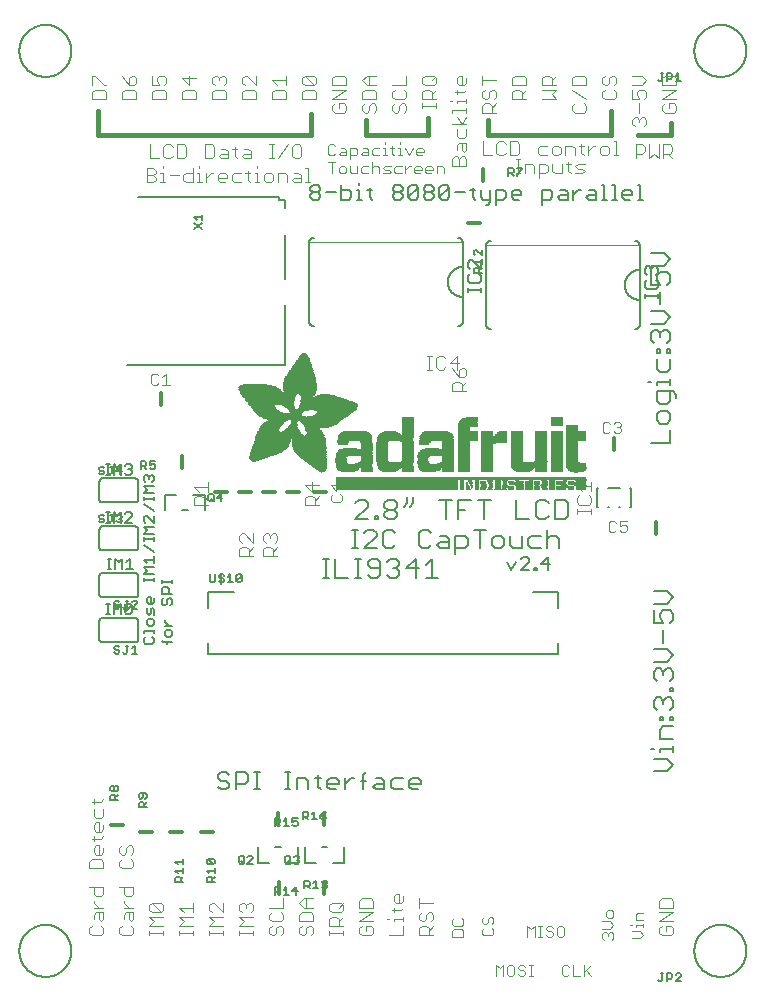
<source format=gbr>
G04 EAGLE Gerber RS-274X export*
G75*
%MOMM*%
%FSLAX34Y34*%
%LPD*%
%INSilkscreen Top*%
%IPPOS*%
%AMOC8*
5,1,8,0,0,1.08239X$1,22.5*%
G01*
%ADD10C,0.406400*%
%ADD11C,0.152400*%
%ADD12C,0.177800*%
%ADD13C,0.101600*%
%ADD14C,0.076200*%
%ADD15C,0.127000*%
%ADD16C,0.203200*%
%ADD17C,0.304800*%
%ADD18C,0.050800*%
%ADD19C,0.200000*%
%ADD20R,10.363200X0.025400*%
%ADD21R,0.406400X0.025400*%
%ADD22R,0.381000X0.025400*%
%ADD23R,0.457200X0.025400*%
%ADD24R,0.431800X0.025400*%
%ADD25R,0.635000X0.025400*%
%ADD26R,0.482600X0.025400*%
%ADD27R,0.889000X0.025400*%
%ADD28R,0.863600X0.025400*%
%ADD29R,0.508000X0.025400*%
%ADD30R,0.355600X0.025400*%
%ADD31R,0.025400X0.025400*%
%ADD32R,0.330200X0.025400*%
%ADD33R,0.050800X0.025400*%
%ADD34R,0.304800X0.025400*%
%ADD35R,0.076200X0.025400*%
%ADD36R,1.016000X0.025400*%
%ADD37R,1.524000X0.025400*%
%ADD38R,0.101600X0.025400*%
%ADD39R,0.279400X0.025400*%
%ADD40R,1.498600X0.025400*%
%ADD41R,0.254000X0.025400*%
%ADD42R,0.127000X0.025400*%
%ADD43R,0.965200X0.025400*%
%ADD44R,1.447800X0.025400*%
%ADD45R,0.228600X0.025400*%
%ADD46R,0.152400X0.025400*%
%ADD47R,0.812800X0.025400*%
%ADD48R,1.295400X0.025400*%
%ADD49R,0.533400X0.025400*%
%ADD50R,0.660400X0.025400*%
%ADD51R,0.609600X0.025400*%
%ADD52R,0.558800X0.025400*%
%ADD53R,0.203200X0.025400*%
%ADD54R,0.177800X0.025400*%
%ADD55R,0.914400X0.025400*%
%ADD56R,0.685800X0.025400*%
%ADD57R,0.939800X0.025400*%
%ADD58R,0.736600X0.025400*%
%ADD59R,0.990600X0.025400*%
%ADD60R,1.219200X0.025400*%
%ADD61R,1.117600X0.025400*%
%ADD62R,1.397000X0.025400*%
%ADD63R,1.244600X0.025400*%
%ADD64R,1.473200X0.025400*%
%ADD65R,0.584200X0.025400*%
%ADD66R,1.041400X0.025400*%
%ADD67R,21.209000X0.025400*%
%ADD68R,0.787400X0.025400*%
%ADD69R,1.193800X0.025400*%
%ADD70R,1.168400X0.025400*%
%ADD71R,1.092200X0.025400*%
%ADD72R,1.066800X0.025400*%
%ADD73R,1.143000X0.025400*%
%ADD74R,1.270000X0.025400*%
%ADD75R,1.320800X0.025400*%
%ADD76R,1.422400X0.025400*%
%ADD77R,1.549400X0.025400*%
%ADD78R,0.711200X0.025400*%
%ADD79R,1.625600X0.025400*%
%ADD80R,0.762000X0.025400*%
%ADD81R,1.701800X0.025400*%
%ADD82R,1.600200X0.025400*%
%ADD83R,1.727200X0.025400*%
%ADD84R,1.651000X0.025400*%
%ADD85R,0.838200X0.025400*%
%ADD86R,1.803400X0.025400*%
%ADD87R,1.574800X0.025400*%
%ADD88R,1.854200X0.025400*%
%ADD89R,1.778000X0.025400*%
%ADD90R,1.879600X0.025400*%
%ADD91R,1.930400X0.025400*%
%ADD92R,1.981200X0.025400*%
%ADD93R,1.905000X0.025400*%
%ADD94R,2.006600X0.025400*%
%ADD95R,3.048000X0.025400*%
%ADD96R,2.997200X0.025400*%
%ADD97R,2.057400X0.025400*%
%ADD98R,3.022600X0.025400*%
%ADD99R,2.032000X0.025400*%
%ADD100R,3.073400X0.025400*%
%ADD101R,1.676400X0.025400*%
%ADD102R,1.346200X0.025400*%
%ADD103R,3.098800X0.025400*%
%ADD104R,1.828800X0.025400*%
%ADD105R,2.082800X0.025400*%
%ADD106R,2.108200X0.025400*%
%ADD107R,2.159000X0.025400*%
%ADD108R,2.184400X0.025400*%
%ADD109R,2.235200X0.025400*%
%ADD110R,2.260600X0.025400*%
%ADD111R,2.311400X0.025400*%
%ADD112R,2.362200X0.025400*%
%ADD113R,2.387600X0.025400*%
%ADD114R,2.413000X0.025400*%
%ADD115R,2.438400X0.025400*%
%ADD116R,2.133600X0.025400*%
%ADD117R,2.463800X0.025400*%
%ADD118R,2.286000X0.025400*%
%ADD119R,2.514600X0.025400*%
%ADD120R,2.540000X0.025400*%
%ADD121R,2.565400X0.025400*%
%ADD122R,2.489200X0.025400*%
%ADD123R,2.590800X0.025400*%
%ADD124R,2.971800X0.025400*%
%ADD125R,2.616200X0.025400*%
%ADD126R,2.946400X0.025400*%
%ADD127R,2.641600X0.025400*%
%ADD128R,2.667000X0.025400*%
%ADD129R,2.921000X0.025400*%
%ADD130R,2.895600X0.025400*%
%ADD131R,2.717800X0.025400*%
%ADD132R,2.692400X0.025400*%
%ADD133R,2.870200X0.025400*%
%ADD134R,2.768600X0.025400*%
%ADD135R,2.743200X0.025400*%
%ADD136R,2.844800X0.025400*%
%ADD137R,2.794000X0.025400*%
%ADD138R,2.819400X0.025400*%
%ADD139R,1.371600X0.025400*%
%ADD140R,5.892800X0.025400*%
%ADD141R,5.867400X0.025400*%
%ADD142R,5.842000X0.025400*%
%ADD143R,5.816600X0.025400*%
%ADD144R,5.791200X0.025400*%
%ADD145R,4.114800X0.025400*%
%ADD146R,3.987800X0.025400*%
%ADD147R,1.955800X0.025400*%
%ADD148R,3.962400X0.025400*%
%ADD149R,3.911600X0.025400*%
%ADD150R,3.886200X0.025400*%
%ADD151R,3.835400X0.025400*%
%ADD152R,1.752600X0.025400*%
%ADD153R,3.810000X0.025400*%
%ADD154R,3.784600X0.025400*%
%ADD155R,3.733800X0.025400*%
%ADD156R,3.708400X0.025400*%
%ADD157R,3.683000X0.025400*%
%ADD158R,2.336800X0.025400*%
%ADD159R,3.657600X0.025400*%
%ADD160R,3.632200X0.025400*%
%ADD161R,3.149600X0.025400*%
%ADD162R,3.251200X0.025400*%
%ADD163R,3.276600X0.025400*%
%ADD164R,3.352800X0.025400*%
%ADD165R,3.454400X0.025400*%
%ADD166R,3.530600X0.025400*%
%ADD167R,4.241800X0.025400*%
%ADD168R,4.267200X0.025400*%
%ADD169R,4.318000X0.025400*%
%ADD170R,4.419600X0.025400*%
%ADD171R,6.400800X0.025400*%
%ADD172R,6.502400X0.025400*%
%ADD173R,6.680200X0.025400*%
%ADD174R,6.832600X0.025400*%
%ADD175R,6.858000X0.025400*%
%ADD176R,7.010400X0.025400*%
%ADD177R,7.112000X0.025400*%
%ADD178R,7.162800X0.025400*%
%ADD179R,3.860800X0.025400*%
%ADD180R,3.302000X0.025400*%
%ADD181R,2.209800X0.025400*%
%ADD182R,3.124200X0.025400*%
%ADD183R,3.200400X0.025400*%
%ADD184R,5.029200X0.025400*%
%ADD185R,5.003800X0.025400*%
%ADD186R,4.978400X0.025400*%
%ADD187R,4.953000X0.025400*%
%ADD188R,4.927600X0.025400*%
%ADD189R,4.902200X0.025400*%
%ADD190R,4.876800X0.025400*%
%ADD191R,4.851400X0.025400*%
%ADD192R,4.826000X0.025400*%
%ADD193R,4.800600X0.025400*%
%ADD194R,4.775200X0.025400*%
%ADD195R,4.749800X0.025400*%
%ADD196R,4.724400X0.025400*%
%ADD197R,4.699000X0.025400*%
%ADD198R,3.937000X0.025400*%
%ADD199R,4.648200X0.025400*%
%ADD200R,4.597400X0.025400*%
%ADD201R,4.546600X0.025400*%
%ADD202R,4.470400X0.025400*%
%ADD203R,4.013200X0.025400*%
%ADD204R,4.394200X0.025400*%
%ADD205R,4.038600X0.025400*%
%ADD206R,4.064000X0.025400*%
%ADD207R,4.089400X0.025400*%
%ADD208R,4.140200X0.025400*%
%ADD209R,4.165600X0.025400*%
%ADD210R,4.191000X0.025400*%
%ADD211R,3.759200X0.025400*%
%ADD212R,4.216400X0.025400*%
%ADD213R,3.606800X0.025400*%
%ADD214R,4.292600X0.025400*%
%ADD215R,4.368800X0.025400*%
%ADD216R,4.445000X0.025400*%
%ADD217R,4.495800X0.025400*%
%ADD218R,4.572000X0.025400*%
%ADD219R,4.622800X0.025400*%
%ADD220R,4.673600X0.025400*%
%ADD221R,3.581400X0.025400*%
%ADD222R,3.556000X0.025400*%
%ADD223R,3.479800X0.025400*%
%ADD224R,3.403600X0.025400*%
%ADD225R,3.378200X0.025400*%
%ADD226R,3.225800X0.025400*%


D10*
X-241300Y330200D02*
X-241300Y309880D01*
X-60960Y309880D01*
X-60960Y327660D01*
X-13970Y322580D02*
X-13970Y309880D01*
X38100Y309880D01*
X38100Y323850D01*
X88900Y322580D02*
X88900Y309880D01*
X193040Y309880D01*
X193040Y330200D01*
X215900Y309880D02*
X243840Y309880D01*
X243840Y320040D01*
D11*
X-12521Y-15748D02*
X-23368Y-15748D01*
X-12521Y-4901D01*
X-12521Y-2190D01*
X-15233Y522D01*
X-20656Y522D01*
X-23368Y-2190D01*
X-6996Y-13036D02*
X-6996Y-15748D01*
X-6996Y-13036D02*
X-4285Y-13036D01*
X-4285Y-15748D01*
X-6996Y-15748D01*
X1189Y-2190D02*
X3901Y522D01*
X9324Y522D01*
X12036Y-2190D01*
X12036Y-4901D01*
X9324Y-7613D01*
X12036Y-10325D01*
X12036Y-13036D01*
X9324Y-15748D01*
X3901Y-15748D01*
X1189Y-13036D01*
X1189Y-10325D01*
X3901Y-7613D01*
X1189Y-4901D01*
X1189Y-2190D01*
X3901Y-7613D02*
X9324Y-7613D01*
X20273Y-2190D02*
X20273Y3234D01*
X20273Y-2190D02*
X17561Y-4901D01*
X25696Y-2190D02*
X25696Y3234D01*
X25696Y-2190D02*
X22984Y-4901D01*
X52999Y522D02*
X52999Y-15748D01*
X58422Y522D02*
X47575Y522D01*
X63947Y522D02*
X63947Y-15748D01*
X63947Y522D02*
X74794Y522D01*
X69370Y-7613D02*
X63947Y-7613D01*
X85742Y-15748D02*
X85742Y522D01*
X80319Y522D02*
X91165Y522D01*
X113062Y522D02*
X113062Y-15748D01*
X123908Y-15748D01*
X137568Y522D02*
X140280Y-2190D01*
X137568Y522D02*
X132145Y522D01*
X129433Y-2190D01*
X129433Y-13036D01*
X132145Y-15748D01*
X137568Y-15748D01*
X140280Y-13036D01*
X145805Y-15748D02*
X145805Y522D01*
X145805Y-15748D02*
X153940Y-15748D01*
X156651Y-13036D01*
X156651Y-2190D01*
X153940Y522D01*
X145805Y522D01*
X229348Y-229108D02*
X240195Y-229108D01*
X245618Y-223685D01*
X240195Y-218261D01*
X229348Y-218261D01*
X234771Y-212736D02*
X234771Y-210025D01*
X245618Y-210025D01*
X245618Y-212736D02*
X245618Y-207313D01*
X229348Y-210025D02*
X226636Y-210025D01*
X234771Y-201822D02*
X245618Y-201822D01*
X234771Y-201822D02*
X234771Y-193687D01*
X237483Y-190975D01*
X245618Y-190975D01*
X234771Y-185451D02*
X234771Y-182739D01*
X237483Y-182739D01*
X237483Y-185451D01*
X234771Y-185451D01*
X242906Y-185451D02*
X242906Y-182739D01*
X245618Y-182739D01*
X245618Y-185451D01*
X242906Y-185451D01*
X232060Y-177265D02*
X229348Y-174553D01*
X229348Y-169130D01*
X232060Y-166418D01*
X234771Y-166418D01*
X237483Y-169130D01*
X237483Y-171841D01*
X237483Y-169130D02*
X240195Y-166418D01*
X242906Y-166418D01*
X245618Y-169130D01*
X245618Y-174553D01*
X242906Y-177265D01*
X242906Y-160893D02*
X245618Y-160893D01*
X242906Y-160893D02*
X242906Y-158182D01*
X245618Y-158182D01*
X245618Y-160893D01*
X232060Y-152707D02*
X229348Y-149996D01*
X229348Y-144572D01*
X232060Y-141861D01*
X234771Y-141861D01*
X237483Y-144572D01*
X237483Y-147284D01*
X237483Y-144572D02*
X240195Y-141861D01*
X242906Y-141861D01*
X245618Y-144572D01*
X245618Y-149996D01*
X242906Y-152707D01*
X240195Y-136336D02*
X229348Y-136336D01*
X240195Y-136336D02*
X245618Y-130913D01*
X240195Y-125489D01*
X229348Y-125489D01*
X237483Y-119964D02*
X237483Y-109118D01*
X229348Y-103593D02*
X229348Y-92746D01*
X229348Y-103593D02*
X237483Y-103593D01*
X234771Y-98169D01*
X234771Y-95458D01*
X237483Y-92746D01*
X242906Y-92746D01*
X245618Y-95458D01*
X245618Y-100881D01*
X242906Y-103593D01*
X240195Y-87221D02*
X229348Y-87221D01*
X240195Y-87221D02*
X245618Y-81798D01*
X240195Y-76375D01*
X229348Y-76375D01*
X226808Y49022D02*
X243078Y49022D01*
X243078Y59869D01*
X243078Y68105D02*
X243078Y73529D01*
X240366Y76240D01*
X234943Y76240D01*
X232231Y73529D01*
X232231Y68105D01*
X234943Y65394D01*
X240366Y65394D01*
X243078Y68105D01*
X248501Y87188D02*
X248501Y89900D01*
X245790Y92612D01*
X232231Y92612D01*
X232231Y84477D01*
X234943Y81765D01*
X240366Y81765D01*
X243078Y84477D01*
X243078Y92612D01*
X232231Y98137D02*
X232231Y100848D01*
X243078Y100848D01*
X243078Y98137D02*
X243078Y103560D01*
X226808Y100848D02*
X224096Y100848D01*
X232231Y111763D02*
X232231Y119898D01*
X232231Y111763D02*
X234943Y109051D01*
X240366Y109051D01*
X243078Y111763D01*
X243078Y119898D01*
X232231Y125423D02*
X232231Y128134D01*
X234943Y128134D01*
X234943Y125423D01*
X232231Y125423D01*
X240366Y125423D02*
X240366Y128134D01*
X243078Y128134D01*
X243078Y125423D01*
X240366Y125423D01*
X229520Y133608D02*
X226808Y136320D01*
X226808Y141743D01*
X229520Y144455D01*
X232231Y144455D01*
X234943Y141743D01*
X234943Y139032D01*
X234943Y141743D02*
X237655Y144455D01*
X240366Y144455D01*
X243078Y141743D01*
X243078Y136320D01*
X240366Y133608D01*
X237655Y149980D02*
X226808Y149980D01*
X237655Y149980D02*
X243078Y155403D01*
X237655Y160827D01*
X226808Y160827D01*
X234943Y166352D02*
X234943Y177198D01*
X226808Y182723D02*
X226808Y193570D01*
X226808Y182723D02*
X234943Y182723D01*
X232231Y188146D01*
X232231Y190858D01*
X234943Y193570D01*
X240366Y193570D01*
X243078Y190858D01*
X243078Y185435D01*
X240366Y182723D01*
X237655Y199095D02*
X226808Y199095D01*
X237655Y199095D02*
X243078Y204518D01*
X237655Y209941D01*
X226808Y209941D01*
D12*
X-59265Y267346D02*
X-61341Y265270D01*
X-59265Y267346D02*
X-55113Y267346D01*
X-53037Y265270D01*
X-53037Y263193D01*
X-55113Y261117D01*
X-53037Y259041D01*
X-53037Y256965D01*
X-55113Y254889D01*
X-59265Y254889D01*
X-61341Y256965D01*
X-61341Y259041D01*
X-59265Y261117D01*
X-61341Y263193D01*
X-61341Y265270D01*
X-59265Y261117D02*
X-55113Y261117D01*
X-48244Y261117D02*
X-39939Y261117D01*
X-35147Y267346D02*
X-35147Y254889D01*
X-28918Y254889D01*
X-26842Y256965D01*
X-26842Y261117D01*
X-28918Y263193D01*
X-35147Y263193D01*
X-22049Y263193D02*
X-19973Y263193D01*
X-19973Y254889D01*
X-22049Y254889D02*
X-17897Y254889D01*
X-19973Y267346D02*
X-19973Y269422D01*
X-11242Y265270D02*
X-11242Y256965D01*
X-9166Y254889D01*
X-9166Y263193D02*
X-13318Y263193D01*
X8511Y265270D02*
X10587Y267346D01*
X14739Y267346D01*
X16815Y265270D01*
X16815Y263193D01*
X14739Y261117D01*
X16815Y259041D01*
X16815Y256965D01*
X14739Y254889D01*
X10587Y254889D01*
X8511Y256965D01*
X8511Y259041D01*
X10587Y261117D01*
X8511Y263193D01*
X8511Y265270D01*
X10587Y261117D02*
X14739Y261117D01*
X21608Y256965D02*
X21608Y265270D01*
X23684Y267346D01*
X27837Y267346D01*
X29913Y265270D01*
X29913Y256965D01*
X27837Y254889D01*
X23684Y254889D01*
X21608Y256965D01*
X29913Y265270D01*
X34706Y265270D02*
X36782Y267346D01*
X40934Y267346D01*
X43010Y265270D01*
X43010Y263193D01*
X40934Y261117D01*
X43010Y259041D01*
X43010Y256965D01*
X40934Y254889D01*
X36782Y254889D01*
X34706Y256965D01*
X34706Y259041D01*
X36782Y261117D01*
X34706Y263193D01*
X34706Y265270D01*
X36782Y261117D02*
X40934Y261117D01*
X47803Y256965D02*
X47803Y265270D01*
X49879Y267346D01*
X54031Y267346D01*
X56107Y265270D01*
X56107Y256965D01*
X54031Y254889D01*
X49879Y254889D01*
X47803Y256965D01*
X56107Y265270D01*
X60900Y261117D02*
X69204Y261117D01*
X76073Y265270D02*
X76073Y256965D01*
X78149Y254889D01*
X78149Y263193D02*
X73997Y263193D01*
X82729Y263193D02*
X82729Y256965D01*
X84805Y254889D01*
X91033Y254889D01*
X91033Y252813D02*
X91033Y263193D01*
X91033Y252813D02*
X88957Y250737D01*
X86881Y250737D01*
X95826Y250737D02*
X95826Y263193D01*
X102054Y263193D01*
X104130Y261117D01*
X104130Y256965D01*
X102054Y254889D01*
X95826Y254889D01*
X110999Y254889D02*
X115152Y254889D01*
X110999Y254889D02*
X108923Y256965D01*
X108923Y261117D01*
X110999Y263193D01*
X115152Y263193D01*
X117228Y261117D01*
X117228Y259041D01*
X108923Y259041D01*
X135118Y263193D02*
X135118Y250737D01*
X135118Y263193D02*
X141346Y263193D01*
X143422Y261117D01*
X143422Y256965D01*
X141346Y254889D01*
X135118Y254889D01*
X150291Y263193D02*
X154443Y263193D01*
X156519Y261117D01*
X156519Y254889D01*
X150291Y254889D01*
X148215Y256965D01*
X150291Y259041D01*
X156519Y259041D01*
X161312Y254889D02*
X161312Y263193D01*
X161312Y259041D02*
X165464Y263193D01*
X167541Y263193D01*
X174303Y263193D02*
X178455Y263193D01*
X180531Y261117D01*
X180531Y254889D01*
X174303Y254889D01*
X172227Y256965D01*
X174303Y259041D01*
X180531Y259041D01*
X185324Y267346D02*
X187400Y267346D01*
X187400Y254889D01*
X185324Y254889D02*
X189476Y254889D01*
X194055Y267346D02*
X196131Y267346D01*
X196131Y254889D01*
X194055Y254889D02*
X198208Y254889D01*
X204863Y254889D02*
X209015Y254889D01*
X204863Y254889D02*
X202787Y256965D01*
X202787Y261117D01*
X204863Y263193D01*
X209015Y263193D01*
X211091Y261117D01*
X211091Y259041D01*
X202787Y259041D01*
X215884Y267346D02*
X217960Y267346D01*
X217960Y254889D01*
X215884Y254889D02*
X220036Y254889D01*
D13*
X-234188Y340340D02*
X-245882Y340340D01*
X-234188Y340340D02*
X-234188Y346187D01*
X-236137Y348136D01*
X-243933Y348136D01*
X-245882Y346187D01*
X-245882Y340340D01*
X-245882Y352034D02*
X-245882Y359830D01*
X-243933Y359830D01*
X-236137Y352034D01*
X-234188Y352034D01*
X-220482Y340340D02*
X-208788Y340340D01*
X-208788Y346187D01*
X-210737Y348136D01*
X-218533Y348136D01*
X-220482Y346187D01*
X-220482Y340340D01*
X-218533Y355932D02*
X-220482Y359830D01*
X-218533Y355932D02*
X-214635Y352034D01*
X-210737Y352034D01*
X-208788Y353983D01*
X-208788Y357881D01*
X-210737Y359830D01*
X-212686Y359830D01*
X-214635Y357881D01*
X-214635Y352034D01*
X-195082Y340340D02*
X-183388Y340340D01*
X-183388Y346187D01*
X-185337Y348136D01*
X-193133Y348136D01*
X-195082Y346187D01*
X-195082Y340340D01*
X-195082Y352034D02*
X-195082Y359830D01*
X-195082Y352034D02*
X-189235Y352034D01*
X-191184Y355932D01*
X-191184Y357881D01*
X-189235Y359830D01*
X-185337Y359830D01*
X-183388Y357881D01*
X-183388Y353983D01*
X-185337Y352034D01*
X-169682Y340340D02*
X-157988Y340340D01*
X-157988Y346187D01*
X-159937Y348136D01*
X-167733Y348136D01*
X-169682Y346187D01*
X-169682Y340340D01*
X-169682Y357881D02*
X-157988Y357881D01*
X-163835Y352034D02*
X-169682Y357881D01*
X-163835Y359830D02*
X-163835Y352034D01*
X-144282Y340340D02*
X-132588Y340340D01*
X-132588Y346187D01*
X-134537Y348136D01*
X-142333Y348136D01*
X-144282Y346187D01*
X-144282Y340340D01*
X-142333Y352034D02*
X-144282Y353983D01*
X-144282Y357881D01*
X-142333Y359830D01*
X-140384Y359830D01*
X-138435Y357881D01*
X-138435Y355932D01*
X-138435Y357881D02*
X-136486Y359830D01*
X-134537Y359830D01*
X-132588Y357881D01*
X-132588Y353983D01*
X-134537Y352034D01*
X-118882Y340340D02*
X-107188Y340340D01*
X-107188Y346187D01*
X-109137Y348136D01*
X-116933Y348136D01*
X-118882Y346187D01*
X-118882Y340340D01*
X-107188Y352034D02*
X-107188Y359830D01*
X-107188Y352034D02*
X-114984Y359830D01*
X-116933Y359830D01*
X-118882Y357881D01*
X-118882Y353983D01*
X-116933Y352034D01*
X-93482Y340340D02*
X-81788Y340340D01*
X-81788Y346187D01*
X-83737Y348136D01*
X-91533Y348136D01*
X-93482Y346187D01*
X-93482Y340340D01*
X-89584Y352034D02*
X-93482Y355932D01*
X-81788Y355932D01*
X-81788Y352034D02*
X-81788Y359830D01*
X-68082Y340340D02*
X-56388Y340340D01*
X-56388Y346187D01*
X-58337Y348136D01*
X-66133Y348136D01*
X-68082Y346187D01*
X-68082Y340340D01*
X-66133Y352034D02*
X-58337Y352034D01*
X-66133Y352034D02*
X-68082Y353983D01*
X-68082Y357881D01*
X-66133Y359830D01*
X-58337Y359830D01*
X-56388Y357881D01*
X-56388Y353983D01*
X-58337Y352034D01*
X-66133Y359830D01*
X-42682Y334493D02*
X-40733Y336442D01*
X-42682Y334493D02*
X-42682Y330595D01*
X-40733Y328646D01*
X-32937Y328646D01*
X-30988Y330595D01*
X-30988Y334493D01*
X-32937Y336442D01*
X-36835Y336442D01*
X-36835Y332544D01*
X-30988Y340340D02*
X-42682Y340340D01*
X-30988Y348136D01*
X-42682Y348136D01*
X-42682Y352034D02*
X-30988Y352034D01*
X-30988Y357881D01*
X-32937Y359830D01*
X-40733Y359830D01*
X-42682Y357881D01*
X-42682Y352034D01*
X-17282Y334493D02*
X-15333Y336442D01*
X-17282Y334493D02*
X-17282Y330595D01*
X-15333Y328646D01*
X-13384Y328646D01*
X-11435Y330595D01*
X-11435Y334493D01*
X-9486Y336442D01*
X-7537Y336442D01*
X-5588Y334493D01*
X-5588Y330595D01*
X-7537Y328646D01*
X-5588Y340340D02*
X-17282Y340340D01*
X-5588Y340340D02*
X-5588Y346187D01*
X-7537Y348136D01*
X-15333Y348136D01*
X-17282Y346187D01*
X-17282Y340340D01*
X-13384Y352034D02*
X-5588Y352034D01*
X-13384Y352034D02*
X-17282Y355932D01*
X-13384Y359830D01*
X-5588Y359830D01*
X-11435Y359830D02*
X-11435Y352034D01*
X8118Y334493D02*
X10067Y336442D01*
X8118Y334493D02*
X8118Y330595D01*
X10067Y328646D01*
X12016Y328646D01*
X13965Y330595D01*
X13965Y334493D01*
X15914Y336442D01*
X17863Y336442D01*
X19812Y334493D01*
X19812Y330595D01*
X17863Y328646D01*
X8118Y346187D02*
X10067Y348136D01*
X8118Y346187D02*
X8118Y342289D01*
X10067Y340340D01*
X17863Y340340D01*
X19812Y342289D01*
X19812Y346187D01*
X17863Y348136D01*
X19812Y352034D02*
X8118Y352034D01*
X19812Y352034D02*
X19812Y359830D01*
X45212Y336442D02*
X45212Y332544D01*
X45212Y334493D02*
X33518Y334493D01*
X33518Y332544D02*
X33518Y336442D01*
X33518Y340340D02*
X45212Y340340D01*
X33518Y340340D02*
X33518Y346187D01*
X35467Y348136D01*
X39365Y348136D01*
X41314Y346187D01*
X41314Y340340D01*
X41314Y344238D02*
X45212Y348136D01*
X43263Y352034D02*
X35467Y352034D01*
X33518Y353983D01*
X33518Y357881D01*
X35467Y359830D01*
X43263Y359830D01*
X45212Y357881D01*
X45212Y353983D01*
X43263Y352034D01*
X41314Y355932D02*
X45212Y359830D01*
X58918Y283819D02*
X70612Y283819D01*
X58918Y283819D02*
X58918Y289666D01*
X60867Y291615D01*
X62816Y291615D01*
X64765Y289666D01*
X66714Y291615D01*
X68663Y291615D01*
X70612Y289666D01*
X70612Y283819D01*
X64765Y283819D02*
X64765Y289666D01*
X62816Y297462D02*
X62816Y301360D01*
X64765Y303309D01*
X70612Y303309D01*
X70612Y297462D01*
X68663Y295513D01*
X66714Y297462D01*
X66714Y303309D01*
X62816Y309156D02*
X62816Y315003D01*
X62816Y309156D02*
X64765Y307207D01*
X68663Y307207D01*
X70612Y309156D01*
X70612Y315003D01*
X70612Y318901D02*
X58918Y318901D01*
X66714Y318901D02*
X70612Y324748D01*
X66714Y318901D02*
X62816Y324748D01*
X58918Y328646D02*
X58918Y330595D01*
X70612Y330595D01*
X70612Y328646D02*
X70612Y332544D01*
X62816Y336442D02*
X62816Y338391D01*
X70612Y338391D01*
X70612Y336442D02*
X70612Y340340D01*
X58918Y338391D02*
X56969Y338391D01*
X60867Y346187D02*
X68663Y346187D01*
X70612Y348136D01*
X62816Y348136D02*
X62816Y344238D01*
X70612Y353983D02*
X70612Y357881D01*
X70612Y353983D02*
X68663Y352034D01*
X64765Y352034D01*
X62816Y353983D01*
X62816Y357881D01*
X64765Y359830D01*
X66714Y359830D01*
X66714Y352034D01*
X84318Y328646D02*
X96012Y328646D01*
X84318Y328646D02*
X84318Y334493D01*
X86267Y336442D01*
X90165Y336442D01*
X92114Y334493D01*
X92114Y328646D01*
X92114Y332544D02*
X96012Y336442D01*
X86267Y348136D02*
X84318Y346187D01*
X84318Y342289D01*
X86267Y340340D01*
X88216Y340340D01*
X90165Y342289D01*
X90165Y346187D01*
X92114Y348136D01*
X94063Y348136D01*
X96012Y346187D01*
X96012Y342289D01*
X94063Y340340D01*
X96012Y355932D02*
X84318Y355932D01*
X84318Y352034D02*
X84318Y359830D01*
X109718Y340340D02*
X121412Y340340D01*
X109718Y340340D02*
X109718Y346187D01*
X111667Y348136D01*
X115565Y348136D01*
X117514Y346187D01*
X117514Y340340D01*
X117514Y344238D02*
X121412Y348136D01*
X121412Y352034D02*
X109718Y352034D01*
X121412Y352034D02*
X121412Y357881D01*
X119463Y359830D01*
X111667Y359830D01*
X109718Y357881D01*
X109718Y352034D01*
X135118Y340340D02*
X146812Y340340D01*
X142914Y344238D01*
X146812Y348136D01*
X135118Y348136D01*
X135118Y352034D02*
X146812Y352034D01*
X135118Y352034D02*
X135118Y357881D01*
X137067Y359830D01*
X140965Y359830D01*
X142914Y357881D01*
X142914Y352034D01*
X142914Y355932D02*
X146812Y359830D01*
X162467Y336442D02*
X160518Y334493D01*
X160518Y330595D01*
X162467Y328646D01*
X170263Y328646D01*
X172212Y330595D01*
X172212Y334493D01*
X170263Y336442D01*
X172212Y340340D02*
X160518Y348136D01*
X160518Y352034D02*
X172212Y352034D01*
X172212Y357881D01*
X170263Y359830D01*
X162467Y359830D01*
X160518Y357881D01*
X160518Y352034D01*
X185918Y346187D02*
X187867Y348136D01*
X185918Y346187D02*
X185918Y342289D01*
X187867Y340340D01*
X195663Y340340D01*
X197612Y342289D01*
X197612Y346187D01*
X195663Y348136D01*
X185918Y357881D02*
X187867Y359830D01*
X185918Y357881D02*
X185918Y353983D01*
X187867Y352034D01*
X189816Y352034D01*
X191765Y353983D01*
X191765Y357881D01*
X193714Y359830D01*
X195663Y359830D01*
X197612Y357881D01*
X197612Y353983D01*
X195663Y352034D01*
X211318Y318901D02*
X213267Y316952D01*
X211318Y318901D02*
X211318Y322799D01*
X213267Y324748D01*
X215216Y324748D01*
X217165Y322799D01*
X217165Y320850D01*
X217165Y322799D02*
X219114Y324748D01*
X221063Y324748D01*
X223012Y322799D01*
X223012Y318901D01*
X221063Y316952D01*
X217165Y328646D02*
X217165Y336442D01*
X211318Y340340D02*
X211318Y348136D01*
X211318Y340340D02*
X217165Y340340D01*
X215216Y344238D01*
X215216Y346187D01*
X217165Y348136D01*
X221063Y348136D01*
X223012Y346187D01*
X223012Y342289D01*
X221063Y340340D01*
X219114Y352034D02*
X211318Y352034D01*
X219114Y352034D02*
X223012Y355932D01*
X219114Y359830D01*
X211318Y359830D01*
X236718Y334493D02*
X238667Y336442D01*
X236718Y334493D02*
X236718Y330595D01*
X238667Y328646D01*
X246463Y328646D01*
X248412Y330595D01*
X248412Y334493D01*
X246463Y336442D01*
X242565Y336442D01*
X242565Y332544D01*
X248412Y340340D02*
X236718Y340340D01*
X248412Y348136D01*
X236718Y348136D01*
X236718Y352034D02*
X248412Y352034D01*
X248412Y357881D01*
X246463Y359830D01*
X238667Y359830D01*
X236718Y357881D01*
X236718Y352034D01*
X-200152Y281442D02*
X-200152Y269748D01*
X-200152Y281442D02*
X-194305Y281442D01*
X-192356Y279493D01*
X-192356Y277544D01*
X-194305Y275595D01*
X-192356Y273646D01*
X-192356Y271697D01*
X-194305Y269748D01*
X-200152Y269748D01*
X-200152Y275595D02*
X-194305Y275595D01*
X-188458Y277544D02*
X-186509Y277544D01*
X-186509Y269748D01*
X-188458Y269748D02*
X-184560Y269748D01*
X-186509Y281442D02*
X-186509Y283391D01*
X-180662Y275595D02*
X-172866Y275595D01*
X-161172Y281442D02*
X-161172Y269748D01*
X-167019Y269748D01*
X-168968Y271697D01*
X-168968Y275595D01*
X-167019Y277544D01*
X-161172Y277544D01*
X-157274Y277544D02*
X-155325Y277544D01*
X-155325Y269748D01*
X-157274Y269748D02*
X-153376Y269748D01*
X-155325Y281442D02*
X-155325Y283391D01*
X-149478Y277544D02*
X-149478Y269748D01*
X-149478Y273646D02*
X-145580Y277544D01*
X-143631Y277544D01*
X-137784Y269748D02*
X-133886Y269748D01*
X-137784Y269748D02*
X-139733Y271697D01*
X-139733Y275595D01*
X-137784Y277544D01*
X-133886Y277544D01*
X-131937Y275595D01*
X-131937Y273646D01*
X-139733Y273646D01*
X-126090Y277544D02*
X-120243Y277544D01*
X-126090Y277544D02*
X-128039Y275595D01*
X-128039Y271697D01*
X-126090Y269748D01*
X-120243Y269748D01*
X-114396Y271697D02*
X-114396Y279493D01*
X-114396Y271697D02*
X-112447Y269748D01*
X-112447Y277544D02*
X-116345Y277544D01*
X-108549Y277544D02*
X-106600Y277544D01*
X-106600Y269748D01*
X-108549Y269748D02*
X-104651Y269748D01*
X-106600Y281442D02*
X-106600Y283391D01*
X-98804Y269748D02*
X-94906Y269748D01*
X-92957Y271697D01*
X-92957Y275595D01*
X-94906Y277544D01*
X-98804Y277544D01*
X-100753Y275595D01*
X-100753Y271697D01*
X-98804Y269748D01*
X-89059Y269748D02*
X-89059Y277544D01*
X-83212Y277544D01*
X-81263Y275595D01*
X-81263Y269748D01*
X-75416Y277544D02*
X-71518Y277544D01*
X-69569Y275595D01*
X-69569Y269748D01*
X-75416Y269748D01*
X-77365Y271697D01*
X-75416Y273646D01*
X-69569Y273646D01*
X-65671Y281442D02*
X-63722Y281442D01*
X-63722Y269748D01*
X-65671Y269748D02*
X-61773Y269748D01*
D14*
X-40338Y300319D02*
X-41906Y301887D01*
X-45041Y301887D01*
X-46609Y300319D01*
X-46609Y294049D01*
X-45041Y292481D01*
X-41906Y292481D01*
X-40338Y294049D01*
X-35686Y298752D02*
X-32551Y298752D01*
X-30983Y297184D01*
X-30983Y292481D01*
X-35686Y292481D01*
X-37254Y294049D01*
X-35686Y295616D01*
X-30983Y295616D01*
X-27899Y298752D02*
X-27899Y289346D01*
X-27899Y298752D02*
X-23196Y298752D01*
X-21628Y297184D01*
X-21628Y294049D01*
X-23196Y292481D01*
X-27899Y292481D01*
X-16976Y298752D02*
X-13840Y298752D01*
X-12273Y297184D01*
X-12273Y292481D01*
X-16976Y292481D01*
X-18543Y294049D01*
X-16976Y295616D01*
X-12273Y295616D01*
X-7621Y298752D02*
X-2918Y298752D01*
X-7621Y298752D02*
X-9188Y297184D01*
X-9188Y294049D01*
X-7621Y292481D01*
X-2918Y292481D01*
X167Y298752D02*
X1735Y298752D01*
X1735Y292481D01*
X3302Y292481D02*
X167Y292481D01*
X1735Y301887D02*
X1735Y303455D01*
X7971Y300319D02*
X7971Y294049D01*
X9539Y292481D01*
X9539Y298752D02*
X6404Y298752D01*
X12641Y298752D02*
X14208Y298752D01*
X14208Y292481D01*
X12641Y292481D02*
X15776Y292481D01*
X14208Y301887D02*
X14208Y303455D01*
X18877Y298752D02*
X22013Y292481D01*
X25148Y298752D01*
X29800Y292481D02*
X32935Y292481D01*
X29800Y292481D02*
X28232Y294049D01*
X28232Y297184D01*
X29800Y298752D01*
X32935Y298752D01*
X34503Y297184D01*
X34503Y295616D01*
X28232Y295616D01*
X-43474Y286647D02*
X-43474Y277241D01*
X-46609Y286647D02*
X-40338Y286647D01*
X-35686Y277241D02*
X-32551Y277241D01*
X-30983Y278809D01*
X-30983Y281944D01*
X-32551Y283512D01*
X-35686Y283512D01*
X-37254Y281944D01*
X-37254Y278809D01*
X-35686Y277241D01*
X-27899Y278809D02*
X-27899Y283512D01*
X-27899Y278809D02*
X-26331Y277241D01*
X-21628Y277241D01*
X-21628Y283512D01*
X-16976Y283512D02*
X-12273Y283512D01*
X-16976Y283512D02*
X-18543Y281944D01*
X-18543Y278809D01*
X-16976Y277241D01*
X-12273Y277241D01*
X-9188Y277241D02*
X-9188Y286647D01*
X-7621Y283512D02*
X-9188Y281944D01*
X-7621Y283512D02*
X-4485Y283512D01*
X-2918Y281944D01*
X-2918Y277241D01*
X167Y277241D02*
X4870Y277241D01*
X6438Y278809D01*
X4870Y280376D01*
X1735Y280376D01*
X167Y281944D01*
X1735Y283512D01*
X6438Y283512D01*
X11090Y283512D02*
X15793Y283512D01*
X11090Y283512D02*
X9522Y281944D01*
X9522Y278809D01*
X11090Y277241D01*
X15793Y277241D01*
X18877Y277241D02*
X18877Y283512D01*
X18877Y280376D02*
X22013Y283512D01*
X23580Y283512D01*
X28241Y277241D02*
X31376Y277241D01*
X28241Y277241D02*
X26673Y278809D01*
X26673Y281944D01*
X28241Y283512D01*
X31376Y283512D01*
X32944Y281944D01*
X32944Y280376D01*
X26673Y280376D01*
X37596Y277241D02*
X40731Y277241D01*
X37596Y277241D02*
X36028Y278809D01*
X36028Y281944D01*
X37596Y283512D01*
X40731Y283512D01*
X42299Y281944D01*
X42299Y280376D01*
X36028Y280376D01*
X45384Y277241D02*
X45384Y283512D01*
X50087Y283512D01*
X51654Y281944D01*
X51654Y277241D01*
D13*
X84328Y292608D02*
X84328Y304302D01*
X84328Y292608D02*
X92124Y292608D01*
X103818Y302353D02*
X101869Y304302D01*
X97971Y304302D01*
X96022Y302353D01*
X96022Y294557D01*
X97971Y292608D01*
X101869Y292608D01*
X103818Y294557D01*
X107716Y292608D02*
X107716Y304302D01*
X107716Y292608D02*
X113563Y292608D01*
X115512Y294557D01*
X115512Y302353D01*
X113563Y304302D01*
X107716Y304302D01*
X133053Y300404D02*
X138900Y300404D01*
X133053Y300404D02*
X131104Y298455D01*
X131104Y294557D01*
X133053Y292608D01*
X138900Y292608D01*
X144747Y292608D02*
X148645Y292608D01*
X150594Y294557D01*
X150594Y298455D01*
X148645Y300404D01*
X144747Y300404D01*
X142798Y298455D01*
X142798Y294557D01*
X144747Y292608D01*
X154492Y292608D02*
X154492Y300404D01*
X160339Y300404D01*
X162288Y298455D01*
X162288Y292608D01*
X168135Y294557D02*
X168135Y302353D01*
X168135Y294557D02*
X170084Y292608D01*
X170084Y300404D02*
X166186Y300404D01*
X173982Y300404D02*
X173982Y292608D01*
X173982Y296506D02*
X177880Y300404D01*
X179829Y300404D01*
X185676Y292608D02*
X189574Y292608D01*
X191523Y294557D01*
X191523Y298455D01*
X189574Y300404D01*
X185676Y300404D01*
X183727Y298455D01*
X183727Y294557D01*
X185676Y292608D01*
X195421Y304302D02*
X197370Y304302D01*
X197370Y292608D01*
X195421Y292608D02*
X199319Y292608D01*
X213868Y290068D02*
X213868Y301762D01*
X219715Y301762D01*
X221664Y299813D01*
X221664Y295915D01*
X219715Y293966D01*
X213868Y293966D01*
X225562Y290068D02*
X225562Y301762D01*
X229460Y293966D02*
X225562Y290068D01*
X229460Y293966D02*
X233358Y290068D01*
X233358Y301762D01*
X237256Y301762D02*
X237256Y290068D01*
X237256Y301762D02*
X243103Y301762D01*
X245052Y299813D01*
X245052Y295915D01*
X243103Y293966D01*
X237256Y293966D01*
X241154Y293966D02*
X245052Y290068D01*
X116166Y277368D02*
X112268Y277368D01*
X114217Y277368D02*
X114217Y289062D01*
X112268Y289062D02*
X116166Y289062D01*
X120064Y285164D02*
X120064Y277368D01*
X120064Y285164D02*
X125911Y285164D01*
X127860Y283215D01*
X127860Y277368D01*
X131758Y273470D02*
X131758Y285164D01*
X137605Y285164D01*
X139554Y283215D01*
X139554Y279317D01*
X137605Y277368D01*
X131758Y277368D01*
X143452Y279317D02*
X143452Y285164D01*
X143452Y279317D02*
X145401Y277368D01*
X151248Y277368D01*
X151248Y285164D01*
X157095Y287113D02*
X157095Y279317D01*
X159044Y277368D01*
X159044Y285164D02*
X155146Y285164D01*
X162942Y277368D02*
X168789Y277368D01*
X170738Y279317D01*
X168789Y281266D01*
X164891Y281266D01*
X162942Y283215D01*
X164891Y285164D01*
X170738Y285164D01*
X-197612Y290068D02*
X-197612Y301762D01*
X-197612Y290068D02*
X-189816Y290068D01*
X-178122Y299813D02*
X-180071Y301762D01*
X-183969Y301762D01*
X-185918Y299813D01*
X-185918Y292017D01*
X-183969Y290068D01*
X-180071Y290068D01*
X-178122Y292017D01*
X-174224Y290068D02*
X-174224Y301762D01*
X-174224Y290068D02*
X-168377Y290068D01*
X-166428Y292017D01*
X-166428Y299813D01*
X-168377Y301762D01*
X-174224Y301762D01*
X-150836Y301762D02*
X-150836Y290068D01*
X-144989Y290068D01*
X-143040Y292017D01*
X-143040Y299813D01*
X-144989Y301762D01*
X-150836Y301762D01*
X-137193Y297864D02*
X-133295Y297864D01*
X-131346Y295915D01*
X-131346Y290068D01*
X-137193Y290068D01*
X-139142Y292017D01*
X-137193Y293966D01*
X-131346Y293966D01*
X-125499Y292017D02*
X-125499Y299813D01*
X-125499Y292017D02*
X-123550Y290068D01*
X-123550Y297864D02*
X-127448Y297864D01*
X-117703Y297864D02*
X-113805Y297864D01*
X-111856Y295915D01*
X-111856Y290068D01*
X-117703Y290068D01*
X-119652Y292017D01*
X-117703Y293966D01*
X-111856Y293966D01*
X-96264Y290068D02*
X-92366Y290068D01*
X-94315Y290068D02*
X-94315Y301762D01*
X-96264Y301762D02*
X-92366Y301762D01*
X-80672Y301762D02*
X-88468Y290068D01*
X-74825Y301762D02*
X-70927Y301762D01*
X-74825Y301762D02*
X-76774Y299813D01*
X-76774Y292017D01*
X-74825Y290068D01*
X-70927Y290068D01*
X-68978Y292017D01*
X-68978Y299813D01*
X-70927Y301762D01*
D15*
X-26035Y-40005D02*
X-20866Y-40005D01*
X-23450Y-40005D02*
X-23450Y-24498D01*
X-20866Y-24498D02*
X-26035Y-24498D01*
X-15744Y-40005D02*
X-5406Y-40005D01*
X-15744Y-40005D02*
X-5406Y-29667D01*
X-5406Y-27082D01*
X-7991Y-24498D01*
X-13160Y-24498D01*
X-15744Y-27082D01*
X7445Y-24498D02*
X10030Y-27082D01*
X7445Y-24498D02*
X2276Y-24498D01*
X-308Y-27082D01*
X-308Y-37420D01*
X2276Y-40005D01*
X7445Y-40005D01*
X10030Y-37420D01*
X38318Y-24498D02*
X40902Y-27082D01*
X38318Y-24498D02*
X33148Y-24498D01*
X30564Y-27082D01*
X30564Y-37420D01*
X33148Y-40005D01*
X38318Y-40005D01*
X40902Y-37420D01*
X48584Y-29667D02*
X53754Y-29667D01*
X56338Y-32251D01*
X56338Y-40005D01*
X48584Y-40005D01*
X46000Y-37420D01*
X48584Y-34836D01*
X56338Y-34836D01*
X61436Y-29667D02*
X61436Y-45174D01*
X61436Y-29667D02*
X69190Y-29667D01*
X71774Y-32251D01*
X71774Y-37420D01*
X69190Y-40005D01*
X61436Y-40005D01*
X82041Y-40005D02*
X82041Y-24498D01*
X76872Y-24498D02*
X87210Y-24498D01*
X94893Y-40005D02*
X100062Y-40005D01*
X102646Y-37420D01*
X102646Y-32251D01*
X100062Y-29667D01*
X94893Y-29667D01*
X92308Y-32251D01*
X92308Y-37420D01*
X94893Y-40005D01*
X107744Y-37420D02*
X107744Y-29667D01*
X107744Y-37420D02*
X110329Y-40005D01*
X118082Y-40005D01*
X118082Y-29667D01*
X125765Y-29667D02*
X133518Y-29667D01*
X125765Y-29667D02*
X123180Y-32251D01*
X123180Y-37420D01*
X125765Y-40005D01*
X133518Y-40005D01*
X138616Y-40005D02*
X138616Y-24498D01*
X141201Y-29667D02*
X138616Y-32251D01*
X141201Y-29667D02*
X146370Y-29667D01*
X148954Y-32251D01*
X148954Y-40005D01*
D13*
X-246473Y-359996D02*
X-248422Y-361945D01*
X-248422Y-365843D01*
X-246473Y-367792D01*
X-238677Y-367792D01*
X-236728Y-365843D01*
X-236728Y-361945D01*
X-238677Y-359996D01*
X-244524Y-354149D02*
X-244524Y-350251D01*
X-242575Y-348302D01*
X-236728Y-348302D01*
X-236728Y-354149D01*
X-238677Y-356098D01*
X-240626Y-354149D01*
X-240626Y-348302D01*
X-236728Y-344404D02*
X-244524Y-344404D01*
X-240626Y-344404D02*
X-244524Y-340506D01*
X-244524Y-338557D01*
X-248422Y-326863D02*
X-236728Y-326863D01*
X-236728Y-332710D01*
X-238677Y-334659D01*
X-242575Y-334659D01*
X-244524Y-332710D01*
X-244524Y-326863D01*
X-248422Y-311271D02*
X-236728Y-311271D01*
X-236728Y-305424D01*
X-238677Y-303475D01*
X-246473Y-303475D01*
X-248422Y-305424D01*
X-248422Y-311271D01*
X-236728Y-297628D02*
X-236728Y-293730D01*
X-236728Y-297628D02*
X-238677Y-299577D01*
X-242575Y-299577D01*
X-244524Y-297628D01*
X-244524Y-293730D01*
X-242575Y-291781D01*
X-240626Y-291781D01*
X-240626Y-299577D01*
X-238677Y-285934D02*
X-246473Y-285934D01*
X-238677Y-285934D02*
X-236728Y-283985D01*
X-244524Y-283985D02*
X-244524Y-287883D01*
X-236728Y-278138D02*
X-236728Y-274240D01*
X-236728Y-278138D02*
X-238677Y-280087D01*
X-242575Y-280087D01*
X-244524Y-278138D01*
X-244524Y-274240D01*
X-242575Y-272291D01*
X-240626Y-272291D01*
X-240626Y-280087D01*
X-244524Y-266444D02*
X-244524Y-260597D01*
X-244524Y-266444D02*
X-242575Y-268393D01*
X-238677Y-268393D01*
X-236728Y-266444D01*
X-236728Y-260597D01*
X-238677Y-254750D02*
X-246473Y-254750D01*
X-238677Y-254750D02*
X-236728Y-252801D01*
X-244524Y-252801D02*
X-244524Y-256699D01*
X-221073Y-359996D02*
X-223022Y-361945D01*
X-223022Y-365843D01*
X-221073Y-367792D01*
X-213277Y-367792D01*
X-211328Y-365843D01*
X-211328Y-361945D01*
X-213277Y-359996D01*
X-219124Y-354149D02*
X-219124Y-350251D01*
X-217175Y-348302D01*
X-211328Y-348302D01*
X-211328Y-354149D01*
X-213277Y-356098D01*
X-215226Y-354149D01*
X-215226Y-348302D01*
X-211328Y-344404D02*
X-219124Y-344404D01*
X-215226Y-344404D02*
X-219124Y-340506D01*
X-219124Y-338557D01*
X-223022Y-326863D02*
X-211328Y-326863D01*
X-211328Y-332710D01*
X-213277Y-334659D01*
X-217175Y-334659D01*
X-219124Y-332710D01*
X-219124Y-326863D01*
X-223022Y-305424D02*
X-221073Y-303475D01*
X-223022Y-305424D02*
X-223022Y-309322D01*
X-221073Y-311271D01*
X-213277Y-311271D01*
X-211328Y-309322D01*
X-211328Y-305424D01*
X-213277Y-303475D01*
X-223022Y-293730D02*
X-221073Y-291781D01*
X-223022Y-293730D02*
X-223022Y-297628D01*
X-221073Y-299577D01*
X-219124Y-299577D01*
X-217175Y-297628D01*
X-217175Y-293730D01*
X-215226Y-291781D01*
X-213277Y-291781D01*
X-211328Y-293730D01*
X-211328Y-297628D01*
X-213277Y-299577D01*
X-185928Y-363894D02*
X-185928Y-367792D01*
X-185928Y-365843D02*
X-197622Y-365843D01*
X-197622Y-367792D02*
X-197622Y-363894D01*
X-197622Y-359996D02*
X-185928Y-359996D01*
X-193724Y-356098D02*
X-197622Y-359996D01*
X-193724Y-356098D02*
X-197622Y-352200D01*
X-185928Y-352200D01*
X-187877Y-348302D02*
X-195673Y-348302D01*
X-197622Y-346353D01*
X-197622Y-342455D01*
X-195673Y-340506D01*
X-187877Y-340506D01*
X-185928Y-342455D01*
X-185928Y-346353D01*
X-187877Y-348302D01*
X-195673Y-340506D01*
X-160528Y-363894D02*
X-160528Y-367792D01*
X-160528Y-365843D02*
X-172222Y-365843D01*
X-172222Y-367792D02*
X-172222Y-363894D01*
X-172222Y-359996D02*
X-160528Y-359996D01*
X-168324Y-356098D02*
X-172222Y-359996D01*
X-168324Y-356098D02*
X-172222Y-352200D01*
X-160528Y-352200D01*
X-168324Y-348302D02*
X-172222Y-344404D01*
X-160528Y-344404D01*
X-160528Y-348302D02*
X-160528Y-340506D01*
X-135128Y-363894D02*
X-135128Y-367792D01*
X-135128Y-365843D02*
X-146822Y-365843D01*
X-146822Y-367792D02*
X-146822Y-363894D01*
X-146822Y-359996D02*
X-135128Y-359996D01*
X-142924Y-356098D02*
X-146822Y-359996D01*
X-142924Y-356098D02*
X-146822Y-352200D01*
X-135128Y-352200D01*
X-135128Y-348302D02*
X-135128Y-340506D01*
X-135128Y-348302D02*
X-142924Y-340506D01*
X-144873Y-340506D01*
X-146822Y-342455D01*
X-146822Y-346353D01*
X-144873Y-348302D01*
X-109728Y-363894D02*
X-109728Y-367792D01*
X-109728Y-365843D02*
X-121422Y-365843D01*
X-121422Y-367792D02*
X-121422Y-363894D01*
X-121422Y-359996D02*
X-109728Y-359996D01*
X-117524Y-356098D02*
X-121422Y-359996D01*
X-117524Y-356098D02*
X-121422Y-352200D01*
X-109728Y-352200D01*
X-119473Y-348302D02*
X-121422Y-346353D01*
X-121422Y-342455D01*
X-119473Y-340506D01*
X-117524Y-340506D01*
X-115575Y-342455D01*
X-115575Y-344404D01*
X-115575Y-342455D02*
X-113626Y-340506D01*
X-111677Y-340506D01*
X-109728Y-342455D01*
X-109728Y-346353D01*
X-111677Y-348302D01*
X-96022Y-361945D02*
X-94073Y-359996D01*
X-96022Y-361945D02*
X-96022Y-365843D01*
X-94073Y-367792D01*
X-92124Y-367792D01*
X-90175Y-365843D01*
X-90175Y-361945D01*
X-88226Y-359996D01*
X-86277Y-359996D01*
X-84328Y-361945D01*
X-84328Y-365843D01*
X-86277Y-367792D01*
X-96022Y-350251D02*
X-94073Y-348302D01*
X-96022Y-350251D02*
X-96022Y-354149D01*
X-94073Y-356098D01*
X-86277Y-356098D01*
X-84328Y-354149D01*
X-84328Y-350251D01*
X-86277Y-348302D01*
X-84328Y-344404D02*
X-96022Y-344404D01*
X-84328Y-344404D02*
X-84328Y-336608D01*
X-68673Y-359996D02*
X-70622Y-361945D01*
X-70622Y-365843D01*
X-68673Y-367792D01*
X-66724Y-367792D01*
X-64775Y-365843D01*
X-64775Y-361945D01*
X-62826Y-359996D01*
X-60877Y-359996D01*
X-58928Y-361945D01*
X-58928Y-365843D01*
X-60877Y-367792D01*
X-58928Y-356098D02*
X-70622Y-356098D01*
X-58928Y-356098D02*
X-58928Y-350251D01*
X-60877Y-348302D01*
X-68673Y-348302D01*
X-70622Y-350251D01*
X-70622Y-356098D01*
X-66724Y-344404D02*
X-58928Y-344404D01*
X-66724Y-344404D02*
X-70622Y-340506D01*
X-66724Y-336608D01*
X-58928Y-336608D01*
X-64775Y-336608D02*
X-64775Y-344404D01*
X-33528Y-363894D02*
X-33528Y-367792D01*
X-33528Y-365843D02*
X-45222Y-365843D01*
X-45222Y-367792D02*
X-45222Y-363894D01*
X-45222Y-359996D02*
X-33528Y-359996D01*
X-45222Y-359996D02*
X-45222Y-354149D01*
X-43273Y-352200D01*
X-39375Y-352200D01*
X-37426Y-354149D01*
X-37426Y-359996D01*
X-37426Y-356098D02*
X-33528Y-352200D01*
X-35477Y-348302D02*
X-43273Y-348302D01*
X-45222Y-346353D01*
X-45222Y-342455D01*
X-43273Y-340506D01*
X-35477Y-340506D01*
X-33528Y-342455D01*
X-33528Y-346353D01*
X-35477Y-348302D01*
X-37426Y-344404D02*
X-33528Y-340506D01*
X-17873Y-359996D02*
X-19822Y-361945D01*
X-19822Y-365843D01*
X-17873Y-367792D01*
X-10077Y-367792D01*
X-8128Y-365843D01*
X-8128Y-361945D01*
X-10077Y-359996D01*
X-13975Y-359996D01*
X-13975Y-363894D01*
X-8128Y-356098D02*
X-19822Y-356098D01*
X-8128Y-348302D01*
X-19822Y-348302D01*
X-19822Y-344404D02*
X-8128Y-344404D01*
X-8128Y-338557D01*
X-10077Y-336608D01*
X-17873Y-336608D01*
X-19822Y-338557D01*
X-19822Y-344404D01*
X5578Y-367792D02*
X17272Y-367792D01*
X17272Y-359996D01*
X9476Y-356098D02*
X9476Y-354149D01*
X17272Y-354149D01*
X17272Y-356098D02*
X17272Y-352200D01*
X5578Y-354149D02*
X3629Y-354149D01*
X7527Y-346353D02*
X15323Y-346353D01*
X17272Y-344404D01*
X9476Y-344404D02*
X9476Y-348302D01*
X17272Y-338557D02*
X17272Y-334659D01*
X17272Y-338557D02*
X15323Y-340506D01*
X11425Y-340506D01*
X9476Y-338557D01*
X9476Y-334659D01*
X11425Y-332710D01*
X13374Y-332710D01*
X13374Y-340506D01*
X30978Y-367792D02*
X42672Y-367792D01*
X30978Y-367792D02*
X30978Y-361945D01*
X32927Y-359996D01*
X36825Y-359996D01*
X38774Y-361945D01*
X38774Y-367792D01*
X38774Y-363894D02*
X42672Y-359996D01*
X32927Y-348302D02*
X30978Y-350251D01*
X30978Y-354149D01*
X32927Y-356098D01*
X34876Y-356098D01*
X36825Y-354149D01*
X36825Y-350251D01*
X38774Y-348302D01*
X40723Y-348302D01*
X42672Y-350251D01*
X42672Y-354149D01*
X40723Y-356098D01*
X42672Y-340506D02*
X30978Y-340506D01*
X30978Y-344404D02*
X30978Y-336608D01*
D14*
X58793Y-369189D02*
X68199Y-369189D01*
X68199Y-364486D01*
X66631Y-362918D01*
X60361Y-362918D01*
X58793Y-364486D01*
X58793Y-369189D01*
X58793Y-355131D02*
X60361Y-353563D01*
X58793Y-355131D02*
X58793Y-358266D01*
X60361Y-359834D01*
X66631Y-359834D01*
X68199Y-358266D01*
X68199Y-355131D01*
X66631Y-353563D01*
X84193Y-363216D02*
X85761Y-361648D01*
X84193Y-363216D02*
X84193Y-366351D01*
X85761Y-367919D01*
X92031Y-367919D01*
X93599Y-366351D01*
X93599Y-363216D01*
X92031Y-361648D01*
X84193Y-353861D02*
X85761Y-352293D01*
X84193Y-353861D02*
X84193Y-356996D01*
X85761Y-358564D01*
X87328Y-358564D01*
X88896Y-356996D01*
X88896Y-353861D01*
X90464Y-352293D01*
X92031Y-352293D01*
X93599Y-353861D01*
X93599Y-356996D01*
X92031Y-358564D01*
X95619Y-392803D02*
X95619Y-402209D01*
X98754Y-395938D02*
X95619Y-392803D01*
X98754Y-395938D02*
X101889Y-392803D01*
X101889Y-402209D01*
X106541Y-392803D02*
X109677Y-392803D01*
X106541Y-392803D02*
X104974Y-394371D01*
X104974Y-400641D01*
X106541Y-402209D01*
X109677Y-402209D01*
X111245Y-400641D01*
X111245Y-394371D01*
X109677Y-392803D01*
X119032Y-392803D02*
X120600Y-394371D01*
X119032Y-392803D02*
X115897Y-392803D01*
X114329Y-394371D01*
X114329Y-395938D01*
X115897Y-397506D01*
X119032Y-397506D01*
X120600Y-399074D01*
X120600Y-400641D01*
X119032Y-402209D01*
X115897Y-402209D01*
X114329Y-400641D01*
X123684Y-402209D02*
X126820Y-402209D01*
X125252Y-402209D02*
X125252Y-392803D01*
X123684Y-392803D02*
X126820Y-392803D01*
X122289Y-369189D02*
X122289Y-359783D01*
X125424Y-362918D01*
X128559Y-359783D01*
X128559Y-369189D01*
X131644Y-369189D02*
X134779Y-369189D01*
X133211Y-369189D02*
X133211Y-359783D01*
X131644Y-359783D02*
X134779Y-359783D01*
X142584Y-359783D02*
X144151Y-361351D01*
X142584Y-359783D02*
X139448Y-359783D01*
X137881Y-361351D01*
X137881Y-362918D01*
X139448Y-364486D01*
X142584Y-364486D01*
X144151Y-366054D01*
X144151Y-367621D01*
X142584Y-369189D01*
X139448Y-369189D01*
X137881Y-367621D01*
X148803Y-359783D02*
X151939Y-359783D01*
X148803Y-359783D02*
X147236Y-361351D01*
X147236Y-367621D01*
X148803Y-369189D01*
X151939Y-369189D01*
X153506Y-367621D01*
X153506Y-361351D01*
X151939Y-359783D01*
X156088Y-392803D02*
X157656Y-394371D01*
X156088Y-392803D02*
X152953Y-392803D01*
X151385Y-394371D01*
X151385Y-400641D01*
X152953Y-402209D01*
X156088Y-402209D01*
X157656Y-400641D01*
X160741Y-402209D02*
X160741Y-392803D01*
X160741Y-402209D02*
X167011Y-402209D01*
X170096Y-402209D02*
X170096Y-392803D01*
X170096Y-399074D02*
X176367Y-392803D01*
X171663Y-397506D02*
X176367Y-402209D01*
X187361Y-371729D02*
X185793Y-370161D01*
X185793Y-367026D01*
X187361Y-365458D01*
X188928Y-365458D01*
X190496Y-367026D01*
X190496Y-368594D01*
X190496Y-367026D02*
X192064Y-365458D01*
X193631Y-365458D01*
X195199Y-367026D01*
X195199Y-370161D01*
X193631Y-371729D01*
X192064Y-362374D02*
X185793Y-362374D01*
X192064Y-362374D02*
X195199Y-359238D01*
X192064Y-356103D01*
X185793Y-356103D01*
X195199Y-351451D02*
X195199Y-348316D01*
X193631Y-346748D01*
X190496Y-346748D01*
X188928Y-348316D01*
X188928Y-351451D01*
X190496Y-353019D01*
X193631Y-353019D01*
X195199Y-351451D01*
X211193Y-370459D02*
X217464Y-370459D01*
X220599Y-367324D01*
X217464Y-364188D01*
X211193Y-364188D01*
X214328Y-361104D02*
X214328Y-359536D01*
X220599Y-359536D01*
X220599Y-361104D02*
X220599Y-357968D01*
X211193Y-359536D02*
X209625Y-359536D01*
X214328Y-354867D02*
X220599Y-354867D01*
X214328Y-354867D02*
X214328Y-350164D01*
X215896Y-348596D01*
X220599Y-348596D01*
D13*
X234178Y-361945D02*
X236127Y-359996D01*
X234178Y-361945D02*
X234178Y-365843D01*
X236127Y-367792D01*
X243923Y-367792D01*
X245872Y-365843D01*
X245872Y-361945D01*
X243923Y-359996D01*
X240025Y-359996D01*
X240025Y-363894D01*
X245872Y-356098D02*
X234178Y-356098D01*
X245872Y-348302D01*
X234178Y-348302D01*
X234178Y-344404D02*
X245872Y-344404D01*
X245872Y-338557D01*
X243923Y-336608D01*
X236127Y-336608D01*
X234178Y-338557D01*
X234178Y-344404D01*
D15*
X-231349Y-95885D02*
X-234315Y-95885D01*
X-232832Y-95885D02*
X-232832Y-86987D01*
X-234315Y-86987D02*
X-231349Y-86987D01*
X-228078Y-86987D02*
X-228078Y-95885D01*
X-225112Y-89953D02*
X-228078Y-86987D01*
X-225112Y-89953D02*
X-222147Y-86987D01*
X-222147Y-95885D01*
X-218723Y-94402D02*
X-218723Y-88470D01*
X-217240Y-86987D01*
X-214274Y-86987D01*
X-212791Y-88470D01*
X-212791Y-94402D01*
X-214274Y-95885D01*
X-217240Y-95885D01*
X-218723Y-94402D01*
X-212791Y-88470D01*
X-230079Y-57785D02*
X-233045Y-57785D01*
X-231562Y-57785D02*
X-231562Y-48887D01*
X-233045Y-48887D02*
X-230079Y-48887D01*
X-226808Y-48887D02*
X-226808Y-57785D01*
X-223842Y-51853D02*
X-226808Y-48887D01*
X-223842Y-51853D02*
X-220877Y-48887D01*
X-220877Y-57785D01*
X-217453Y-51853D02*
X-214487Y-48887D01*
X-214487Y-57785D01*
X-217453Y-57785D02*
X-211521Y-57785D01*
X-231349Y-18415D02*
X-234315Y-18415D01*
X-232832Y-18415D02*
X-232832Y-9517D01*
X-234315Y-9517D02*
X-231349Y-9517D01*
X-228078Y-9517D02*
X-228078Y-18415D01*
X-225112Y-12483D02*
X-228078Y-9517D01*
X-225112Y-12483D02*
X-222147Y-9517D01*
X-222147Y-18415D01*
X-218723Y-18415D02*
X-212791Y-18415D01*
X-218723Y-18415D02*
X-212791Y-12483D01*
X-212791Y-11000D01*
X-214274Y-9517D01*
X-217240Y-9517D01*
X-218723Y-11000D01*
X-231349Y22225D02*
X-234315Y22225D01*
X-232832Y22225D02*
X-232832Y31123D01*
X-234315Y31123D02*
X-231349Y31123D01*
X-228078Y31123D02*
X-228078Y22225D01*
X-225112Y28157D02*
X-228078Y31123D01*
X-225112Y28157D02*
X-222147Y31123D01*
X-222147Y22225D01*
X-218723Y29640D02*
X-217240Y31123D01*
X-214274Y31123D01*
X-212791Y29640D01*
X-212791Y28157D01*
X-214274Y26674D01*
X-215757Y26674D01*
X-214274Y26674D02*
X-212791Y25191D01*
X-212791Y23708D01*
X-214274Y22225D01*
X-217240Y22225D01*
X-218723Y23708D01*
D16*
X-132439Y-229603D02*
X-129982Y-232061D01*
X-132439Y-229603D02*
X-137354Y-229603D01*
X-139811Y-232061D01*
X-139811Y-234518D01*
X-137354Y-236976D01*
X-132439Y-236976D01*
X-129982Y-239433D01*
X-129982Y-241891D01*
X-132439Y-244348D01*
X-137354Y-244348D01*
X-139811Y-241891D01*
X-124375Y-244348D02*
X-124375Y-229603D01*
X-117003Y-229603D01*
X-114546Y-232061D01*
X-114546Y-236976D01*
X-117003Y-239433D01*
X-124375Y-239433D01*
X-108939Y-244348D02*
X-104024Y-244348D01*
X-106482Y-244348D02*
X-106482Y-229603D01*
X-108939Y-229603D02*
X-104024Y-229603D01*
X-83213Y-244348D02*
X-78298Y-244348D01*
X-80755Y-244348D02*
X-80755Y-229603D01*
X-78298Y-229603D02*
X-83213Y-229603D01*
X-72922Y-234518D02*
X-72922Y-244348D01*
X-72922Y-234518D02*
X-65550Y-234518D01*
X-63092Y-236976D01*
X-63092Y-244348D01*
X-55028Y-241891D02*
X-55028Y-232061D01*
X-55028Y-241891D02*
X-52571Y-244348D01*
X-52571Y-234518D02*
X-57486Y-234518D01*
X-44738Y-244348D02*
X-39823Y-244348D01*
X-44738Y-244348D02*
X-47195Y-241891D01*
X-47195Y-236976D01*
X-44738Y-234518D01*
X-39823Y-234518D01*
X-37365Y-236976D01*
X-37365Y-239433D01*
X-47195Y-239433D01*
X-31759Y-244348D02*
X-31759Y-234518D01*
X-31759Y-239433D02*
X-26844Y-234518D01*
X-24387Y-234518D01*
X-16438Y-232061D02*
X-16438Y-244348D01*
X-16438Y-232061D02*
X-13981Y-229603D01*
X-13981Y-236976D02*
X-18896Y-236976D01*
X-6148Y-234518D02*
X-1233Y-234518D01*
X1225Y-236976D01*
X1225Y-244348D01*
X-6148Y-244348D01*
X-8605Y-241891D01*
X-6148Y-239433D01*
X1225Y-239433D01*
X9289Y-234518D02*
X16661Y-234518D01*
X9289Y-234518D02*
X6831Y-236976D01*
X6831Y-241891D01*
X9289Y-244348D01*
X16661Y-244348D01*
X24725Y-244348D02*
X29639Y-244348D01*
X24725Y-244348D02*
X22267Y-241891D01*
X22267Y-236976D01*
X24725Y-234518D01*
X29639Y-234518D01*
X32097Y-236976D01*
X32097Y-239433D01*
X22267Y-239433D01*
D15*
X-201090Y-115353D02*
X-202573Y-116836D01*
X-202573Y-119802D01*
X-201090Y-121285D01*
X-195158Y-121285D01*
X-193675Y-119802D01*
X-193675Y-116836D01*
X-195158Y-115353D01*
X-202573Y-111930D02*
X-202573Y-110447D01*
X-193675Y-110447D01*
X-193675Y-111930D02*
X-193675Y-108964D01*
X-193675Y-104210D02*
X-193675Y-101244D01*
X-195158Y-99761D01*
X-198124Y-99761D01*
X-199607Y-101244D01*
X-199607Y-104210D01*
X-198124Y-105693D01*
X-195158Y-105693D01*
X-193675Y-104210D01*
X-193675Y-96338D02*
X-193675Y-91889D01*
X-195158Y-90406D01*
X-196641Y-91889D01*
X-196641Y-94855D01*
X-198124Y-96338D01*
X-199607Y-94855D01*
X-199607Y-90406D01*
X-193675Y-85500D02*
X-193675Y-82534D01*
X-193675Y-85500D02*
X-195158Y-86983D01*
X-198124Y-86983D01*
X-199607Y-85500D01*
X-199607Y-82534D01*
X-198124Y-81051D01*
X-196641Y-81051D01*
X-196641Y-86983D01*
X-193675Y-68272D02*
X-193675Y-65306D01*
X-193675Y-66789D02*
X-202573Y-66789D01*
X-202573Y-68272D02*
X-202573Y-65306D01*
X-202573Y-62036D02*
X-193675Y-62036D01*
X-199607Y-59070D02*
X-202573Y-62036D01*
X-199607Y-59070D02*
X-202573Y-56104D01*
X-193675Y-56104D01*
X-199607Y-52680D02*
X-202573Y-49714D01*
X-193675Y-49714D01*
X-193675Y-46749D02*
X-193675Y-52680D01*
X-193675Y-43325D02*
X-202573Y-37393D01*
X-193675Y-33970D02*
X-193675Y-31004D01*
X-193675Y-32487D02*
X-202573Y-32487D01*
X-202573Y-33970D02*
X-202573Y-31004D01*
X-202573Y-27733D02*
X-193675Y-27733D01*
X-199607Y-24767D02*
X-202573Y-27733D01*
X-199607Y-24767D02*
X-202573Y-21801D01*
X-193675Y-21801D01*
X-193675Y-18378D02*
X-193675Y-12446D01*
X-193675Y-18378D02*
X-199607Y-12446D01*
X-201090Y-12446D01*
X-202573Y-13929D01*
X-202573Y-16895D01*
X-201090Y-18378D01*
X-193675Y-9023D02*
X-202573Y-3091D01*
X-193675Y332D02*
X-193675Y3298D01*
X-193675Y1815D02*
X-202573Y1815D01*
X-202573Y332D02*
X-202573Y3298D01*
X-202573Y6569D02*
X-193675Y6569D01*
X-199607Y9535D02*
X-202573Y6569D01*
X-199607Y9535D02*
X-202573Y12501D01*
X-193675Y12501D01*
X-201090Y15924D02*
X-202573Y17407D01*
X-202573Y20373D01*
X-201090Y21856D01*
X-199607Y21856D01*
X-198124Y20373D01*
X-198124Y18890D01*
X-198124Y20373D02*
X-196641Y21856D01*
X-195158Y21856D01*
X-193675Y20373D01*
X-193675Y17407D01*
X-195158Y15924D01*
X-185850Y-119802D02*
X-178435Y-119802D01*
X-185850Y-119802D02*
X-187333Y-118319D01*
X-182884Y-118319D02*
X-182884Y-121285D01*
X-178435Y-113565D02*
X-178435Y-110599D01*
X-179918Y-109117D01*
X-182884Y-109117D01*
X-184367Y-110599D01*
X-184367Y-113565D01*
X-182884Y-115048D01*
X-179918Y-115048D01*
X-178435Y-113565D01*
X-178435Y-105693D02*
X-184367Y-105693D01*
X-181401Y-105693D02*
X-184367Y-102727D01*
X-184367Y-101244D01*
X-187333Y-84093D02*
X-185850Y-82610D01*
X-187333Y-84093D02*
X-187333Y-87059D01*
X-185850Y-88542D01*
X-184367Y-88542D01*
X-182884Y-87059D01*
X-182884Y-84093D01*
X-181401Y-82610D01*
X-179918Y-82610D01*
X-178435Y-84093D01*
X-178435Y-87059D01*
X-179918Y-88542D01*
X-178435Y-79187D02*
X-187333Y-79187D01*
X-187333Y-74738D01*
X-185850Y-73255D01*
X-182884Y-73255D01*
X-181401Y-74738D01*
X-181401Y-79187D01*
X-178435Y-69832D02*
X-178435Y-66866D01*
X-178435Y-68349D02*
X-187333Y-68349D01*
X-187333Y-69832D02*
X-187333Y-66866D01*
D11*
X104902Y-51471D02*
X108631Y-58928D01*
X112359Y-51471D01*
X116596Y-58928D02*
X124053Y-58928D01*
X116596Y-58928D02*
X124053Y-51471D01*
X124053Y-49607D01*
X122189Y-47742D01*
X118460Y-47742D01*
X116596Y-49607D01*
X128290Y-57064D02*
X128290Y-58928D01*
X128290Y-57064D02*
X130154Y-57064D01*
X130154Y-58928D01*
X128290Y-58928D01*
X139730Y-58928D02*
X139730Y-47742D01*
X134137Y-53335D01*
X141594Y-53335D01*
D16*
X-45800Y-65024D02*
X-51054Y-65024D01*
X-48427Y-65024D02*
X-48427Y-49263D01*
X-51054Y-49263D02*
X-45800Y-49263D01*
X-40140Y-49263D02*
X-40140Y-65024D01*
X-29632Y-65024D01*
X-23768Y-65024D02*
X-18514Y-65024D01*
X-21141Y-65024D02*
X-21141Y-49263D01*
X-23768Y-49263D02*
X-18514Y-49263D01*
X-12854Y-62397D02*
X-10227Y-65024D01*
X-4973Y-65024D01*
X-2346Y-62397D01*
X-2346Y-51889D01*
X-4973Y-49263D01*
X-10227Y-49263D01*
X-12854Y-51889D01*
X-12854Y-54516D01*
X-10227Y-57143D01*
X-2346Y-57143D01*
X3518Y-51889D02*
X6145Y-49263D01*
X11399Y-49263D01*
X14026Y-51889D01*
X14026Y-54516D01*
X11399Y-57143D01*
X8772Y-57143D01*
X11399Y-57143D02*
X14026Y-59770D01*
X14026Y-62397D01*
X11399Y-65024D01*
X6145Y-65024D01*
X3518Y-62397D01*
X27770Y-65024D02*
X27770Y-49263D01*
X19889Y-57143D01*
X30397Y-57143D01*
X36261Y-54516D02*
X41515Y-49263D01*
X41515Y-65024D01*
X36261Y-65024D02*
X46769Y-65024D01*
D17*
X-132080Y7620D02*
X-142240Y7620D01*
D13*
X-147828Y-3830D02*
X-159522Y-3830D01*
X-159522Y2017D01*
X-157573Y3966D01*
X-153675Y3966D01*
X-151726Y2017D01*
X-151726Y-3830D01*
X-151726Y68D02*
X-147828Y3966D01*
X-155624Y7864D02*
X-159522Y11762D01*
X-147828Y11762D01*
X-147828Y7864D02*
X-147828Y15660D01*
D17*
X-121920Y7620D02*
X-111760Y7620D01*
D13*
X-109728Y-47010D02*
X-121422Y-47010D01*
X-121422Y-41163D01*
X-119473Y-39214D01*
X-115575Y-39214D01*
X-113626Y-41163D01*
X-113626Y-47010D01*
X-113626Y-43112D02*
X-109728Y-39214D01*
X-109728Y-35316D02*
X-109728Y-27520D01*
X-109728Y-35316D02*
X-117524Y-27520D01*
X-119473Y-27520D01*
X-121422Y-29469D01*
X-121422Y-33367D01*
X-119473Y-35316D01*
D17*
X-101600Y7620D02*
X-91440Y7620D01*
D13*
X-89408Y-47010D02*
X-101102Y-47010D01*
X-101102Y-41163D01*
X-99153Y-39214D01*
X-95255Y-39214D01*
X-93306Y-41163D01*
X-93306Y-47010D01*
X-93306Y-43112D02*
X-89408Y-39214D01*
X-99153Y-35316D02*
X-101102Y-33367D01*
X-101102Y-29469D01*
X-99153Y-27520D01*
X-97204Y-27520D01*
X-95255Y-29469D01*
X-95255Y-31418D01*
X-95255Y-29469D02*
X-93306Y-27520D01*
X-91357Y-27520D01*
X-89408Y-29469D01*
X-89408Y-33367D01*
X-91357Y-35316D01*
D17*
X-81280Y7620D02*
X-71120Y7620D01*
D13*
X-65542Y-3830D02*
X-53848Y-3830D01*
X-65542Y-3830D02*
X-65542Y2017D01*
X-63593Y3966D01*
X-59695Y3966D01*
X-57746Y2017D01*
X-57746Y-3830D01*
X-57746Y68D02*
X-53848Y3966D01*
X-53848Y13711D02*
X-65542Y13711D01*
X-59695Y7864D01*
X-59695Y15660D01*
D11*
X-62484Y218948D02*
X-62482Y219070D01*
X-62476Y219192D01*
X-62466Y219314D01*
X-62453Y219435D01*
X-62435Y219556D01*
X-62414Y219676D01*
X-62388Y219796D01*
X-62359Y219914D01*
X-62327Y220032D01*
X-62290Y220149D01*
X-62250Y220264D01*
X-62206Y220378D01*
X-62158Y220490D01*
X-62107Y220601D01*
X-62052Y220710D01*
X-61994Y220818D01*
X-61932Y220923D01*
X-61867Y221026D01*
X-61799Y221128D01*
X-61727Y221227D01*
X-61653Y221323D01*
X-61575Y221418D01*
X-61494Y221509D01*
X-61411Y221599D01*
X-61325Y221685D01*
X-61235Y221768D01*
X-61144Y221849D01*
X-61049Y221927D01*
X-60953Y222001D01*
X-60854Y222073D01*
X-60752Y222141D01*
X-60649Y222206D01*
X-60544Y222268D01*
X-60436Y222326D01*
X-60327Y222381D01*
X-60216Y222432D01*
X-60104Y222480D01*
X-59990Y222524D01*
X-59875Y222564D01*
X-59758Y222601D01*
X-59640Y222633D01*
X-59522Y222662D01*
X-59402Y222688D01*
X-59282Y222709D01*
X-59161Y222727D01*
X-59040Y222740D01*
X-58918Y222750D01*
X-58796Y222756D01*
X-58674Y222758D01*
X63754Y148082D02*
X63876Y148084D01*
X63998Y148090D01*
X64120Y148100D01*
X64241Y148113D01*
X64362Y148131D01*
X64482Y148152D01*
X64602Y148178D01*
X64720Y148207D01*
X64838Y148239D01*
X64955Y148276D01*
X65070Y148316D01*
X65184Y148360D01*
X65296Y148408D01*
X65407Y148459D01*
X65516Y148514D01*
X65624Y148572D01*
X65729Y148634D01*
X65832Y148699D01*
X65934Y148767D01*
X66033Y148839D01*
X66129Y148913D01*
X66224Y148991D01*
X66315Y149072D01*
X66405Y149155D01*
X66491Y149241D01*
X66574Y149331D01*
X66655Y149422D01*
X66733Y149517D01*
X66807Y149613D01*
X66879Y149712D01*
X66947Y149814D01*
X67012Y149917D01*
X67074Y150022D01*
X67132Y150130D01*
X67187Y150239D01*
X67238Y150350D01*
X67286Y150462D01*
X67330Y150576D01*
X67370Y150691D01*
X67407Y150808D01*
X67439Y150926D01*
X67468Y151044D01*
X67494Y151164D01*
X67515Y151284D01*
X67533Y151405D01*
X67546Y151526D01*
X67556Y151648D01*
X67562Y151770D01*
X67564Y151892D01*
X-58674Y148082D02*
X-58796Y148084D01*
X-58918Y148090D01*
X-59040Y148100D01*
X-59161Y148113D01*
X-59282Y148131D01*
X-59402Y148152D01*
X-59522Y148178D01*
X-59640Y148207D01*
X-59758Y148239D01*
X-59875Y148276D01*
X-59990Y148316D01*
X-60104Y148360D01*
X-60216Y148408D01*
X-60327Y148459D01*
X-60436Y148514D01*
X-60544Y148572D01*
X-60649Y148634D01*
X-60752Y148699D01*
X-60854Y148767D01*
X-60953Y148839D01*
X-61049Y148913D01*
X-61144Y148991D01*
X-61235Y149072D01*
X-61325Y149155D01*
X-61411Y149241D01*
X-61494Y149331D01*
X-61575Y149422D01*
X-61653Y149517D01*
X-61727Y149613D01*
X-61799Y149712D01*
X-61867Y149814D01*
X-61932Y149917D01*
X-61994Y150022D01*
X-62052Y150130D01*
X-62107Y150239D01*
X-62158Y150350D01*
X-62206Y150462D01*
X-62250Y150576D01*
X-62290Y150691D01*
X-62327Y150808D01*
X-62359Y150926D01*
X-62388Y151044D01*
X-62414Y151164D01*
X-62435Y151284D01*
X-62453Y151405D01*
X-62466Y151526D01*
X-62476Y151648D01*
X-62482Y151770D01*
X-62484Y151892D01*
X63754Y222758D02*
X63876Y222756D01*
X63998Y222750D01*
X64120Y222740D01*
X64241Y222727D01*
X64362Y222709D01*
X64482Y222688D01*
X64602Y222662D01*
X64720Y222633D01*
X64838Y222601D01*
X64955Y222564D01*
X65070Y222524D01*
X65184Y222480D01*
X65296Y222432D01*
X65407Y222381D01*
X65516Y222326D01*
X65624Y222268D01*
X65729Y222206D01*
X65832Y222141D01*
X65934Y222073D01*
X66033Y222001D01*
X66129Y221927D01*
X66224Y221849D01*
X66315Y221768D01*
X66405Y221685D01*
X66491Y221599D01*
X66574Y221509D01*
X66655Y221418D01*
X66733Y221323D01*
X66807Y221227D01*
X66879Y221128D01*
X66947Y221026D01*
X67012Y220923D01*
X67074Y220818D01*
X67132Y220710D01*
X67187Y220601D01*
X67238Y220490D01*
X67286Y220378D01*
X67330Y220264D01*
X67370Y220149D01*
X67407Y220032D01*
X67439Y219914D01*
X67468Y219796D01*
X67494Y219676D01*
X67515Y219556D01*
X67533Y219435D01*
X67546Y219314D01*
X67556Y219192D01*
X67562Y219070D01*
X67564Y218948D01*
X-62484Y218948D02*
X-62484Y151892D01*
X67564Y151892D02*
X67564Y172720D01*
X67564Y198120D01*
X67564Y218948D01*
D18*
X67310Y219202D02*
X-62230Y219202D01*
D11*
X67564Y198120D02*
X67255Y198116D01*
X66946Y198105D01*
X66637Y198086D01*
X66329Y198060D01*
X66021Y198026D01*
X65715Y197985D01*
X65409Y197936D01*
X65105Y197880D01*
X64803Y197816D01*
X64502Y197745D01*
X64202Y197667D01*
X63905Y197582D01*
X63610Y197489D01*
X63317Y197389D01*
X63027Y197282D01*
X62740Y197168D01*
X62455Y197047D01*
X62173Y196919D01*
X61895Y196785D01*
X61620Y196643D01*
X61348Y196495D01*
X61081Y196340D01*
X60817Y196179D01*
X60557Y196012D01*
X60301Y195838D01*
X60049Y195658D01*
X59802Y195472D01*
X59560Y195280D01*
X59322Y195082D01*
X59089Y194879D01*
X58861Y194669D01*
X58639Y194455D01*
X58421Y194235D01*
X58209Y194009D01*
X58003Y193779D01*
X57802Y193544D01*
X57607Y193304D01*
X57418Y193059D01*
X57235Y192810D01*
X57058Y192556D01*
X56888Y192298D01*
X56723Y192036D01*
X56565Y191770D01*
X56414Y191500D01*
X56269Y191227D01*
X56131Y190950D01*
X56000Y190670D01*
X55876Y190387D01*
X55758Y190101D01*
X55648Y189812D01*
X55544Y189521D01*
X55448Y189227D01*
X55359Y188931D01*
X55277Y188632D01*
X55202Y188332D01*
X55135Y188030D01*
X55075Y187727D01*
X55023Y187422D01*
X54978Y187116D01*
X54940Y186809D01*
X54910Y186501D01*
X54888Y186193D01*
X54872Y185884D01*
X54865Y185575D01*
X54865Y185265D01*
X54872Y184956D01*
X54888Y184647D01*
X54910Y184339D01*
X54940Y184031D01*
X54978Y183724D01*
X55023Y183418D01*
X55075Y183113D01*
X55135Y182810D01*
X55202Y182508D01*
X55277Y182208D01*
X55359Y181909D01*
X55448Y181613D01*
X55544Y181319D01*
X55648Y181028D01*
X55758Y180739D01*
X55876Y180453D01*
X56000Y180170D01*
X56131Y179890D01*
X56269Y179613D01*
X56414Y179340D01*
X56565Y179070D01*
X56723Y178804D01*
X56888Y178542D01*
X57058Y178284D01*
X57235Y178030D01*
X57418Y177781D01*
X57607Y177536D01*
X57802Y177296D01*
X58003Y177061D01*
X58209Y176831D01*
X58421Y176605D01*
X58639Y176385D01*
X58861Y176171D01*
X59089Y175961D01*
X59322Y175758D01*
X59560Y175560D01*
X59802Y175368D01*
X60049Y175182D01*
X60301Y175002D01*
X60557Y174828D01*
X60817Y174661D01*
X61081Y174500D01*
X61348Y174345D01*
X61620Y174197D01*
X61895Y174055D01*
X62173Y173921D01*
X62455Y173793D01*
X62740Y173672D01*
X63027Y173558D01*
X63317Y173451D01*
X63610Y173351D01*
X63905Y173258D01*
X64202Y173173D01*
X64502Y173095D01*
X64803Y173024D01*
X65105Y172960D01*
X65409Y172904D01*
X65715Y172855D01*
X66021Y172814D01*
X66329Y172780D01*
X66637Y172754D01*
X66946Y172735D01*
X67255Y172724D01*
X67564Y172720D01*
D15*
X83185Y176461D02*
X83185Y180274D01*
X83185Y178368D02*
X71745Y178368D01*
X71745Y180274D02*
X71745Y176461D01*
X71745Y189977D02*
X73652Y191884D01*
X71745Y189977D02*
X71745Y186164D01*
X73652Y184257D01*
X81278Y184257D01*
X83185Y186164D01*
X83185Y189977D01*
X81278Y191884D01*
X83185Y195951D02*
X83185Y203577D01*
X83185Y195951D02*
X75559Y203577D01*
X73652Y203577D01*
X71745Y201671D01*
X71745Y197858D01*
X73652Y195951D01*
D11*
X87376Y216408D02*
X87378Y216530D01*
X87384Y216652D01*
X87394Y216774D01*
X87407Y216895D01*
X87425Y217016D01*
X87446Y217136D01*
X87472Y217256D01*
X87501Y217374D01*
X87533Y217492D01*
X87570Y217609D01*
X87610Y217724D01*
X87654Y217838D01*
X87702Y217950D01*
X87753Y218061D01*
X87808Y218170D01*
X87866Y218278D01*
X87928Y218383D01*
X87993Y218486D01*
X88061Y218588D01*
X88133Y218687D01*
X88207Y218783D01*
X88285Y218878D01*
X88366Y218969D01*
X88449Y219059D01*
X88535Y219145D01*
X88625Y219228D01*
X88716Y219309D01*
X88811Y219387D01*
X88907Y219461D01*
X89006Y219533D01*
X89108Y219601D01*
X89211Y219666D01*
X89316Y219728D01*
X89424Y219786D01*
X89533Y219841D01*
X89644Y219892D01*
X89756Y219940D01*
X89870Y219984D01*
X89985Y220024D01*
X90102Y220061D01*
X90220Y220093D01*
X90338Y220122D01*
X90458Y220148D01*
X90578Y220169D01*
X90699Y220187D01*
X90820Y220200D01*
X90942Y220210D01*
X91064Y220216D01*
X91186Y220218D01*
X213614Y145542D02*
X213736Y145544D01*
X213858Y145550D01*
X213980Y145560D01*
X214101Y145573D01*
X214222Y145591D01*
X214342Y145612D01*
X214462Y145638D01*
X214580Y145667D01*
X214698Y145699D01*
X214815Y145736D01*
X214930Y145776D01*
X215044Y145820D01*
X215156Y145868D01*
X215267Y145919D01*
X215376Y145974D01*
X215484Y146032D01*
X215589Y146094D01*
X215692Y146159D01*
X215794Y146227D01*
X215893Y146299D01*
X215989Y146373D01*
X216084Y146451D01*
X216175Y146532D01*
X216265Y146615D01*
X216351Y146701D01*
X216434Y146791D01*
X216515Y146882D01*
X216593Y146977D01*
X216667Y147073D01*
X216739Y147172D01*
X216807Y147274D01*
X216872Y147377D01*
X216934Y147482D01*
X216992Y147590D01*
X217047Y147699D01*
X217098Y147810D01*
X217146Y147922D01*
X217190Y148036D01*
X217230Y148151D01*
X217267Y148268D01*
X217299Y148386D01*
X217328Y148504D01*
X217354Y148624D01*
X217375Y148744D01*
X217393Y148865D01*
X217406Y148986D01*
X217416Y149108D01*
X217422Y149230D01*
X217424Y149352D01*
X91186Y145542D02*
X91064Y145544D01*
X90942Y145550D01*
X90820Y145560D01*
X90699Y145573D01*
X90578Y145591D01*
X90458Y145612D01*
X90338Y145638D01*
X90220Y145667D01*
X90102Y145699D01*
X89985Y145736D01*
X89870Y145776D01*
X89756Y145820D01*
X89644Y145868D01*
X89533Y145919D01*
X89424Y145974D01*
X89316Y146032D01*
X89211Y146094D01*
X89108Y146159D01*
X89006Y146227D01*
X88907Y146299D01*
X88811Y146373D01*
X88716Y146451D01*
X88625Y146532D01*
X88535Y146615D01*
X88449Y146701D01*
X88366Y146791D01*
X88285Y146882D01*
X88207Y146977D01*
X88133Y147073D01*
X88061Y147172D01*
X87993Y147274D01*
X87928Y147377D01*
X87866Y147482D01*
X87808Y147590D01*
X87753Y147699D01*
X87702Y147810D01*
X87654Y147922D01*
X87610Y148036D01*
X87570Y148151D01*
X87533Y148268D01*
X87501Y148386D01*
X87472Y148504D01*
X87446Y148624D01*
X87425Y148744D01*
X87407Y148865D01*
X87394Y148986D01*
X87384Y149108D01*
X87378Y149230D01*
X87376Y149352D01*
X213614Y220218D02*
X213736Y220216D01*
X213858Y220210D01*
X213980Y220200D01*
X214101Y220187D01*
X214222Y220169D01*
X214342Y220148D01*
X214462Y220122D01*
X214580Y220093D01*
X214698Y220061D01*
X214815Y220024D01*
X214930Y219984D01*
X215044Y219940D01*
X215156Y219892D01*
X215267Y219841D01*
X215376Y219786D01*
X215484Y219728D01*
X215589Y219666D01*
X215692Y219601D01*
X215794Y219533D01*
X215893Y219461D01*
X215989Y219387D01*
X216084Y219309D01*
X216175Y219228D01*
X216265Y219145D01*
X216351Y219059D01*
X216434Y218969D01*
X216515Y218878D01*
X216593Y218783D01*
X216667Y218687D01*
X216739Y218588D01*
X216807Y218486D01*
X216872Y218383D01*
X216934Y218278D01*
X216992Y218170D01*
X217047Y218061D01*
X217098Y217950D01*
X217146Y217838D01*
X217190Y217724D01*
X217230Y217609D01*
X217267Y217492D01*
X217299Y217374D01*
X217328Y217256D01*
X217354Y217136D01*
X217375Y217016D01*
X217393Y216895D01*
X217406Y216774D01*
X217416Y216652D01*
X217422Y216530D01*
X217424Y216408D01*
X87376Y216408D02*
X87376Y149352D01*
X217424Y149352D02*
X217424Y170180D01*
X217424Y195580D01*
X217424Y216408D01*
D18*
X217170Y216662D02*
X87630Y216662D01*
D11*
X217424Y195580D02*
X217115Y195576D01*
X216806Y195565D01*
X216497Y195546D01*
X216189Y195520D01*
X215881Y195486D01*
X215575Y195445D01*
X215269Y195396D01*
X214965Y195340D01*
X214663Y195276D01*
X214362Y195205D01*
X214062Y195127D01*
X213765Y195042D01*
X213470Y194949D01*
X213177Y194849D01*
X212887Y194742D01*
X212600Y194628D01*
X212315Y194507D01*
X212033Y194379D01*
X211755Y194245D01*
X211480Y194103D01*
X211208Y193955D01*
X210941Y193800D01*
X210677Y193639D01*
X210417Y193472D01*
X210161Y193298D01*
X209909Y193118D01*
X209662Y192932D01*
X209420Y192740D01*
X209182Y192542D01*
X208949Y192339D01*
X208721Y192129D01*
X208499Y191915D01*
X208281Y191695D01*
X208069Y191469D01*
X207863Y191239D01*
X207662Y191004D01*
X207467Y190764D01*
X207278Y190519D01*
X207095Y190270D01*
X206918Y190016D01*
X206748Y189758D01*
X206583Y189496D01*
X206425Y189230D01*
X206274Y188960D01*
X206129Y188687D01*
X205991Y188410D01*
X205860Y188130D01*
X205736Y187847D01*
X205618Y187561D01*
X205508Y187272D01*
X205404Y186981D01*
X205308Y186687D01*
X205219Y186391D01*
X205137Y186092D01*
X205062Y185792D01*
X204995Y185490D01*
X204935Y185187D01*
X204883Y184882D01*
X204838Y184576D01*
X204800Y184269D01*
X204770Y183961D01*
X204748Y183653D01*
X204732Y183344D01*
X204725Y183035D01*
X204725Y182725D01*
X204732Y182416D01*
X204748Y182107D01*
X204770Y181799D01*
X204800Y181491D01*
X204838Y181184D01*
X204883Y180878D01*
X204935Y180573D01*
X204995Y180270D01*
X205062Y179968D01*
X205137Y179668D01*
X205219Y179369D01*
X205308Y179073D01*
X205404Y178779D01*
X205508Y178488D01*
X205618Y178199D01*
X205736Y177913D01*
X205860Y177630D01*
X205991Y177350D01*
X206129Y177073D01*
X206274Y176800D01*
X206425Y176530D01*
X206583Y176264D01*
X206748Y176002D01*
X206918Y175744D01*
X207095Y175490D01*
X207278Y175241D01*
X207467Y174996D01*
X207662Y174756D01*
X207863Y174521D01*
X208069Y174291D01*
X208281Y174065D01*
X208499Y173845D01*
X208721Y173631D01*
X208949Y173421D01*
X209182Y173218D01*
X209420Y173020D01*
X209662Y172828D01*
X209909Y172642D01*
X210161Y172462D01*
X210417Y172288D01*
X210677Y172121D01*
X210941Y171960D01*
X211208Y171805D01*
X211480Y171657D01*
X211755Y171515D01*
X212033Y171381D01*
X212315Y171253D01*
X212600Y171132D01*
X212887Y171018D01*
X213177Y170911D01*
X213470Y170811D01*
X213765Y170718D01*
X214062Y170633D01*
X214362Y170555D01*
X214663Y170484D01*
X214965Y170420D01*
X215269Y170364D01*
X215575Y170315D01*
X215881Y170274D01*
X216189Y170240D01*
X216497Y170214D01*
X216806Y170195D01*
X217115Y170184D01*
X217424Y170180D01*
D15*
X233045Y171381D02*
X233045Y175194D01*
X233045Y173288D02*
X221605Y173288D01*
X221605Y175194D02*
X221605Y171381D01*
X221605Y184897D02*
X223512Y186804D01*
X221605Y184897D02*
X221605Y181084D01*
X223512Y179177D01*
X231138Y179177D01*
X233045Y181084D01*
X233045Y184897D01*
X231138Y186804D01*
X223512Y190871D02*
X221605Y192778D01*
X221605Y196591D01*
X223512Y198497D01*
X225419Y198497D01*
X227325Y196591D01*
X227325Y194684D01*
X227325Y196591D02*
X229232Y198497D01*
X231138Y198497D01*
X233045Y196591D01*
X233045Y192778D01*
X231138Y190871D01*
D11*
X209800Y10640D02*
X209800Y-5560D01*
X181360Y-5560D02*
X181360Y10640D01*
X190360Y10640D02*
X200800Y10640D01*
X191300Y-5560D02*
X190360Y-5560D01*
X199860Y-5560D02*
X200800Y-5560D01*
X182300Y-5560D02*
X181360Y-5560D01*
X208860Y-5560D02*
X209800Y-5560D01*
X209800Y10640D02*
X208860Y10640D01*
X182300Y10640D02*
X181360Y10640D01*
D13*
X176022Y-7024D02*
X176022Y-10922D01*
X176022Y-8973D02*
X164328Y-8973D01*
X164328Y-10922D02*
X164328Y-7024D01*
X164328Y2721D02*
X166277Y4670D01*
X164328Y2721D02*
X164328Y-1177D01*
X166277Y-3126D01*
X174073Y-3126D01*
X176022Y-1177D01*
X176022Y2721D01*
X174073Y4670D01*
X168226Y8568D02*
X164328Y12466D01*
X176022Y12466D01*
X176022Y8568D02*
X176022Y16364D01*
D17*
X195580Y43180D02*
X195580Y53340D01*
D14*
X192232Y65229D02*
X190664Y66797D01*
X187529Y66797D01*
X185961Y65229D01*
X185961Y58959D01*
X187529Y57391D01*
X190664Y57391D01*
X192232Y58959D01*
X195316Y65229D02*
X196884Y66797D01*
X200019Y66797D01*
X201587Y65229D01*
X201587Y63662D01*
X200019Y62094D01*
X198452Y62094D01*
X200019Y62094D02*
X201587Y60526D01*
X201587Y58959D01*
X200019Y57391D01*
X196884Y57391D01*
X195316Y58959D01*
D17*
X-48260Y7620D02*
X-58420Y7620D01*
D14*
X-44217Y3994D02*
X-42649Y5561D01*
X-44217Y3994D02*
X-44217Y858D01*
X-42649Y-709D01*
X-36379Y-709D01*
X-34811Y858D01*
X-34811Y3994D01*
X-36379Y5561D01*
X-34811Y13349D02*
X-44217Y13349D01*
X-39514Y8646D01*
X-39514Y14917D01*
D17*
X-187960Y81280D02*
X-187960Y91440D01*
D14*
X-190019Y106149D02*
X-191586Y107717D01*
X-194722Y107717D01*
X-196289Y106149D01*
X-196289Y99879D01*
X-194722Y98311D01*
X-191586Y98311D01*
X-190019Y99879D01*
X-186934Y104582D02*
X-183799Y107717D01*
X-183799Y98311D01*
X-186934Y98311D02*
X-180664Y98311D01*
D17*
X231140Y-17780D02*
X231140Y-27940D01*
D14*
X197312Y-18591D02*
X195744Y-17023D01*
X192609Y-17023D01*
X191041Y-18591D01*
X191041Y-24861D01*
X192609Y-26429D01*
X195744Y-26429D01*
X197312Y-24861D01*
X200396Y-17023D02*
X206667Y-17023D01*
X200396Y-17023D02*
X200396Y-21726D01*
X203532Y-20158D01*
X205099Y-20158D01*
X206667Y-21726D01*
X206667Y-24861D01*
X205099Y-26429D01*
X201964Y-26429D01*
X200396Y-24861D01*
D15*
X-126000Y-77500D02*
X-148000Y-77500D01*
X-148000Y-90500D01*
X127000Y-77500D02*
X148000Y-77500D01*
X148000Y-90500D01*
X-148000Y-120500D02*
X-148000Y-129500D01*
X148000Y-129500D01*
X148000Y-120500D01*
D11*
X-146498Y-67866D02*
X-146498Y-62358D01*
X-146498Y-67866D02*
X-145396Y-68968D01*
X-143193Y-68968D01*
X-142092Y-67866D01*
X-142092Y-62358D01*
X-139014Y-67866D02*
X-137912Y-68968D01*
X-135709Y-68968D01*
X-134607Y-67866D01*
X-134607Y-66765D01*
X-135709Y-65663D01*
X-137912Y-65663D01*
X-139014Y-64562D01*
X-139014Y-63460D01*
X-137912Y-62358D01*
X-135709Y-62358D01*
X-134607Y-63460D01*
X-136811Y-61257D02*
X-136811Y-70070D01*
X-131530Y-64562D02*
X-129327Y-62358D01*
X-129327Y-68968D01*
X-131530Y-68968D02*
X-127123Y-68968D01*
X-124046Y-67866D02*
X-124046Y-63460D01*
X-122944Y-62358D01*
X-120741Y-62358D01*
X-119639Y-63460D01*
X-119639Y-67866D01*
X-120741Y-68968D01*
X-122944Y-68968D01*
X-124046Y-67866D01*
X-119639Y-63460D01*
D19*
X-307750Y-381000D02*
X-307743Y-380460D01*
X-307724Y-379921D01*
X-307690Y-379382D01*
X-307644Y-378844D01*
X-307585Y-378307D01*
X-307512Y-377772D01*
X-307426Y-377239D01*
X-307327Y-376708D01*
X-307215Y-376180D01*
X-307091Y-375654D01*
X-306953Y-375132D01*
X-306803Y-374614D01*
X-306640Y-374099D01*
X-306464Y-373588D01*
X-306276Y-373082D01*
X-306075Y-372581D01*
X-305863Y-372085D01*
X-305638Y-371594D01*
X-305401Y-371109D01*
X-305152Y-370629D01*
X-304892Y-370156D01*
X-304620Y-369690D01*
X-304337Y-369230D01*
X-304042Y-368777D01*
X-303737Y-368332D01*
X-303421Y-367895D01*
X-303094Y-367465D01*
X-302756Y-367043D01*
X-302409Y-366630D01*
X-302051Y-366226D01*
X-301683Y-365830D01*
X-301306Y-365444D01*
X-300920Y-365067D01*
X-300524Y-364699D01*
X-300120Y-364341D01*
X-299707Y-363994D01*
X-299285Y-363656D01*
X-298855Y-363329D01*
X-298418Y-363013D01*
X-297973Y-362708D01*
X-297520Y-362413D01*
X-297060Y-362130D01*
X-296594Y-361858D01*
X-296121Y-361598D01*
X-295641Y-361349D01*
X-295156Y-361112D01*
X-294665Y-360887D01*
X-294169Y-360675D01*
X-293668Y-360474D01*
X-293162Y-360286D01*
X-292651Y-360110D01*
X-292136Y-359947D01*
X-291618Y-359797D01*
X-291096Y-359659D01*
X-290570Y-359535D01*
X-290042Y-359423D01*
X-289511Y-359324D01*
X-288978Y-359238D01*
X-288443Y-359165D01*
X-287906Y-359106D01*
X-287368Y-359060D01*
X-286829Y-359026D01*
X-286290Y-359007D01*
X-285750Y-359000D01*
X-285210Y-359007D01*
X-284671Y-359026D01*
X-284132Y-359060D01*
X-283594Y-359106D01*
X-283057Y-359165D01*
X-282522Y-359238D01*
X-281989Y-359324D01*
X-281458Y-359423D01*
X-280930Y-359535D01*
X-280404Y-359659D01*
X-279882Y-359797D01*
X-279364Y-359947D01*
X-278849Y-360110D01*
X-278338Y-360286D01*
X-277832Y-360474D01*
X-277331Y-360675D01*
X-276835Y-360887D01*
X-276344Y-361112D01*
X-275859Y-361349D01*
X-275379Y-361598D01*
X-274906Y-361858D01*
X-274440Y-362130D01*
X-273980Y-362413D01*
X-273527Y-362708D01*
X-273082Y-363013D01*
X-272645Y-363329D01*
X-272215Y-363656D01*
X-271793Y-363994D01*
X-271380Y-364341D01*
X-270976Y-364699D01*
X-270580Y-365067D01*
X-270194Y-365444D01*
X-269817Y-365830D01*
X-269449Y-366226D01*
X-269091Y-366630D01*
X-268744Y-367043D01*
X-268406Y-367465D01*
X-268079Y-367895D01*
X-267763Y-368332D01*
X-267458Y-368777D01*
X-267163Y-369230D01*
X-266880Y-369690D01*
X-266608Y-370156D01*
X-266348Y-370629D01*
X-266099Y-371109D01*
X-265862Y-371594D01*
X-265637Y-372085D01*
X-265425Y-372581D01*
X-265224Y-373082D01*
X-265036Y-373588D01*
X-264860Y-374099D01*
X-264697Y-374614D01*
X-264547Y-375132D01*
X-264409Y-375654D01*
X-264285Y-376180D01*
X-264173Y-376708D01*
X-264074Y-377239D01*
X-263988Y-377772D01*
X-263915Y-378307D01*
X-263856Y-378844D01*
X-263810Y-379382D01*
X-263776Y-379921D01*
X-263757Y-380460D01*
X-263750Y-381000D01*
X-263757Y-381540D01*
X-263776Y-382079D01*
X-263810Y-382618D01*
X-263856Y-383156D01*
X-263915Y-383693D01*
X-263988Y-384228D01*
X-264074Y-384761D01*
X-264173Y-385292D01*
X-264285Y-385820D01*
X-264409Y-386346D01*
X-264547Y-386868D01*
X-264697Y-387386D01*
X-264860Y-387901D01*
X-265036Y-388412D01*
X-265224Y-388918D01*
X-265425Y-389419D01*
X-265637Y-389915D01*
X-265862Y-390406D01*
X-266099Y-390891D01*
X-266348Y-391371D01*
X-266608Y-391844D01*
X-266880Y-392310D01*
X-267163Y-392770D01*
X-267458Y-393223D01*
X-267763Y-393668D01*
X-268079Y-394105D01*
X-268406Y-394535D01*
X-268744Y-394957D01*
X-269091Y-395370D01*
X-269449Y-395774D01*
X-269817Y-396170D01*
X-270194Y-396556D01*
X-270580Y-396933D01*
X-270976Y-397301D01*
X-271380Y-397659D01*
X-271793Y-398006D01*
X-272215Y-398344D01*
X-272645Y-398671D01*
X-273082Y-398987D01*
X-273527Y-399292D01*
X-273980Y-399587D01*
X-274440Y-399870D01*
X-274906Y-400142D01*
X-275379Y-400402D01*
X-275859Y-400651D01*
X-276344Y-400888D01*
X-276835Y-401113D01*
X-277331Y-401325D01*
X-277832Y-401526D01*
X-278338Y-401714D01*
X-278849Y-401890D01*
X-279364Y-402053D01*
X-279882Y-402203D01*
X-280404Y-402341D01*
X-280930Y-402465D01*
X-281458Y-402577D01*
X-281989Y-402676D01*
X-282522Y-402762D01*
X-283057Y-402835D01*
X-283594Y-402894D01*
X-284132Y-402940D01*
X-284671Y-402974D01*
X-285210Y-402993D01*
X-285750Y-403000D01*
X-286290Y-402993D01*
X-286829Y-402974D01*
X-287368Y-402940D01*
X-287906Y-402894D01*
X-288443Y-402835D01*
X-288978Y-402762D01*
X-289511Y-402676D01*
X-290042Y-402577D01*
X-290570Y-402465D01*
X-291096Y-402341D01*
X-291618Y-402203D01*
X-292136Y-402053D01*
X-292651Y-401890D01*
X-293162Y-401714D01*
X-293668Y-401526D01*
X-294169Y-401325D01*
X-294665Y-401113D01*
X-295156Y-400888D01*
X-295641Y-400651D01*
X-296121Y-400402D01*
X-296594Y-400142D01*
X-297060Y-399870D01*
X-297520Y-399587D01*
X-297973Y-399292D01*
X-298418Y-398987D01*
X-298855Y-398671D01*
X-299285Y-398344D01*
X-299707Y-398006D01*
X-300120Y-397659D01*
X-300524Y-397301D01*
X-300920Y-396933D01*
X-301306Y-396556D01*
X-301683Y-396170D01*
X-302051Y-395774D01*
X-302409Y-395370D01*
X-302756Y-394957D01*
X-303094Y-394535D01*
X-303421Y-394105D01*
X-303737Y-393668D01*
X-304042Y-393223D01*
X-304337Y-392770D01*
X-304620Y-392310D01*
X-304892Y-391844D01*
X-305152Y-391371D01*
X-305401Y-390891D01*
X-305638Y-390406D01*
X-305863Y-389915D01*
X-306075Y-389419D01*
X-306276Y-388918D01*
X-306464Y-388412D01*
X-306640Y-387901D01*
X-306803Y-387386D01*
X-306953Y-386868D01*
X-307091Y-386346D01*
X-307215Y-385820D01*
X-307327Y-385292D01*
X-307426Y-384761D01*
X-307512Y-384228D01*
X-307585Y-383693D01*
X-307644Y-383156D01*
X-307690Y-382618D01*
X-307724Y-382079D01*
X-307743Y-381540D01*
X-307750Y-381000D01*
X263750Y-381000D02*
X263757Y-380460D01*
X263776Y-379921D01*
X263810Y-379382D01*
X263856Y-378844D01*
X263915Y-378307D01*
X263988Y-377772D01*
X264074Y-377239D01*
X264173Y-376708D01*
X264285Y-376180D01*
X264409Y-375654D01*
X264547Y-375132D01*
X264697Y-374614D01*
X264860Y-374099D01*
X265036Y-373588D01*
X265224Y-373082D01*
X265425Y-372581D01*
X265637Y-372085D01*
X265862Y-371594D01*
X266099Y-371109D01*
X266348Y-370629D01*
X266608Y-370156D01*
X266880Y-369690D01*
X267163Y-369230D01*
X267458Y-368777D01*
X267763Y-368332D01*
X268079Y-367895D01*
X268406Y-367465D01*
X268744Y-367043D01*
X269091Y-366630D01*
X269449Y-366226D01*
X269817Y-365830D01*
X270194Y-365444D01*
X270580Y-365067D01*
X270976Y-364699D01*
X271380Y-364341D01*
X271793Y-363994D01*
X272215Y-363656D01*
X272645Y-363329D01*
X273082Y-363013D01*
X273527Y-362708D01*
X273980Y-362413D01*
X274440Y-362130D01*
X274906Y-361858D01*
X275379Y-361598D01*
X275859Y-361349D01*
X276344Y-361112D01*
X276835Y-360887D01*
X277331Y-360675D01*
X277832Y-360474D01*
X278338Y-360286D01*
X278849Y-360110D01*
X279364Y-359947D01*
X279882Y-359797D01*
X280404Y-359659D01*
X280930Y-359535D01*
X281458Y-359423D01*
X281989Y-359324D01*
X282522Y-359238D01*
X283057Y-359165D01*
X283594Y-359106D01*
X284132Y-359060D01*
X284671Y-359026D01*
X285210Y-359007D01*
X285750Y-359000D01*
X286290Y-359007D01*
X286829Y-359026D01*
X287368Y-359060D01*
X287906Y-359106D01*
X288443Y-359165D01*
X288978Y-359238D01*
X289511Y-359324D01*
X290042Y-359423D01*
X290570Y-359535D01*
X291096Y-359659D01*
X291618Y-359797D01*
X292136Y-359947D01*
X292651Y-360110D01*
X293162Y-360286D01*
X293668Y-360474D01*
X294169Y-360675D01*
X294665Y-360887D01*
X295156Y-361112D01*
X295641Y-361349D01*
X296121Y-361598D01*
X296594Y-361858D01*
X297060Y-362130D01*
X297520Y-362413D01*
X297973Y-362708D01*
X298418Y-363013D01*
X298855Y-363329D01*
X299285Y-363656D01*
X299707Y-363994D01*
X300120Y-364341D01*
X300524Y-364699D01*
X300920Y-365067D01*
X301306Y-365444D01*
X301683Y-365830D01*
X302051Y-366226D01*
X302409Y-366630D01*
X302756Y-367043D01*
X303094Y-367465D01*
X303421Y-367895D01*
X303737Y-368332D01*
X304042Y-368777D01*
X304337Y-369230D01*
X304620Y-369690D01*
X304892Y-370156D01*
X305152Y-370629D01*
X305401Y-371109D01*
X305638Y-371594D01*
X305863Y-372085D01*
X306075Y-372581D01*
X306276Y-373082D01*
X306464Y-373588D01*
X306640Y-374099D01*
X306803Y-374614D01*
X306953Y-375132D01*
X307091Y-375654D01*
X307215Y-376180D01*
X307327Y-376708D01*
X307426Y-377239D01*
X307512Y-377772D01*
X307585Y-378307D01*
X307644Y-378844D01*
X307690Y-379382D01*
X307724Y-379921D01*
X307743Y-380460D01*
X307750Y-381000D01*
X307743Y-381540D01*
X307724Y-382079D01*
X307690Y-382618D01*
X307644Y-383156D01*
X307585Y-383693D01*
X307512Y-384228D01*
X307426Y-384761D01*
X307327Y-385292D01*
X307215Y-385820D01*
X307091Y-386346D01*
X306953Y-386868D01*
X306803Y-387386D01*
X306640Y-387901D01*
X306464Y-388412D01*
X306276Y-388918D01*
X306075Y-389419D01*
X305863Y-389915D01*
X305638Y-390406D01*
X305401Y-390891D01*
X305152Y-391371D01*
X304892Y-391844D01*
X304620Y-392310D01*
X304337Y-392770D01*
X304042Y-393223D01*
X303737Y-393668D01*
X303421Y-394105D01*
X303094Y-394535D01*
X302756Y-394957D01*
X302409Y-395370D01*
X302051Y-395774D01*
X301683Y-396170D01*
X301306Y-396556D01*
X300920Y-396933D01*
X300524Y-397301D01*
X300120Y-397659D01*
X299707Y-398006D01*
X299285Y-398344D01*
X298855Y-398671D01*
X298418Y-398987D01*
X297973Y-399292D01*
X297520Y-399587D01*
X297060Y-399870D01*
X296594Y-400142D01*
X296121Y-400402D01*
X295641Y-400651D01*
X295156Y-400888D01*
X294665Y-401113D01*
X294169Y-401325D01*
X293668Y-401526D01*
X293162Y-401714D01*
X292651Y-401890D01*
X292136Y-402053D01*
X291618Y-402203D01*
X291096Y-402341D01*
X290570Y-402465D01*
X290042Y-402577D01*
X289511Y-402676D01*
X288978Y-402762D01*
X288443Y-402835D01*
X287906Y-402894D01*
X287368Y-402940D01*
X286829Y-402974D01*
X286290Y-402993D01*
X285750Y-403000D01*
X285210Y-402993D01*
X284671Y-402974D01*
X284132Y-402940D01*
X283594Y-402894D01*
X283057Y-402835D01*
X282522Y-402762D01*
X281989Y-402676D01*
X281458Y-402577D01*
X280930Y-402465D01*
X280404Y-402341D01*
X279882Y-402203D01*
X279364Y-402053D01*
X278849Y-401890D01*
X278338Y-401714D01*
X277832Y-401526D01*
X277331Y-401325D01*
X276835Y-401113D01*
X276344Y-400888D01*
X275859Y-400651D01*
X275379Y-400402D01*
X274906Y-400142D01*
X274440Y-399870D01*
X273980Y-399587D01*
X273527Y-399292D01*
X273082Y-398987D01*
X272645Y-398671D01*
X272215Y-398344D01*
X271793Y-398006D01*
X271380Y-397659D01*
X270976Y-397301D01*
X270580Y-396933D01*
X270194Y-396556D01*
X269817Y-396170D01*
X269449Y-395774D01*
X269091Y-395370D01*
X268744Y-394957D01*
X268406Y-394535D01*
X268079Y-394105D01*
X267763Y-393668D01*
X267458Y-393223D01*
X267163Y-392770D01*
X266880Y-392310D01*
X266608Y-391844D01*
X266348Y-391371D01*
X266099Y-390891D01*
X265862Y-390406D01*
X265637Y-389915D01*
X265425Y-389419D01*
X265224Y-388918D01*
X265036Y-388412D01*
X264860Y-387901D01*
X264697Y-387386D01*
X264547Y-386868D01*
X264409Y-386346D01*
X264285Y-385820D01*
X264173Y-385292D01*
X264074Y-384761D01*
X263988Y-384228D01*
X263915Y-383693D01*
X263856Y-383156D01*
X263810Y-382618D01*
X263776Y-382079D01*
X263757Y-381540D01*
X263750Y-381000D01*
X-307750Y381000D02*
X-307743Y381540D01*
X-307724Y382079D01*
X-307690Y382618D01*
X-307644Y383156D01*
X-307585Y383693D01*
X-307512Y384228D01*
X-307426Y384761D01*
X-307327Y385292D01*
X-307215Y385820D01*
X-307091Y386346D01*
X-306953Y386868D01*
X-306803Y387386D01*
X-306640Y387901D01*
X-306464Y388412D01*
X-306276Y388918D01*
X-306075Y389419D01*
X-305863Y389915D01*
X-305638Y390406D01*
X-305401Y390891D01*
X-305152Y391371D01*
X-304892Y391844D01*
X-304620Y392310D01*
X-304337Y392770D01*
X-304042Y393223D01*
X-303737Y393668D01*
X-303421Y394105D01*
X-303094Y394535D01*
X-302756Y394957D01*
X-302409Y395370D01*
X-302051Y395774D01*
X-301683Y396170D01*
X-301306Y396556D01*
X-300920Y396933D01*
X-300524Y397301D01*
X-300120Y397659D01*
X-299707Y398006D01*
X-299285Y398344D01*
X-298855Y398671D01*
X-298418Y398987D01*
X-297973Y399292D01*
X-297520Y399587D01*
X-297060Y399870D01*
X-296594Y400142D01*
X-296121Y400402D01*
X-295641Y400651D01*
X-295156Y400888D01*
X-294665Y401113D01*
X-294169Y401325D01*
X-293668Y401526D01*
X-293162Y401714D01*
X-292651Y401890D01*
X-292136Y402053D01*
X-291618Y402203D01*
X-291096Y402341D01*
X-290570Y402465D01*
X-290042Y402577D01*
X-289511Y402676D01*
X-288978Y402762D01*
X-288443Y402835D01*
X-287906Y402894D01*
X-287368Y402940D01*
X-286829Y402974D01*
X-286290Y402993D01*
X-285750Y403000D01*
X-285210Y402993D01*
X-284671Y402974D01*
X-284132Y402940D01*
X-283594Y402894D01*
X-283057Y402835D01*
X-282522Y402762D01*
X-281989Y402676D01*
X-281458Y402577D01*
X-280930Y402465D01*
X-280404Y402341D01*
X-279882Y402203D01*
X-279364Y402053D01*
X-278849Y401890D01*
X-278338Y401714D01*
X-277832Y401526D01*
X-277331Y401325D01*
X-276835Y401113D01*
X-276344Y400888D01*
X-275859Y400651D01*
X-275379Y400402D01*
X-274906Y400142D01*
X-274440Y399870D01*
X-273980Y399587D01*
X-273527Y399292D01*
X-273082Y398987D01*
X-272645Y398671D01*
X-272215Y398344D01*
X-271793Y398006D01*
X-271380Y397659D01*
X-270976Y397301D01*
X-270580Y396933D01*
X-270194Y396556D01*
X-269817Y396170D01*
X-269449Y395774D01*
X-269091Y395370D01*
X-268744Y394957D01*
X-268406Y394535D01*
X-268079Y394105D01*
X-267763Y393668D01*
X-267458Y393223D01*
X-267163Y392770D01*
X-266880Y392310D01*
X-266608Y391844D01*
X-266348Y391371D01*
X-266099Y390891D01*
X-265862Y390406D01*
X-265637Y389915D01*
X-265425Y389419D01*
X-265224Y388918D01*
X-265036Y388412D01*
X-264860Y387901D01*
X-264697Y387386D01*
X-264547Y386868D01*
X-264409Y386346D01*
X-264285Y385820D01*
X-264173Y385292D01*
X-264074Y384761D01*
X-263988Y384228D01*
X-263915Y383693D01*
X-263856Y383156D01*
X-263810Y382618D01*
X-263776Y382079D01*
X-263757Y381540D01*
X-263750Y381000D01*
X-263757Y380460D01*
X-263776Y379921D01*
X-263810Y379382D01*
X-263856Y378844D01*
X-263915Y378307D01*
X-263988Y377772D01*
X-264074Y377239D01*
X-264173Y376708D01*
X-264285Y376180D01*
X-264409Y375654D01*
X-264547Y375132D01*
X-264697Y374614D01*
X-264860Y374099D01*
X-265036Y373588D01*
X-265224Y373082D01*
X-265425Y372581D01*
X-265637Y372085D01*
X-265862Y371594D01*
X-266099Y371109D01*
X-266348Y370629D01*
X-266608Y370156D01*
X-266880Y369690D01*
X-267163Y369230D01*
X-267458Y368777D01*
X-267763Y368332D01*
X-268079Y367895D01*
X-268406Y367465D01*
X-268744Y367043D01*
X-269091Y366630D01*
X-269449Y366226D01*
X-269817Y365830D01*
X-270194Y365444D01*
X-270580Y365067D01*
X-270976Y364699D01*
X-271380Y364341D01*
X-271793Y363994D01*
X-272215Y363656D01*
X-272645Y363329D01*
X-273082Y363013D01*
X-273527Y362708D01*
X-273980Y362413D01*
X-274440Y362130D01*
X-274906Y361858D01*
X-275379Y361598D01*
X-275859Y361349D01*
X-276344Y361112D01*
X-276835Y360887D01*
X-277331Y360675D01*
X-277832Y360474D01*
X-278338Y360286D01*
X-278849Y360110D01*
X-279364Y359947D01*
X-279882Y359797D01*
X-280404Y359659D01*
X-280930Y359535D01*
X-281458Y359423D01*
X-281989Y359324D01*
X-282522Y359238D01*
X-283057Y359165D01*
X-283594Y359106D01*
X-284132Y359060D01*
X-284671Y359026D01*
X-285210Y359007D01*
X-285750Y359000D01*
X-286290Y359007D01*
X-286829Y359026D01*
X-287368Y359060D01*
X-287906Y359106D01*
X-288443Y359165D01*
X-288978Y359238D01*
X-289511Y359324D01*
X-290042Y359423D01*
X-290570Y359535D01*
X-291096Y359659D01*
X-291618Y359797D01*
X-292136Y359947D01*
X-292651Y360110D01*
X-293162Y360286D01*
X-293668Y360474D01*
X-294169Y360675D01*
X-294665Y360887D01*
X-295156Y361112D01*
X-295641Y361349D01*
X-296121Y361598D01*
X-296594Y361858D01*
X-297060Y362130D01*
X-297520Y362413D01*
X-297973Y362708D01*
X-298418Y363013D01*
X-298855Y363329D01*
X-299285Y363656D01*
X-299707Y363994D01*
X-300120Y364341D01*
X-300524Y364699D01*
X-300920Y365067D01*
X-301306Y365444D01*
X-301683Y365830D01*
X-302051Y366226D01*
X-302409Y366630D01*
X-302756Y367043D01*
X-303094Y367465D01*
X-303421Y367895D01*
X-303737Y368332D01*
X-304042Y368777D01*
X-304337Y369230D01*
X-304620Y369690D01*
X-304892Y370156D01*
X-305152Y370629D01*
X-305401Y371109D01*
X-305638Y371594D01*
X-305863Y372085D01*
X-306075Y372581D01*
X-306276Y373082D01*
X-306464Y373588D01*
X-306640Y374099D01*
X-306803Y374614D01*
X-306953Y375132D01*
X-307091Y375654D01*
X-307215Y376180D01*
X-307327Y376708D01*
X-307426Y377239D01*
X-307512Y377772D01*
X-307585Y378307D01*
X-307644Y378844D01*
X-307690Y379382D01*
X-307724Y379921D01*
X-307743Y380460D01*
X-307750Y381000D01*
X263750Y381000D02*
X263757Y381540D01*
X263776Y382079D01*
X263810Y382618D01*
X263856Y383156D01*
X263915Y383693D01*
X263988Y384228D01*
X264074Y384761D01*
X264173Y385292D01*
X264285Y385820D01*
X264409Y386346D01*
X264547Y386868D01*
X264697Y387386D01*
X264860Y387901D01*
X265036Y388412D01*
X265224Y388918D01*
X265425Y389419D01*
X265637Y389915D01*
X265862Y390406D01*
X266099Y390891D01*
X266348Y391371D01*
X266608Y391844D01*
X266880Y392310D01*
X267163Y392770D01*
X267458Y393223D01*
X267763Y393668D01*
X268079Y394105D01*
X268406Y394535D01*
X268744Y394957D01*
X269091Y395370D01*
X269449Y395774D01*
X269817Y396170D01*
X270194Y396556D01*
X270580Y396933D01*
X270976Y397301D01*
X271380Y397659D01*
X271793Y398006D01*
X272215Y398344D01*
X272645Y398671D01*
X273082Y398987D01*
X273527Y399292D01*
X273980Y399587D01*
X274440Y399870D01*
X274906Y400142D01*
X275379Y400402D01*
X275859Y400651D01*
X276344Y400888D01*
X276835Y401113D01*
X277331Y401325D01*
X277832Y401526D01*
X278338Y401714D01*
X278849Y401890D01*
X279364Y402053D01*
X279882Y402203D01*
X280404Y402341D01*
X280930Y402465D01*
X281458Y402577D01*
X281989Y402676D01*
X282522Y402762D01*
X283057Y402835D01*
X283594Y402894D01*
X284132Y402940D01*
X284671Y402974D01*
X285210Y402993D01*
X285750Y403000D01*
X286290Y402993D01*
X286829Y402974D01*
X287368Y402940D01*
X287906Y402894D01*
X288443Y402835D01*
X288978Y402762D01*
X289511Y402676D01*
X290042Y402577D01*
X290570Y402465D01*
X291096Y402341D01*
X291618Y402203D01*
X292136Y402053D01*
X292651Y401890D01*
X293162Y401714D01*
X293668Y401526D01*
X294169Y401325D01*
X294665Y401113D01*
X295156Y400888D01*
X295641Y400651D01*
X296121Y400402D01*
X296594Y400142D01*
X297060Y399870D01*
X297520Y399587D01*
X297973Y399292D01*
X298418Y398987D01*
X298855Y398671D01*
X299285Y398344D01*
X299707Y398006D01*
X300120Y397659D01*
X300524Y397301D01*
X300920Y396933D01*
X301306Y396556D01*
X301683Y396170D01*
X302051Y395774D01*
X302409Y395370D01*
X302756Y394957D01*
X303094Y394535D01*
X303421Y394105D01*
X303737Y393668D01*
X304042Y393223D01*
X304337Y392770D01*
X304620Y392310D01*
X304892Y391844D01*
X305152Y391371D01*
X305401Y390891D01*
X305638Y390406D01*
X305863Y389915D01*
X306075Y389419D01*
X306276Y388918D01*
X306464Y388412D01*
X306640Y387901D01*
X306803Y387386D01*
X306953Y386868D01*
X307091Y386346D01*
X307215Y385820D01*
X307327Y385292D01*
X307426Y384761D01*
X307512Y384228D01*
X307585Y383693D01*
X307644Y383156D01*
X307690Y382618D01*
X307724Y382079D01*
X307743Y381540D01*
X307750Y381000D01*
X307743Y380460D01*
X307724Y379921D01*
X307690Y379382D01*
X307644Y378844D01*
X307585Y378307D01*
X307512Y377772D01*
X307426Y377239D01*
X307327Y376708D01*
X307215Y376180D01*
X307091Y375654D01*
X306953Y375132D01*
X306803Y374614D01*
X306640Y374099D01*
X306464Y373588D01*
X306276Y373082D01*
X306075Y372581D01*
X305863Y372085D01*
X305638Y371594D01*
X305401Y371109D01*
X305152Y370629D01*
X304892Y370156D01*
X304620Y369690D01*
X304337Y369230D01*
X304042Y368777D01*
X303737Y368332D01*
X303421Y367895D01*
X303094Y367465D01*
X302756Y367043D01*
X302409Y366630D01*
X302051Y366226D01*
X301683Y365830D01*
X301306Y365444D01*
X300920Y365067D01*
X300524Y364699D01*
X300120Y364341D01*
X299707Y363994D01*
X299285Y363656D01*
X298855Y363329D01*
X298418Y363013D01*
X297973Y362708D01*
X297520Y362413D01*
X297060Y362130D01*
X296594Y361858D01*
X296121Y361598D01*
X295641Y361349D01*
X295156Y361112D01*
X294665Y360887D01*
X294169Y360675D01*
X293668Y360474D01*
X293162Y360286D01*
X292651Y360110D01*
X292136Y359947D01*
X291618Y359797D01*
X291096Y359659D01*
X290570Y359535D01*
X290042Y359423D01*
X289511Y359324D01*
X288978Y359238D01*
X288443Y359165D01*
X287906Y359106D01*
X287368Y359060D01*
X286829Y359026D01*
X286290Y359007D01*
X285750Y359000D01*
X285210Y359007D01*
X284671Y359026D01*
X284132Y359060D01*
X283594Y359106D01*
X283057Y359165D01*
X282522Y359238D01*
X281989Y359324D01*
X281458Y359423D01*
X280930Y359535D01*
X280404Y359659D01*
X279882Y359797D01*
X279364Y359947D01*
X278849Y360110D01*
X278338Y360286D01*
X277832Y360474D01*
X277331Y360675D01*
X276835Y360887D01*
X276344Y361112D01*
X275859Y361349D01*
X275379Y361598D01*
X274906Y361858D01*
X274440Y362130D01*
X273980Y362413D01*
X273527Y362708D01*
X273082Y363013D01*
X272645Y363329D01*
X272215Y363656D01*
X271793Y363994D01*
X271380Y364341D01*
X270976Y364699D01*
X270580Y365067D01*
X270194Y365444D01*
X269817Y365830D01*
X269449Y366226D01*
X269091Y366630D01*
X268744Y367043D01*
X268406Y367465D01*
X268079Y367895D01*
X267763Y368332D01*
X267458Y368777D01*
X267163Y369230D01*
X266880Y369690D01*
X266608Y370156D01*
X266348Y370629D01*
X266099Y371109D01*
X265862Y371594D01*
X265637Y372085D01*
X265425Y372581D01*
X265224Y373082D01*
X265036Y373588D01*
X264860Y374099D01*
X264697Y374614D01*
X264547Y375132D01*
X264409Y375654D01*
X264285Y376180D01*
X264173Y376708D01*
X264074Y377239D01*
X263988Y377772D01*
X263915Y378307D01*
X263856Y378844D01*
X263810Y379382D01*
X263776Y379921D01*
X263757Y380460D01*
X263750Y381000D01*
D11*
X233072Y-405552D02*
X234173Y-406654D01*
X235275Y-406654D01*
X236376Y-405552D01*
X236376Y-400044D01*
X235275Y-400044D02*
X237478Y-400044D01*
X240556Y-400044D02*
X240556Y-406654D01*
X240556Y-400044D02*
X243861Y-400044D01*
X244962Y-401146D01*
X244962Y-403349D01*
X243861Y-404451D01*
X240556Y-404451D01*
X248040Y-406654D02*
X252446Y-406654D01*
X248040Y-406654D02*
X252446Y-402248D01*
X252446Y-401146D01*
X251345Y-400044D01*
X249141Y-400044D01*
X248040Y-401146D01*
D15*
X-82820Y248040D02*
X-82820Y254540D01*
X-87820Y254540D01*
X-87820Y257040D01*
X-207320Y257040D01*
X-82820Y225040D02*
X-82820Y188040D01*
X-82820Y165540D02*
X-82820Y115040D01*
X-216320Y115040D01*
D11*
X-159964Y230534D02*
X-153354Y234940D01*
X-153354Y230534D02*
X-159964Y234940D01*
X-157760Y238018D02*
X-159964Y240221D01*
X-153354Y240221D01*
X-153354Y238018D02*
X-153354Y242424D01*
X233072Y356448D02*
X234173Y355346D01*
X235275Y355346D01*
X236376Y356448D01*
X236376Y361956D01*
X235275Y361956D02*
X237478Y361956D01*
X240556Y361956D02*
X240556Y355346D01*
X240556Y361956D02*
X243861Y361956D01*
X244962Y360854D01*
X244962Y358651D01*
X243861Y357549D01*
X240556Y357549D01*
X248040Y359752D02*
X250243Y361956D01*
X250243Y355346D01*
X248040Y355346D02*
X252446Y355346D01*
D20*
X11811Y8890D03*
D21*
X67183Y8890D03*
X72517Y8890D03*
D22*
X79248Y8890D03*
D21*
X84709Y8890D03*
D23*
X90805Y8890D03*
D22*
X97028Y8890D03*
D24*
X102870Y8890D03*
D23*
X108839Y8890D03*
D25*
X115824Y8890D03*
X123698Y8890D03*
D26*
X130810Y8890D03*
D24*
X136906Y8890D03*
X142748Y8890D03*
D27*
X151130Y8890D03*
D23*
X159385Y8890D03*
D27*
X167640Y8890D03*
D20*
X11811Y9144D03*
D21*
X67183Y9144D03*
D22*
X72390Y9144D03*
X79248Y9144D03*
D23*
X84963Y9144D03*
D24*
X90932Y9144D03*
D23*
X96901Y9144D03*
D24*
X102870Y9144D03*
D23*
X108839Y9144D03*
D25*
X115824Y9144D03*
X123698Y9144D03*
D26*
X130810Y9144D03*
D24*
X136906Y9144D03*
X142748Y9144D03*
D27*
X151130Y9144D03*
D26*
X159258Y9144D03*
D27*
X167640Y9144D03*
D20*
X11811Y9398D03*
D21*
X67183Y9398D03*
D22*
X72390Y9398D03*
X79248Y9398D03*
D26*
X85090Y9398D03*
D21*
X91059Y9398D03*
D26*
X97028Y9398D03*
D24*
X102870Y9398D03*
D26*
X108712Y9398D03*
D25*
X115824Y9398D03*
X123698Y9398D03*
D26*
X130810Y9398D03*
D24*
X136906Y9398D03*
X142748Y9398D03*
D28*
X151003Y9398D03*
D29*
X159385Y9398D03*
D27*
X167640Y9398D03*
D20*
X11811Y9652D03*
D21*
X67183Y9652D03*
D30*
X72263Y9652D03*
D22*
X79248Y9652D03*
D26*
X85090Y9652D03*
D21*
X91059Y9652D03*
D26*
X97028Y9652D03*
D22*
X102870Y9652D03*
D26*
X108712Y9652D03*
D25*
X115824Y9652D03*
X123698Y9652D03*
D26*
X130810Y9652D03*
D24*
X136906Y9652D03*
X142748Y9652D03*
D28*
X151003Y9652D03*
D29*
X159385Y9652D03*
D27*
X167640Y9652D03*
D20*
X11811Y9906D03*
D21*
X67183Y9906D03*
D30*
X72263Y9906D03*
D31*
X75692Y9906D03*
D22*
X79248Y9906D03*
D26*
X85090Y9906D03*
D21*
X91059Y9906D03*
D26*
X97028Y9906D03*
D22*
X102870Y9906D03*
D26*
X108712Y9906D03*
D25*
X115824Y9906D03*
X123698Y9906D03*
D26*
X130810Y9906D03*
D24*
X136906Y9906D03*
X142748Y9906D03*
D28*
X151003Y9906D03*
D29*
X159385Y9906D03*
D27*
X167640Y9906D03*
D20*
X11811Y10160D03*
D21*
X67183Y10160D03*
D32*
X72136Y10160D03*
D33*
X75565Y10160D03*
D22*
X79248Y10160D03*
D26*
X85090Y10160D03*
D21*
X91059Y10160D03*
D26*
X97028Y10160D03*
D22*
X102870Y10160D03*
D26*
X108712Y10160D03*
D25*
X115824Y10160D03*
X123698Y10160D03*
D23*
X130683Y10160D03*
D24*
X136906Y10160D03*
X142748Y10160D03*
D28*
X151003Y10160D03*
D29*
X159385Y10160D03*
D28*
X167767Y10160D03*
D20*
X11811Y10414D03*
D21*
X67183Y10414D03*
D32*
X72136Y10414D03*
D33*
X75565Y10414D03*
D22*
X79248Y10414D03*
D26*
X85090Y10414D03*
D21*
X91059Y10414D03*
D26*
X97028Y10414D03*
D22*
X102870Y10414D03*
D26*
X108712Y10414D03*
D25*
X115824Y10414D03*
X123698Y10414D03*
D23*
X130683Y10414D03*
D24*
X136906Y10414D03*
X142748Y10414D03*
D28*
X151003Y10414D03*
D29*
X159385Y10414D03*
D28*
X167767Y10414D03*
D20*
X11811Y10668D03*
D21*
X67183Y10668D03*
D34*
X72009Y10668D03*
D35*
X75438Y10668D03*
D22*
X79248Y10668D03*
D26*
X85090Y10668D03*
D21*
X91059Y10668D03*
D26*
X97028Y10668D03*
D36*
X106045Y10668D03*
D25*
X115824Y10668D03*
X123698Y10668D03*
D23*
X130683Y10668D03*
X136779Y10668D03*
D24*
X142748Y10668D03*
D37*
X154305Y10668D03*
D28*
X167767Y10668D03*
D20*
X11811Y10922D03*
D21*
X67183Y10922D03*
D34*
X72009Y10922D03*
D38*
X75311Y10922D03*
D22*
X79248Y10922D03*
D26*
X85090Y10922D03*
D22*
X91186Y10922D03*
D26*
X97028Y10922D03*
D36*
X106045Y10922D03*
D25*
X115824Y10922D03*
X123698Y10922D03*
D23*
X130683Y10922D03*
X136779Y10922D03*
D24*
X142748Y10922D03*
D37*
X154305Y10922D03*
D27*
X167640Y10922D03*
D20*
X11811Y11176D03*
D21*
X67183Y11176D03*
D39*
X71882Y11176D03*
D38*
X75311Y11176D03*
D22*
X79248Y11176D03*
D29*
X85217Y11176D03*
D22*
X91186Y11176D03*
D26*
X97028Y11176D03*
D36*
X106045Y11176D03*
D25*
X115824Y11176D03*
X123698Y11176D03*
D23*
X130683Y11176D03*
X136779Y11176D03*
D24*
X142748Y11176D03*
D40*
X154178Y11176D03*
D27*
X167640Y11176D03*
D20*
X11811Y11430D03*
D21*
X67183Y11430D03*
D39*
X71882Y11430D03*
D38*
X75311Y11430D03*
D22*
X79248Y11430D03*
D29*
X85217Y11430D03*
D22*
X91186Y11430D03*
D26*
X97028Y11430D03*
D36*
X106045Y11430D03*
D25*
X115824Y11430D03*
X123698Y11430D03*
D24*
X130556Y11430D03*
D26*
X136652Y11430D03*
D24*
X142748Y11430D03*
D40*
X154178Y11430D03*
D27*
X167640Y11430D03*
D20*
X11811Y11684D03*
D21*
X67183Y11684D03*
D41*
X71755Y11684D03*
D42*
X75184Y11684D03*
D22*
X79248Y11684D03*
D29*
X85217Y11684D03*
D22*
X91186Y11684D03*
D26*
X97028Y11684D03*
D43*
X105791Y11684D03*
D25*
X115824Y11684D03*
X123698Y11684D03*
D26*
X136652Y11684D03*
D24*
X142748Y11684D03*
D44*
X153924Y11684D03*
D27*
X167640Y11684D03*
D20*
X11811Y11938D03*
D21*
X67183Y11938D03*
D45*
X71628Y11938D03*
D46*
X75057Y11938D03*
D22*
X79248Y11938D03*
D29*
X85217Y11938D03*
D22*
X91186Y11938D03*
D26*
X97028Y11938D03*
D47*
X105029Y11938D03*
D25*
X115824Y11938D03*
X123698Y11938D03*
D29*
X136525Y11938D03*
D24*
X142748Y11938D03*
D48*
X153162Y11938D03*
D27*
X167640Y11938D03*
D20*
X11811Y12192D03*
D21*
X67183Y12192D03*
D45*
X71628Y12192D03*
D46*
X75057Y12192D03*
D22*
X79248Y12192D03*
D29*
X85217Y12192D03*
D22*
X91186Y12192D03*
D26*
X97028Y12192D03*
D49*
X103632Y12192D03*
D50*
X115697Y12192D03*
D25*
X123698Y12192D03*
D51*
X136017Y12192D03*
D24*
X142748Y12192D03*
D52*
X154051Y12192D03*
D27*
X167640Y12192D03*
D20*
X11811Y12446D03*
D21*
X67183Y12446D03*
D53*
X71501Y12446D03*
D54*
X74930Y12446D03*
D22*
X79248Y12446D03*
D29*
X85217Y12446D03*
D22*
X91186Y12446D03*
D26*
X97028Y12446D03*
D23*
X103251Y12446D03*
D50*
X115697Y12446D03*
D25*
X123698Y12446D03*
D52*
X136271Y12446D03*
D24*
X142748Y12446D03*
D26*
X153670Y12446D03*
D55*
X167513Y12446D03*
D20*
X11811Y12700D03*
D21*
X67183Y12700D03*
D53*
X71501Y12700D03*
D54*
X74930Y12700D03*
D22*
X79248Y12700D03*
D29*
X85217Y12700D03*
D22*
X91186Y12700D03*
D26*
X97028Y12700D03*
D23*
X103251Y12700D03*
D56*
X115570Y12700D03*
D25*
X123698Y12700D03*
D29*
X136525Y12700D03*
D24*
X142748Y12700D03*
D26*
X153670Y12700D03*
D57*
X167386Y12700D03*
D20*
X11811Y12954D03*
D21*
X67183Y12954D03*
D54*
X71374Y12954D03*
X74930Y12954D03*
D22*
X79248Y12954D03*
D29*
X85217Y12954D03*
D22*
X91186Y12954D03*
D26*
X97028Y12954D03*
D24*
X103124Y12954D03*
D58*
X115316Y12954D03*
D25*
X123698Y12954D03*
D21*
X130429Y12954D03*
D26*
X136652Y12954D03*
D24*
X142748Y12954D03*
D23*
X153543Y12954D03*
D59*
X167132Y12954D03*
D20*
X11811Y13208D03*
D21*
X67183Y13208D03*
D54*
X71374Y13208D03*
D53*
X74803Y13208D03*
D22*
X79248Y13208D03*
D29*
X85217Y13208D03*
D22*
X91186Y13208D03*
D26*
X97028Y13208D03*
D21*
X102997Y13208D03*
D43*
X114173Y13208D03*
D25*
X123698Y13208D03*
D23*
X130683Y13208D03*
X136779Y13208D03*
D24*
X142748Y13208D03*
D23*
X153543Y13208D03*
D60*
X165989Y13208D03*
D20*
X11811Y13462D03*
D21*
X67183Y13462D03*
D46*
X71247Y13462D03*
D45*
X74676Y13462D03*
D22*
X79248Y13462D03*
D29*
X85217Y13462D03*
D22*
X91186Y13462D03*
D26*
X97028Y13462D03*
D21*
X102997Y13462D03*
D61*
X113411Y13462D03*
D25*
X123698Y13462D03*
D23*
X130683Y13462D03*
X136779Y13462D03*
D24*
X142748Y13462D03*
D55*
X151257Y13462D03*
D62*
X165100Y13462D03*
D20*
X11811Y13716D03*
D21*
X67183Y13716D03*
D46*
X71247Y13716D03*
D45*
X74676Y13716D03*
D22*
X79248Y13716D03*
D29*
X85217Y13716D03*
D22*
X91186Y13716D03*
D26*
X97028Y13716D03*
D21*
X102997Y13716D03*
D63*
X112776Y13716D03*
D25*
X123698Y13716D03*
D26*
X130810Y13716D03*
D24*
X136906Y13716D03*
X142748Y13716D03*
D27*
X151130Y13716D03*
D64*
X164719Y13716D03*
D20*
X11811Y13970D03*
D21*
X67183Y13970D03*
D42*
X71120Y13970D03*
D41*
X74549Y13970D03*
D22*
X79248Y13970D03*
D26*
X85090Y13970D03*
D22*
X91186Y13970D03*
D26*
X97028Y13970D03*
D21*
X102997Y13970D03*
D63*
X112776Y13970D03*
D25*
X123698Y13970D03*
D26*
X130810Y13970D03*
D24*
X136906Y13970D03*
X142748Y13970D03*
D27*
X151130Y13970D03*
D40*
X164592Y13970D03*
D20*
X11811Y14224D03*
D21*
X67183Y14224D03*
D42*
X71120Y14224D03*
D41*
X74549Y14224D03*
D22*
X79248Y14224D03*
D26*
X85090Y14224D03*
D22*
X91186Y14224D03*
D26*
X97028Y14224D03*
D21*
X102997Y14224D03*
D63*
X112776Y14224D03*
D25*
X123698Y14224D03*
D26*
X130810Y14224D03*
D24*
X136906Y14224D03*
X142748Y14224D03*
D27*
X151130Y14224D03*
D40*
X164592Y14224D03*
D20*
X11811Y14478D03*
D21*
X67183Y14478D03*
D38*
X70993Y14478D03*
D39*
X74422Y14478D03*
D22*
X79248Y14478D03*
D26*
X85090Y14478D03*
D21*
X91059Y14478D03*
D26*
X97028Y14478D03*
D21*
X102997Y14478D03*
D63*
X112776Y14478D03*
D25*
X123698Y14478D03*
D26*
X130810Y14478D03*
D24*
X136906Y14478D03*
X142748Y14478D03*
D27*
X151130Y14478D03*
D40*
X164592Y14478D03*
D20*
X11811Y14732D03*
D21*
X67183Y14732D03*
D38*
X70993Y14732D03*
D39*
X74422Y14732D03*
D22*
X79248Y14732D03*
D26*
X85090Y14732D03*
D21*
X91059Y14732D03*
D26*
X97028Y14732D03*
D21*
X102997Y14732D03*
D63*
X112776Y14732D03*
D25*
X123698Y14732D03*
D26*
X130810Y14732D03*
D24*
X136906Y14732D03*
X142748Y14732D03*
D27*
X151130Y14732D03*
D40*
X164592Y14732D03*
D20*
X11811Y14986D03*
D21*
X67183Y14986D03*
D35*
X70866Y14986D03*
D34*
X74295Y14986D03*
D22*
X79248Y14986D03*
D26*
X85090Y14986D03*
D21*
X91059Y14986D03*
D26*
X97028Y14986D03*
D21*
X102997Y14986D03*
D23*
X108839Y14986D03*
D50*
X115697Y14986D03*
D25*
X123698Y14986D03*
D26*
X130810Y14986D03*
D24*
X136906Y14986D03*
X142748Y14986D03*
D27*
X151130Y14986D03*
D23*
X159385Y14986D03*
D27*
X167640Y14986D03*
D20*
X11811Y15240D03*
D21*
X67183Y15240D03*
D35*
X70866Y15240D03*
D34*
X74295Y15240D03*
D22*
X79248Y15240D03*
D26*
X85090Y15240D03*
D21*
X91059Y15240D03*
D26*
X97028Y15240D03*
D21*
X102997Y15240D03*
D24*
X108712Y15240D03*
D50*
X115697Y15240D03*
D25*
X123698Y15240D03*
D26*
X130810Y15240D03*
D24*
X136906Y15240D03*
X142748Y15240D03*
D27*
X151130Y15240D03*
D23*
X159385Y15240D03*
D27*
X167640Y15240D03*
D20*
X11811Y15494D03*
D21*
X67183Y15494D03*
D35*
X70866Y15494D03*
D32*
X74168Y15494D03*
D22*
X79248Y15494D03*
D26*
X85090Y15494D03*
D21*
X91059Y15494D03*
D26*
X97028Y15494D03*
D21*
X102997Y15494D03*
D24*
X108712Y15494D03*
D50*
X115697Y15494D03*
D25*
X123698Y15494D03*
D26*
X130810Y15494D03*
D24*
X136906Y15494D03*
X142748Y15494D03*
D27*
X151130Y15494D03*
D23*
X159385Y15494D03*
D27*
X167640Y15494D03*
D20*
X11811Y15748D03*
D21*
X67183Y15748D03*
D30*
X74041Y15748D03*
D22*
X79248Y15748D03*
D26*
X85090Y15748D03*
D21*
X91059Y15748D03*
D26*
X97028Y15748D03*
D21*
X102997Y15748D03*
D24*
X108712Y15748D03*
D50*
X115697Y15748D03*
D25*
X123698Y15748D03*
D26*
X130810Y15748D03*
D24*
X136906Y15748D03*
X142748Y15748D03*
D27*
X151130Y15748D03*
D23*
X159385Y15748D03*
D27*
X167640Y15748D03*
D20*
X11811Y16002D03*
D21*
X67183Y16002D03*
D30*
X74041Y16002D03*
D22*
X79248Y16002D03*
D23*
X84963Y16002D03*
D24*
X90932Y16002D03*
D26*
X97028Y16002D03*
D21*
X102997Y16002D03*
D24*
X108712Y16002D03*
D50*
X115697Y16002D03*
D25*
X123698Y16002D03*
D23*
X130683Y16002D03*
D24*
X136906Y16002D03*
X142748Y16002D03*
D27*
X151130Y16002D03*
D23*
X159385Y16002D03*
D27*
X167640Y16002D03*
D20*
X11811Y16256D03*
D21*
X67183Y16256D03*
D30*
X74041Y16256D03*
D22*
X79248Y16256D03*
D24*
X84836Y16256D03*
X90932Y16256D03*
D26*
X97028Y16256D03*
D21*
X102997Y16256D03*
D24*
X108712Y16256D03*
D50*
X115697Y16256D03*
D25*
X123698Y16256D03*
D23*
X130683Y16256D03*
D24*
X136906Y16256D03*
X142748Y16256D03*
D55*
X151257Y16256D03*
D23*
X159385Y16256D03*
D27*
X167640Y16256D03*
D20*
X11811Y16510D03*
D21*
X67183Y16510D03*
D22*
X73914Y16510D03*
X79248Y16510D03*
D23*
X90805Y16510D03*
D26*
X97028Y16510D03*
D21*
X102997Y16510D03*
D34*
X113919Y16510D03*
X125349Y16510D03*
D23*
X136779Y16510D03*
D24*
X142748Y16510D03*
D22*
X153924Y16510D03*
D55*
X167513Y16510D03*
D20*
X11811Y16764D03*
D21*
X67183Y16764D03*
X73787Y16764D03*
D22*
X79248Y16764D03*
D23*
X90805Y16764D03*
D26*
X97028Y16764D03*
D24*
X103124Y16764D03*
D34*
X113919Y16764D03*
X125349Y16764D03*
D26*
X136652Y16764D03*
D24*
X142748Y16764D03*
D22*
X153924Y16764D03*
D55*
X167513Y16764D03*
D20*
X11811Y17018D03*
D21*
X67183Y17018D03*
X73787Y17018D03*
D22*
X79248Y17018D03*
D26*
X90678Y17018D03*
X97028Y17018D03*
D24*
X103124Y17018D03*
D32*
X113792Y17018D03*
D34*
X125349Y17018D03*
D26*
X136652Y17018D03*
D24*
X142748Y17018D03*
D22*
X153924Y17018D03*
D57*
X167386Y17018D03*
D20*
X11811Y17272D03*
D21*
X67183Y17272D03*
D24*
X73660Y17272D03*
D22*
X79248Y17272D03*
D49*
X90424Y17272D03*
D26*
X97028Y17272D03*
D23*
X103251Y17272D03*
D30*
X113665Y17272D03*
D34*
X125349Y17272D03*
D29*
X136525Y17272D03*
D24*
X142748Y17272D03*
D21*
X154051Y17272D03*
D57*
X167386Y17272D03*
D20*
X11811Y17526D03*
D21*
X67183Y17526D03*
D24*
X73660Y17526D03*
D22*
X79248Y17526D03*
D65*
X90170Y17526D03*
D26*
X97028Y17526D03*
D29*
X103505Y17526D03*
D22*
X113538Y17526D03*
D34*
X125349Y17526D03*
D49*
X136398Y17526D03*
D24*
X142748Y17526D03*
D23*
X154305Y17526D03*
D59*
X167132Y17526D03*
D20*
X11811Y17780D03*
D21*
X67183Y17780D03*
D23*
X73533Y17780D03*
D22*
X79248Y17780D03*
D50*
X89789Y17780D03*
D26*
X97028Y17780D03*
D52*
X103759Y17780D03*
D24*
X113284Y17780D03*
D34*
X125349Y17780D03*
D65*
X136144Y17780D03*
D24*
X142748Y17780D03*
D29*
X154559Y17780D03*
D66*
X166878Y17780D03*
D67*
X66040Y18034D03*
X66040Y18288D03*
X66040Y18542D03*
X66040Y18796D03*
X66040Y19050D03*
X66040Y19304D03*
D35*
X-51816Y23876D03*
D34*
X163195Y23876D03*
X-51689Y24130D03*
D27*
X-29972Y24130D03*
D43*
X-13843Y24130D03*
D58*
X5588Y24130D03*
D57*
X21082Y24130D03*
D27*
X39370Y24130D03*
D43*
X55245Y24130D03*
X68453Y24130D03*
X88265Y24130D03*
D68*
X118364Y24130D03*
D43*
X134239Y24130D03*
X147193Y24130D03*
D47*
X163703Y24130D03*
D21*
X-51689Y24384D03*
D69*
X-29972Y24384D03*
D43*
X-13843Y24384D03*
D66*
X5334Y24384D03*
D57*
X21082Y24384D03*
D70*
X39243Y24384D03*
D43*
X55245Y24384D03*
X68453Y24384D03*
X88265Y24384D03*
D71*
X118364Y24384D03*
D43*
X134239Y24384D03*
X147193Y24384D03*
D72*
X164211Y24384D03*
D23*
X-51689Y24638D03*
D63*
X-29972Y24638D03*
D43*
X-13843Y24638D03*
D73*
X5334Y24638D03*
D57*
X21082Y24638D03*
D63*
X39370Y24638D03*
D43*
X55245Y24638D03*
X68453Y24638D03*
X88265Y24638D03*
D70*
X118237Y24638D03*
D43*
X134239Y24638D03*
X147193Y24638D03*
D70*
X164211Y24638D03*
D49*
X-51816Y24892D03*
D62*
X-29972Y24892D03*
D43*
X-13843Y24892D03*
D74*
X5207Y24892D03*
D57*
X21082Y24892D03*
D62*
X39370Y24892D03*
D43*
X55245Y24892D03*
X68453Y24892D03*
X88265Y24892D03*
D75*
X118237Y24892D03*
D43*
X134239Y24892D03*
X147193Y24892D03*
D75*
X164465Y24892D03*
D51*
X-51689Y25146D03*
D40*
X-29972Y25146D03*
D43*
X-13843Y25146D03*
D62*
X5080Y25146D03*
D57*
X21082Y25146D03*
D40*
X39370Y25146D03*
D43*
X55245Y25146D03*
X68453Y25146D03*
X88265Y25146D03*
D76*
X118237Y25146D03*
D43*
X134239Y25146D03*
X147193Y25146D03*
D64*
X164719Y25146D03*
D50*
X-51943Y25400D03*
D37*
X-29845Y25400D03*
D43*
X-13843Y25400D03*
D76*
X5207Y25400D03*
D57*
X21082Y25400D03*
D77*
X39370Y25400D03*
D43*
X55245Y25400D03*
X68453Y25400D03*
X88265Y25400D03*
D64*
X118237Y25400D03*
D43*
X134239Y25400D03*
X147193Y25400D03*
D64*
X164719Y25400D03*
D78*
X-51943Y25654D03*
D79*
X-29845Y25654D03*
D43*
X-13843Y25654D03*
D37*
X5207Y25654D03*
D57*
X21082Y25654D03*
D79*
X39497Y25654D03*
D43*
X55245Y25654D03*
X68453Y25654D03*
X88265Y25654D03*
D77*
X118364Y25654D03*
D43*
X134239Y25654D03*
X147193Y25654D03*
D37*
X164465Y25654D03*
D80*
X-52197Y25908D03*
D81*
X-29718Y25908D03*
D43*
X-13843Y25908D03*
D82*
X5334Y25908D03*
D57*
X21082Y25908D03*
D81*
X39624Y25908D03*
D43*
X55245Y25908D03*
X68453Y25908D03*
X88265Y25908D03*
D82*
X118364Y25908D03*
D43*
X134239Y25908D03*
X147193Y25908D03*
D77*
X164338Y25908D03*
D47*
X-52197Y26162D03*
D83*
X-29591Y26162D03*
D43*
X-13843Y26162D03*
D84*
X5334Y26162D03*
D57*
X21082Y26162D03*
D83*
X39497Y26162D03*
D43*
X55245Y26162D03*
X68453Y26162D03*
X88265Y26162D03*
D84*
X118364Y26162D03*
D43*
X134239Y26162D03*
X147193Y26162D03*
D77*
X164338Y26162D03*
D85*
X-52324Y26416D03*
D86*
X-29718Y26416D03*
D43*
X-13843Y26416D03*
D81*
X5334Y26416D03*
D57*
X21082Y26416D03*
D86*
X39624Y26416D03*
D43*
X55245Y26416D03*
X68453Y26416D03*
X88265Y26416D03*
D81*
X118364Y26416D03*
D43*
X134239Y26416D03*
X147193Y26416D03*
D87*
X164211Y26416D03*
D55*
X-52451Y26670D03*
D88*
X-29464Y26670D03*
D43*
X-13843Y26670D03*
D89*
X5461Y26670D03*
D57*
X21082Y26670D03*
D88*
X39878Y26670D03*
D43*
X55245Y26670D03*
X68453Y26670D03*
X88265Y26670D03*
D89*
X118491Y26670D03*
D43*
X134239Y26670D03*
X147193Y26670D03*
D82*
X164084Y26670D03*
D55*
X-52451Y26924D03*
D90*
X-29337Y26924D03*
D43*
X-13843Y26924D03*
D89*
X5461Y26924D03*
D57*
X21082Y26924D03*
D90*
X40005Y26924D03*
D43*
X55245Y26924D03*
X68453Y26924D03*
X88265Y26924D03*
D86*
X118618Y26924D03*
D43*
X134239Y26924D03*
X147193Y26924D03*
D82*
X164084Y26924D03*
D43*
X-52705Y27178D03*
D91*
X-29337Y27178D03*
D43*
X-13843Y27178D03*
D88*
X5588Y27178D03*
D57*
X21082Y27178D03*
D91*
X40005Y27178D03*
D43*
X55245Y27178D03*
X68453Y27178D03*
X88265Y27178D03*
D88*
X118618Y27178D03*
D43*
X134239Y27178D03*
X147193Y27178D03*
D79*
X163957Y27178D03*
D36*
X-52959Y27432D03*
D92*
X-29083Y27432D03*
D43*
X-13843Y27432D03*
D93*
X5588Y27432D03*
D57*
X21082Y27432D03*
D94*
X40132Y27432D03*
D43*
X55245Y27432D03*
X68453Y27432D03*
X88265Y27432D03*
D93*
X118872Y27432D03*
D43*
X134239Y27432D03*
X147193Y27432D03*
D79*
X163957Y27432D03*
D66*
X-53086Y27686D03*
D94*
X-29210Y27686D03*
D43*
X-13843Y27686D03*
D92*
X5715Y27686D03*
D57*
X21082Y27686D03*
D94*
X40132Y27686D03*
D43*
X55245Y27686D03*
X68453Y27686D03*
X88265Y27686D03*
D91*
X118745Y27686D03*
D43*
X134239Y27686D03*
X147193Y27686D03*
D79*
X163957Y27686D03*
D71*
X-53340Y27940D03*
D95*
X-24257Y27940D03*
D94*
X5842Y27940D03*
D57*
X21082Y27940D03*
D96*
X45085Y27940D03*
D43*
X68453Y27940D03*
X88265Y27940D03*
D92*
X118999Y27940D03*
D43*
X134239Y27940D03*
X147193Y27940D03*
D79*
X163957Y27940D03*
D61*
X-53467Y28194D03*
D95*
X-24257Y28194D03*
D97*
X5842Y28194D03*
D57*
X21082Y28194D03*
D98*
X44958Y28194D03*
D43*
X68453Y28194D03*
X88265Y28194D03*
D99*
X118999Y28194D03*
D43*
X134239Y28194D03*
X147193Y28194D03*
D84*
X163830Y28194D03*
D73*
X-53594Y28448D03*
D95*
X-24257Y28448D03*
D98*
X10668Y28448D03*
X44958Y28448D03*
D43*
X68453Y28448D03*
X88265Y28448D03*
D98*
X123952Y28448D03*
D43*
X147193Y28448D03*
D84*
X163830Y28448D03*
D69*
X-53848Y28702D03*
D95*
X-24257Y28702D03*
D98*
X10668Y28702D03*
X44958Y28702D03*
D43*
X68453Y28702D03*
X88265Y28702D03*
D98*
X123952Y28702D03*
D43*
X147193Y28702D03*
D84*
X163830Y28702D03*
D69*
X-53848Y28956D03*
D95*
X-24257Y28956D03*
D98*
X10668Y28956D03*
X44958Y28956D03*
D43*
X68453Y28956D03*
X88265Y28956D03*
D98*
X123952Y28956D03*
D43*
X147193Y28956D03*
D84*
X163830Y28956D03*
D63*
X-54102Y29210D03*
D100*
X-24384Y29210D03*
D95*
X10541Y29210D03*
X44831Y29210D03*
D43*
X68453Y29210D03*
X88265Y29210D03*
D95*
X123825Y29210D03*
D43*
X147193Y29210D03*
D84*
X163830Y29210D03*
D48*
X-54356Y29464D03*
D100*
X-24384Y29464D03*
X10414Y29464D03*
D95*
X44831Y29464D03*
D43*
X68453Y29464D03*
X88265Y29464D03*
D95*
X123825Y29464D03*
D43*
X147193Y29464D03*
D101*
X163703Y29464D03*
D75*
X-54483Y29718D03*
D100*
X-24384Y29718D03*
X10414Y29718D03*
D95*
X44831Y29718D03*
D43*
X68453Y29718D03*
X88265Y29718D03*
D95*
X123825Y29718D03*
D43*
X147193Y29718D03*
D101*
X163703Y29718D03*
D102*
X-54610Y29972D03*
D100*
X-24384Y29972D03*
X10414Y29972D03*
D95*
X44831Y29972D03*
D43*
X68453Y29972D03*
X88265Y29972D03*
D95*
X123825Y29972D03*
D43*
X147193Y29972D03*
D101*
X163703Y29972D03*
D62*
X-54864Y30226D03*
D100*
X-24384Y30226D03*
X10414Y30226D03*
X44704Y30226D03*
D43*
X68453Y30226D03*
X88265Y30226D03*
D95*
X123825Y30226D03*
D43*
X147193Y30226D03*
D101*
X163703Y30226D03*
D76*
X-54991Y30480D03*
D100*
X-24384Y30480D03*
X10414Y30480D03*
X44704Y30480D03*
D43*
X68453Y30480D03*
X88265Y30480D03*
D95*
X123825Y30480D03*
D43*
X147193Y30480D03*
D101*
X163703Y30480D03*
D44*
X-55118Y30734D03*
D100*
X-24384Y30734D03*
D103*
X10287Y30734D03*
D100*
X44704Y30734D03*
D43*
X68453Y30734D03*
X88265Y30734D03*
D95*
X123825Y30734D03*
D43*
X147193Y30734D03*
D101*
X163703Y30734D03*
D40*
X-55372Y30988D03*
D72*
X-34417Y30988D03*
D44*
X-16256Y30988D03*
D103*
X10287Y30988D03*
D72*
X34671Y30988D03*
D76*
X52959Y30988D03*
D43*
X68453Y30988D03*
X88265Y30988D03*
D95*
X123825Y30988D03*
D43*
X147193Y30988D03*
D101*
X163703Y30988D03*
D37*
X-55499Y31242D03*
D36*
X-34671Y31242D03*
D102*
X-15748Y31242D03*
D103*
X10287Y31242D03*
D66*
X34544Y31242D03*
D102*
X53340Y31242D03*
D43*
X68453Y31242D03*
X88265Y31242D03*
D95*
X123825Y31242D03*
D43*
X147193Y31242D03*
D101*
X163703Y31242D03*
D77*
X-55626Y31496D03*
D59*
X-35052Y31496D03*
D63*
X-15240Y31496D03*
D103*
X10287Y31496D03*
D59*
X34290Y31496D03*
D60*
X53975Y31496D03*
D43*
X68453Y31496D03*
X88265Y31496D03*
D100*
X123698Y31496D03*
D43*
X147193Y31496D03*
D101*
X163703Y31496D03*
D82*
X-55880Y31750D03*
D43*
X-35179Y31750D03*
D70*
X-14859Y31750D03*
D103*
X10287Y31750D03*
D43*
X34163Y31750D03*
D73*
X54356Y31750D03*
D43*
X68453Y31750D03*
X88265Y31750D03*
D100*
X123698Y31750D03*
D43*
X147193Y31750D03*
D61*
X160909Y31750D03*
D79*
X-56007Y32004D03*
D43*
X-35179Y32004D03*
D73*
X-14732Y32004D03*
X508Y32004D03*
D75*
X19177Y32004D03*
D43*
X34163Y32004D03*
D61*
X54483Y32004D03*
D43*
X68453Y32004D03*
X88265Y32004D03*
D73*
X114046Y32004D03*
D75*
X132461Y32004D03*
D43*
X147193Y32004D03*
D66*
X160528Y32004D03*
D84*
X-56134Y32258D03*
D57*
X-35306Y32258D03*
D72*
X-14351Y32258D03*
D66*
X0Y32258D03*
D69*
X19812Y32258D03*
D57*
X34036Y32258D03*
D66*
X54864Y32258D03*
D43*
X68453Y32258D03*
X88265Y32258D03*
D72*
X113665Y32258D03*
D60*
X132969Y32258D03*
D43*
X147193Y32258D03*
D36*
X160401Y32258D03*
D81*
X-56388Y32512D03*
D57*
X-35306Y32512D03*
D36*
X-14097Y32512D03*
X-127Y32512D03*
D71*
X20320Y32512D03*
D57*
X34036Y32512D03*
D59*
X55118Y32512D03*
D43*
X68453Y32512D03*
X88265Y32512D03*
D66*
X113538Y32512D03*
D61*
X133477Y32512D03*
D43*
X147193Y32512D03*
D59*
X160274Y32512D03*
D83*
X-56515Y32766D03*
D57*
X-35306Y32766D03*
D43*
X-13843Y32766D03*
D36*
X-381Y32766D03*
D72*
X20447Y32766D03*
D57*
X34036Y32766D03*
D43*
X55245Y32766D03*
X68453Y32766D03*
X88265Y32766D03*
D36*
X113411Y32766D03*
D72*
X133731Y32766D03*
D43*
X147193Y32766D03*
D59*
X160274Y32766D03*
D54*
X-109220Y33020D03*
D89*
X-56769Y33020D03*
D57*
X-35306Y33020D03*
D43*
X-13843Y33020D03*
D36*
X-381Y33020D03*
D59*
X20828Y33020D03*
D55*
X33909Y33020D03*
D43*
X55245Y33020D03*
X68453Y33020D03*
X88265Y33020D03*
D36*
X113411Y33020D03*
D59*
X134112Y33020D03*
D43*
X147193Y33020D03*
D59*
X160274Y33020D03*
D22*
X-108966Y33274D03*
D86*
X-56896Y33274D03*
D57*
X-35306Y33274D03*
D43*
X-13843Y33274D03*
D59*
X-508Y33274D03*
D57*
X21082Y33274D03*
D55*
X33909Y33274D03*
D43*
X55245Y33274D03*
X68453Y33274D03*
X88265Y33274D03*
D59*
X113284Y33274D03*
D43*
X134239Y33274D03*
X147193Y33274D03*
X160147Y33274D03*
D23*
X-109093Y33528D03*
D104*
X-57023Y33528D03*
D57*
X-35306Y33528D03*
D43*
X-13843Y33528D03*
D59*
X-508Y33528D03*
D57*
X21082Y33528D03*
D55*
X33909Y33528D03*
D43*
X55245Y33528D03*
X68453Y33528D03*
X88265Y33528D03*
D59*
X113284Y33528D03*
D43*
X134239Y33528D03*
X147193Y33528D03*
X160147Y33528D03*
D65*
X-108712Y33782D03*
D90*
X-57277Y33782D03*
D57*
X-35306Y33782D03*
D43*
X-13843Y33782D03*
D59*
X-508Y33782D03*
D57*
X21082Y33782D03*
D55*
X33909Y33782D03*
D43*
X55245Y33782D03*
X68453Y33782D03*
X88265Y33782D03*
D59*
X113284Y33782D03*
D43*
X134239Y33782D03*
X147193Y33782D03*
X160147Y33782D03*
D78*
X-108331Y34036D03*
D91*
X-57531Y34036D03*
D57*
X-35306Y34036D03*
D43*
X-13843Y34036D03*
X-635Y34036D03*
D57*
X21082Y34036D03*
D55*
X33909Y34036D03*
D43*
X55245Y34036D03*
X68453Y34036D03*
X88265Y34036D03*
D59*
X113284Y34036D03*
D43*
X134239Y34036D03*
X147193Y34036D03*
X160147Y34036D03*
D68*
X-108204Y34290D03*
D91*
X-57531Y34290D03*
D57*
X-35306Y34290D03*
D43*
X-13843Y34290D03*
X-635Y34290D03*
D57*
X21082Y34290D03*
D55*
X33909Y34290D03*
D43*
X55245Y34290D03*
X68453Y34290D03*
X88265Y34290D03*
D59*
X113284Y34290D03*
D43*
X134239Y34290D03*
X147193Y34290D03*
X160147Y34290D03*
D55*
X-107823Y34544D03*
D92*
X-57785Y34544D03*
D57*
X-35306Y34544D03*
D43*
X-13843Y34544D03*
X-889Y34544D03*
D57*
X21082Y34544D03*
D55*
X33909Y34544D03*
D43*
X55245Y34544D03*
X68453Y34544D03*
X88265Y34544D03*
X113157Y34544D03*
X134239Y34544D03*
X147193Y34544D03*
X160147Y34544D03*
D59*
X-107442Y34798D03*
D94*
X-57912Y34798D03*
D57*
X-35306Y34798D03*
D43*
X-13843Y34798D03*
X-889Y34798D03*
D57*
X21082Y34798D03*
D55*
X33909Y34798D03*
D43*
X55245Y34798D03*
X68453Y34798D03*
X88265Y34798D03*
X113157Y34798D03*
X134239Y34798D03*
X147193Y34798D03*
X160147Y34798D03*
D72*
X-107315Y35052D03*
D99*
X-58039Y35052D03*
D57*
X-35306Y35052D03*
D43*
X-13843Y35052D03*
X-889Y35052D03*
D57*
X21082Y35052D03*
D55*
X33909Y35052D03*
D43*
X55245Y35052D03*
X68453Y35052D03*
X88265Y35052D03*
X113157Y35052D03*
X134239Y35052D03*
X147193Y35052D03*
X160147Y35052D03*
D70*
X-106807Y35306D03*
D105*
X-58293Y35306D03*
D57*
X-35306Y35306D03*
D43*
X-13843Y35306D03*
X-889Y35306D03*
D57*
X21082Y35306D03*
D55*
X33909Y35306D03*
D43*
X55245Y35306D03*
X68453Y35306D03*
X88265Y35306D03*
X113157Y35306D03*
X134239Y35306D03*
X147193Y35306D03*
X160147Y35306D03*
D74*
X-106553Y35560D03*
D106*
X-58420Y35560D03*
D55*
X-35179Y35560D03*
D43*
X-13843Y35560D03*
X-889Y35560D03*
D57*
X21082Y35560D03*
D55*
X33909Y35560D03*
D43*
X55245Y35560D03*
X68453Y35560D03*
X88265Y35560D03*
X113157Y35560D03*
X134239Y35560D03*
X147193Y35560D03*
X160147Y35560D03*
D75*
X-106299Y35814D03*
D107*
X-58674Y35814D03*
D55*
X-35179Y35814D03*
D43*
X-13843Y35814D03*
X-889Y35814D03*
D57*
X21082Y35814D03*
D55*
X33909Y35814D03*
D43*
X55245Y35814D03*
X68453Y35814D03*
X88265Y35814D03*
X113157Y35814D03*
X134239Y35814D03*
X147193Y35814D03*
X160147Y35814D03*
D76*
X-105791Y36068D03*
D108*
X-58801Y36068D03*
D55*
X-35179Y36068D03*
D43*
X-13843Y36068D03*
X-889Y36068D03*
D57*
X21082Y36068D03*
X34036Y36068D03*
D43*
X55245Y36068D03*
X68453Y36068D03*
X88265Y36068D03*
X113157Y36068D03*
X134239Y36068D03*
X147193Y36068D03*
X160147Y36068D03*
D40*
X-105410Y36322D03*
D109*
X-59055Y36322D03*
D55*
X-35179Y36322D03*
D43*
X-13843Y36322D03*
X-889Y36322D03*
D57*
X21082Y36322D03*
X34036Y36322D03*
D43*
X55245Y36322D03*
X68453Y36322D03*
X88265Y36322D03*
X113157Y36322D03*
X134239Y36322D03*
X147193Y36322D03*
X160147Y36322D03*
D77*
X-105156Y36576D03*
D109*
X-59055Y36576D03*
D55*
X-35179Y36576D03*
D43*
X-13843Y36576D03*
X-889Y36576D03*
D57*
X21082Y36576D03*
X34036Y36576D03*
D43*
X55245Y36576D03*
X68453Y36576D03*
X88265Y36576D03*
X113157Y36576D03*
X134239Y36576D03*
X147193Y36576D03*
X160147Y36576D03*
D84*
X-104648Y36830D03*
D110*
X-59182Y36830D03*
D57*
X-35052Y36830D03*
D43*
X-13843Y36830D03*
X-889Y36830D03*
D57*
X21082Y36830D03*
D43*
X34163Y36830D03*
X55245Y36830D03*
X68453Y36830D03*
X88265Y36830D03*
X113157Y36830D03*
X134239Y36830D03*
X147193Y36830D03*
X160147Y36830D03*
D83*
X-104267Y37084D03*
D111*
X-59436Y37084D03*
D57*
X-35052Y37084D03*
D43*
X-13843Y37084D03*
X-889Y37084D03*
D57*
X21082Y37084D03*
D43*
X34163Y37084D03*
X55245Y37084D03*
X68453Y37084D03*
X88265Y37084D03*
X113157Y37084D03*
X134239Y37084D03*
X147193Y37084D03*
X160147Y37084D03*
D89*
X-104013Y37338D03*
D111*
X-59436Y37338D03*
D43*
X-34925Y37338D03*
X-13843Y37338D03*
X-889Y37338D03*
D57*
X21082Y37338D03*
D43*
X34417Y37338D03*
X55245Y37338D03*
X68453Y37338D03*
X88265Y37338D03*
X113157Y37338D03*
X134239Y37338D03*
X147193Y37338D03*
X160147Y37338D03*
D90*
X-103505Y37592D03*
D112*
X-59690Y37592D03*
D59*
X-34798Y37592D03*
D43*
X-13843Y37592D03*
X-889Y37592D03*
D57*
X21082Y37592D03*
D59*
X34544Y37592D03*
D43*
X55245Y37592D03*
X68453Y37592D03*
X88265Y37592D03*
X113157Y37592D03*
X134239Y37592D03*
X147193Y37592D03*
X160147Y37592D03*
D91*
X-102997Y37846D03*
D113*
X-59817Y37846D03*
D72*
X-34417Y37846D03*
D43*
X-13843Y37846D03*
X-889Y37846D03*
D57*
X21082Y37846D03*
D66*
X34798Y37846D03*
D43*
X55245Y37846D03*
X68453Y37846D03*
X88265Y37846D03*
X113157Y37846D03*
X134239Y37846D03*
X147193Y37846D03*
X160147Y37846D03*
D92*
X-102743Y38100D03*
D114*
X-59944Y38100D03*
D61*
X-34163Y38100D03*
D43*
X-13843Y38100D03*
X-889Y38100D03*
D57*
X21082Y38100D03*
D61*
X35179Y38100D03*
D43*
X55245Y38100D03*
X68453Y38100D03*
X88265Y38100D03*
X113157Y38100D03*
X134239Y38100D03*
X147193Y38100D03*
X160147Y38100D03*
D105*
X-102235Y38354D03*
D115*
X-60071Y38354D03*
D95*
X-24257Y38354D03*
D43*
X-889Y38354D03*
D57*
X21082Y38354D03*
D98*
X44958Y38354D03*
D43*
X68453Y38354D03*
X88265Y38354D03*
X113157Y38354D03*
X134239Y38354D03*
X147193Y38354D03*
X160147Y38354D03*
D116*
X-101727Y38608D03*
D117*
X-60198Y38608D03*
D95*
X-24257Y38608D03*
D43*
X-889Y38608D03*
D57*
X21082Y38608D03*
D98*
X44958Y38608D03*
D43*
X68453Y38608D03*
X88265Y38608D03*
X113157Y38608D03*
X134239Y38608D03*
X147193Y38608D03*
X160147Y38608D03*
D108*
X-101473Y38862D03*
D117*
X-60198Y38862D03*
D95*
X-24257Y38862D03*
D43*
X-889Y38862D03*
D57*
X21082Y38862D03*
D98*
X44958Y38862D03*
D43*
X68453Y38862D03*
X88265Y38862D03*
X113157Y38862D03*
X134239Y38862D03*
X147193Y38862D03*
X160147Y38862D03*
D118*
X-100965Y39116D03*
D119*
X-60452Y39116D03*
D95*
X-24257Y39116D03*
D43*
X-889Y39116D03*
D57*
X21082Y39116D03*
D98*
X44958Y39116D03*
D43*
X68453Y39116D03*
X88265Y39116D03*
X113157Y39116D03*
X134239Y39116D03*
X147193Y39116D03*
X160147Y39116D03*
D112*
X-100584Y39370D03*
D120*
X-60579Y39370D03*
D98*
X-24130Y39370D03*
D43*
X-889Y39370D03*
D57*
X21082Y39370D03*
D96*
X45085Y39370D03*
D43*
X68453Y39370D03*
X88265Y39370D03*
X113157Y39370D03*
X134239Y39370D03*
X147193Y39370D03*
X160147Y39370D03*
D113*
X-100203Y39624D03*
D120*
X-60579Y39624D03*
D98*
X-24130Y39624D03*
D43*
X-889Y39624D03*
D57*
X21082Y39624D03*
D96*
X45085Y39624D03*
D43*
X68453Y39624D03*
X88265Y39624D03*
X113157Y39624D03*
X134239Y39624D03*
X147193Y39624D03*
X160147Y39624D03*
D115*
X-99949Y39878D03*
D121*
X-60706Y39878D03*
D96*
X-24003Y39878D03*
D43*
X-889Y39878D03*
D57*
X21082Y39878D03*
D96*
X45085Y39878D03*
D43*
X68453Y39878D03*
X88265Y39878D03*
X113157Y39878D03*
X134239Y39878D03*
X147193Y39878D03*
X160147Y39878D03*
D122*
X-99695Y40132D03*
D123*
X-60833Y40132D03*
D96*
X-24003Y40132D03*
D43*
X-889Y40132D03*
D57*
X21082Y40132D03*
D124*
X45212Y40132D03*
D43*
X68453Y40132D03*
X88265Y40132D03*
X113157Y40132D03*
X134239Y40132D03*
X147193Y40132D03*
X160147Y40132D03*
D120*
X-99441Y40386D03*
D125*
X-60960Y40386D03*
D96*
X-24003Y40386D03*
D43*
X-889Y40386D03*
D57*
X21082Y40386D03*
D124*
X45212Y40386D03*
D43*
X68453Y40386D03*
X88265Y40386D03*
X113157Y40386D03*
X134239Y40386D03*
X147193Y40386D03*
X160147Y40386D03*
D121*
X-99060Y40640D03*
D125*
X-60960Y40640D03*
D124*
X-23876Y40640D03*
D43*
X-889Y40640D03*
D57*
X21082Y40640D03*
D126*
X45339Y40640D03*
D43*
X68453Y40640D03*
X88265Y40640D03*
X113157Y40640D03*
X134239Y40640D03*
X147193Y40640D03*
X160147Y40640D03*
D125*
X-98552Y40894D03*
D127*
X-61087Y40894D03*
D124*
X-23876Y40894D03*
D43*
X-889Y40894D03*
D57*
X21082Y40894D03*
D126*
X45339Y40894D03*
D43*
X68453Y40894D03*
X88265Y40894D03*
X113157Y40894D03*
X134239Y40894D03*
X147193Y40894D03*
X160147Y40894D03*
D125*
X-98552Y41148D03*
D128*
X-61214Y41148D03*
D126*
X-23749Y41148D03*
D43*
X-889Y41148D03*
D57*
X21082Y41148D03*
D129*
X45466Y41148D03*
D43*
X68453Y41148D03*
X88265Y41148D03*
X113157Y41148D03*
X134239Y41148D03*
X147193Y41148D03*
X160147Y41148D03*
D128*
X-98298Y41402D03*
X-61214Y41402D03*
D129*
X-23622Y41402D03*
D43*
X-889Y41402D03*
D57*
X21082Y41402D03*
D130*
X45593Y41402D03*
D43*
X68453Y41402D03*
X88265Y41402D03*
X113157Y41402D03*
X134239Y41402D03*
X147193Y41402D03*
X160147Y41402D03*
D131*
X-98044Y41656D03*
D132*
X-61341Y41656D03*
D130*
X-23495Y41656D03*
D43*
X-889Y41656D03*
D57*
X21082Y41656D03*
D133*
X45720Y41656D03*
D43*
X68453Y41656D03*
X88265Y41656D03*
X113157Y41656D03*
X134239Y41656D03*
X147193Y41656D03*
X160147Y41656D03*
D131*
X-97790Y41910D03*
D132*
X-61341Y41910D03*
D130*
X-23495Y41910D03*
D43*
X-889Y41910D03*
D57*
X21082Y41910D03*
D133*
X45720Y41910D03*
D43*
X68453Y41910D03*
X88265Y41910D03*
X113157Y41910D03*
X134239Y41910D03*
X147193Y41910D03*
X160147Y41910D03*
D134*
X-97536Y42164D03*
D135*
X-61595Y42164D03*
D136*
X-23241Y42164D03*
D43*
X-889Y42164D03*
D57*
X21082Y42164D03*
D136*
X45847Y42164D03*
D43*
X68453Y42164D03*
X88265Y42164D03*
X113157Y42164D03*
X134239Y42164D03*
X147193Y42164D03*
X160147Y42164D03*
D137*
X-97409Y42418D03*
D135*
X-61595Y42418D03*
D138*
X-23114Y42418D03*
D43*
X-889Y42418D03*
D57*
X21082Y42418D03*
D137*
X46101Y42418D03*
D43*
X68453Y42418D03*
X88265Y42418D03*
X113157Y42418D03*
X134239Y42418D03*
X147193Y42418D03*
X160147Y42418D03*
D138*
X-97282Y42672D03*
D135*
X-61595Y42672D03*
D137*
X-22987Y42672D03*
D43*
X-889Y42672D03*
D57*
X21082Y42672D03*
D134*
X46228Y42672D03*
D43*
X68453Y42672D03*
X88265Y42672D03*
X113157Y42672D03*
X134239Y42672D03*
X147193Y42672D03*
X160147Y42672D03*
D138*
X-97028Y42926D03*
D134*
X-61722Y42926D03*
D135*
X-22733Y42926D03*
D43*
X-889Y42926D03*
D57*
X21082Y42926D03*
D131*
X46482Y42926D03*
D43*
X68453Y42926D03*
X88265Y42926D03*
X113157Y42926D03*
X134239Y42926D03*
X147193Y42926D03*
X160147Y42926D03*
D136*
X-96901Y43180D03*
D134*
X-61722Y43180D03*
D132*
X-22479Y43180D03*
D43*
X-889Y43180D03*
D57*
X21082Y43180D03*
D132*
X46609Y43180D03*
D43*
X68453Y43180D03*
X88265Y43180D03*
X113157Y43180D03*
X134239Y43180D03*
X147193Y43180D03*
X160147Y43180D03*
D133*
X-96520Y43434D03*
D137*
X-61849Y43434D03*
D37*
X-27559Y43434D03*
D43*
X-13843Y43434D03*
X-889Y43434D03*
D57*
X21082Y43434D03*
D77*
X41656Y43434D03*
D43*
X55245Y43434D03*
X68453Y43434D03*
X88265Y43434D03*
X113157Y43434D03*
X134239Y43434D03*
X147193Y43434D03*
X160147Y43434D03*
D130*
X-96393Y43688D03*
D138*
X-61976Y43688D03*
D60*
X-28067Y43688D03*
D43*
X-13843Y43688D03*
X-889Y43688D03*
D57*
X21082Y43688D03*
D60*
X41275Y43688D03*
D43*
X55245Y43688D03*
X68453Y43688D03*
X88265Y43688D03*
X113157Y43688D03*
X134239Y43688D03*
X147193Y43688D03*
X160147Y43688D03*
D129*
X-96266Y43942D03*
D138*
X-61976Y43942D03*
D59*
X-28194Y43942D03*
D43*
X-13843Y43942D03*
X-889Y43942D03*
D57*
X21082Y43942D03*
D43*
X41021Y43942D03*
X55245Y43942D03*
X68453Y43942D03*
X88265Y43942D03*
X113157Y43942D03*
X134239Y43942D03*
X147193Y43942D03*
X160147Y43942D03*
D129*
X-96012Y44196D03*
D138*
X-61976Y44196D03*
D43*
X-13843Y44196D03*
X-889Y44196D03*
D57*
X21082Y44196D03*
D43*
X55245Y44196D03*
X68453Y44196D03*
X88265Y44196D03*
X113157Y44196D03*
X134239Y44196D03*
X147193Y44196D03*
X160147Y44196D03*
D126*
X-95885Y44450D03*
D136*
X-62103Y44450D03*
D43*
X-13843Y44450D03*
X-889Y44450D03*
D57*
X21082Y44450D03*
D43*
X55245Y44450D03*
X68453Y44450D03*
X88265Y44450D03*
X113157Y44450D03*
X134239Y44450D03*
X147193Y44450D03*
X160147Y44450D03*
D124*
X-95758Y44704D03*
D136*
X-62103Y44704D03*
D43*
X-13843Y44704D03*
X-889Y44704D03*
D57*
X21082Y44704D03*
D43*
X55245Y44704D03*
X68453Y44704D03*
X88265Y44704D03*
X113157Y44704D03*
X134239Y44704D03*
X147193Y44704D03*
X160147Y44704D03*
D124*
X-95758Y44958D03*
D136*
X-62103Y44958D03*
D43*
X-13843Y44958D03*
X-889Y44958D03*
D57*
X21082Y44958D03*
D43*
X55245Y44958D03*
X68453Y44958D03*
X88265Y44958D03*
X113157Y44958D03*
X134239Y44958D03*
X147193Y44958D03*
X160147Y44958D03*
D124*
X-95504Y45212D03*
D133*
X-62230Y45212D03*
D43*
X-13843Y45212D03*
X-889Y45212D03*
D57*
X21082Y45212D03*
D43*
X55245Y45212D03*
X68453Y45212D03*
X88265Y45212D03*
X113157Y45212D03*
X134239Y45212D03*
X147193Y45212D03*
X160147Y45212D03*
D96*
X-95377Y45466D03*
D133*
X-62230Y45466D03*
D43*
X-13843Y45466D03*
X-889Y45466D03*
D57*
X21082Y45466D03*
D43*
X55245Y45466D03*
X68453Y45466D03*
X88265Y45466D03*
X113157Y45466D03*
X134239Y45466D03*
X147193Y45466D03*
X160147Y45466D03*
D96*
X-95123Y45720D03*
D130*
X-62357Y45720D03*
D43*
X-13843Y45720D03*
X-889Y45720D03*
D57*
X21082Y45720D03*
D43*
X55245Y45720D03*
X68453Y45720D03*
X88265Y45720D03*
X113157Y45720D03*
X134239Y45720D03*
X147193Y45720D03*
X160147Y45720D03*
D98*
X-94996Y45974D03*
D130*
X-62357Y45974D03*
D43*
X-13843Y45974D03*
X-889Y45974D03*
D57*
X21082Y45974D03*
D43*
X55245Y45974D03*
X68453Y45974D03*
X88265Y45974D03*
X113157Y45974D03*
X134239Y45974D03*
X147193Y45974D03*
X160147Y45974D03*
D98*
X-94996Y46228D03*
D130*
X-62357Y46228D03*
D43*
X-13843Y46228D03*
X-889Y46228D03*
D57*
X21082Y46228D03*
D43*
X55245Y46228D03*
X68453Y46228D03*
X88265Y46228D03*
X113157Y46228D03*
X134239Y46228D03*
X147193Y46228D03*
X160147Y46228D03*
D98*
X-94742Y46482D03*
D130*
X-62357Y46482D03*
D43*
X-13843Y46482D03*
X-889Y46482D03*
D57*
X21082Y46482D03*
D43*
X55245Y46482D03*
X68453Y46482D03*
X88265Y46482D03*
X113157Y46482D03*
X134239Y46482D03*
X147193Y46482D03*
X160147Y46482D03*
D95*
X-94615Y46736D03*
D129*
X-62484Y46736D03*
D43*
X-13843Y46736D03*
X-889Y46736D03*
D57*
X21082Y46736D03*
D43*
X55245Y46736D03*
X68453Y46736D03*
X88265Y46736D03*
X113157Y46736D03*
X134239Y46736D03*
X147193Y46736D03*
X160147Y46736D03*
D95*
X-94615Y46990D03*
D129*
X-62484Y46990D03*
D43*
X-13843Y46990D03*
X-889Y46990D03*
D57*
X21082Y46990D03*
D43*
X55245Y46990D03*
X68453Y46990D03*
X88265Y46990D03*
X113157Y46990D03*
X134239Y46990D03*
X147193Y46990D03*
X160147Y46990D03*
D100*
X-94488Y47244D03*
D129*
X-62484Y47244D03*
D43*
X-13843Y47244D03*
X-889Y47244D03*
D57*
X21082Y47244D03*
D43*
X55245Y47244D03*
X68453Y47244D03*
X88265Y47244D03*
X113157Y47244D03*
X134239Y47244D03*
X147193Y47244D03*
X160147Y47244D03*
D95*
X-94361Y47498D03*
D129*
X-62484Y47498D03*
D55*
X-34163Y47498D03*
D43*
X-13843Y47498D03*
X-889Y47498D03*
D57*
X21082Y47498D03*
D55*
X35179Y47498D03*
D43*
X55245Y47498D03*
X68453Y47498D03*
D59*
X88392Y47498D03*
D43*
X113157Y47498D03*
X134239Y47498D03*
X147193Y47498D03*
X160147Y47498D03*
D100*
X-94234Y47752D03*
D129*
X-62484Y47752D03*
D55*
X-34163Y47752D03*
D43*
X-13843Y47752D03*
X-889Y47752D03*
D57*
X21082Y47752D03*
D55*
X35179Y47752D03*
D43*
X55245Y47752D03*
X68453Y47752D03*
D36*
X88519Y47752D03*
D43*
X113157Y47752D03*
X134239Y47752D03*
X147193Y47752D03*
X160147Y47752D03*
D100*
X-93980Y48006D03*
D129*
X-62484Y48006D03*
D55*
X-34163Y48006D03*
D43*
X-13843Y48006D03*
X-635Y48006D03*
D57*
X21082Y48006D03*
D55*
X35179Y48006D03*
D43*
X55245Y48006D03*
X68453Y48006D03*
D61*
X89027Y48006D03*
D43*
X113157Y48006D03*
X134239Y48006D03*
X147193Y48006D03*
X160147Y48006D03*
D100*
X-93980Y48260D03*
D130*
X-62611Y48260D03*
D55*
X-34163Y48260D03*
D43*
X-13843Y48260D03*
X-635Y48260D03*
D57*
X21082Y48260D03*
D55*
X35179Y48260D03*
D43*
X55245Y48260D03*
X68453Y48260D03*
D60*
X89535Y48260D03*
D43*
X113157Y48260D03*
X134239Y48260D03*
X147193Y48260D03*
X160147Y48260D03*
D100*
X-93980Y48514D03*
D130*
X-62611Y48514D03*
D55*
X-34163Y48514D03*
D43*
X-13843Y48514D03*
X-635Y48514D03*
D57*
X21082Y48514D03*
D55*
X35179Y48514D03*
D43*
X55245Y48514D03*
X68453Y48514D03*
D74*
X89789Y48514D03*
D43*
X113157Y48514D03*
X134239Y48514D03*
X147193Y48514D03*
X160147Y48514D03*
D100*
X-93726Y48768D03*
D130*
X-62611Y48768D03*
D55*
X-34163Y48768D03*
D59*
X-13970Y48768D03*
X-508Y48768D03*
D57*
X21082Y48768D03*
D55*
X35179Y48768D03*
D43*
X55245Y48768D03*
X68453Y48768D03*
D64*
X90805Y48768D03*
D43*
X113157Y48768D03*
X134239Y48768D03*
X147193Y48768D03*
X160147Y48768D03*
D100*
X-93726Y49022D03*
D129*
X-62738Y49022D03*
D57*
X-34036Y49022D03*
D59*
X-13970Y49022D03*
X-508Y49022D03*
D57*
X21082Y49022D03*
X35306Y49022D03*
D43*
X55245Y49022D03*
X68453Y49022D03*
D107*
X94234Y49022D03*
D43*
X113157Y49022D03*
X134239Y49022D03*
X147193Y49022D03*
X160147Y49022D03*
D100*
X-93726Y49276D03*
D129*
X-62738Y49276D03*
D57*
X-34036Y49276D03*
D59*
X-13970Y49276D03*
X-508Y49276D03*
D57*
X21082Y49276D03*
X35306Y49276D03*
D43*
X55245Y49276D03*
X68453Y49276D03*
D107*
X94234Y49276D03*
D43*
X113157Y49276D03*
X134239Y49276D03*
X147193Y49276D03*
X160147Y49276D03*
D103*
X-93599Y49530D03*
D130*
X-62865Y49530D03*
D57*
X-34036Y49530D03*
D59*
X-13970Y49530D03*
X-254Y49530D03*
D36*
X20701Y49530D03*
D57*
X35306Y49530D03*
D43*
X55245Y49530D03*
X68453Y49530D03*
D107*
X94234Y49530D03*
D43*
X113157Y49530D03*
X134239Y49530D03*
X147193Y49530D03*
X160147Y49530D03*
D103*
X-93345Y49784D03*
D130*
X-62865Y49784D03*
D43*
X-33909Y49784D03*
D36*
X-14097Y49784D03*
X-127Y49784D03*
D72*
X20447Y49784D03*
D57*
X35306Y49784D03*
D59*
X55118Y49784D03*
D43*
X68453Y49784D03*
D107*
X94234Y49784D03*
D43*
X113157Y49784D03*
X134239Y49784D03*
X147193Y49784D03*
X160147Y49784D03*
D103*
X-93345Y50038D03*
D130*
X-62865Y50038D03*
D57*
X-33782Y50038D03*
D36*
X-14097Y50038D03*
D66*
X0Y50038D03*
D61*
X20193Y50038D03*
D55*
X35433Y50038D03*
D59*
X55118Y50038D03*
D43*
X68453Y50038D03*
D107*
X94234Y50038D03*
D43*
X113157Y50038D03*
X134239Y50038D03*
X147193Y50038D03*
X160147Y50038D03*
D100*
X-93218Y50292D03*
D130*
X-62865Y50292D03*
D57*
X-33782Y50292D03*
D59*
X-14224Y50292D03*
D72*
X127Y50292D03*
D60*
X19685Y50292D03*
D57*
X35560Y50292D03*
D59*
X55118Y50292D03*
D43*
X68453Y50292D03*
D107*
X94234Y50292D03*
D43*
X113157Y50292D03*
X134239Y50292D03*
X147193Y50292D03*
X160147Y50292D03*
D100*
X-93218Y50546D03*
D130*
X-62865Y50546D03*
D59*
X-33528Y50546D03*
D36*
X-14351Y50546D03*
D60*
X889Y50546D03*
D139*
X18923Y50546D03*
D43*
X35687Y50546D03*
D66*
X54864Y50546D03*
D43*
X68453Y50546D03*
D107*
X94234Y50546D03*
D43*
X113157Y50546D03*
X134239Y50546D03*
X147193Y50546D03*
X160147Y50546D03*
D103*
X-93091Y50800D03*
D130*
X-62865Y50800D03*
D59*
X-33528Y50800D03*
D66*
X-14478Y50800D03*
D103*
X10287Y50800D03*
D59*
X35814Y50800D03*
D66*
X54864Y50800D03*
D84*
X71882Y50800D03*
D107*
X94234Y50800D03*
D43*
X113157Y50800D03*
X134239Y50800D03*
X147193Y50800D03*
D101*
X163703Y50800D03*
D103*
X-93091Y51054D03*
D130*
X-62865Y51054D03*
D129*
X-23876Y51054D03*
D103*
X10287Y51054D03*
D129*
X45466Y51054D03*
D84*
X71882Y51054D03*
D107*
X94234Y51054D03*
D43*
X113157Y51054D03*
X134239Y51054D03*
X147193Y51054D03*
D101*
X163703Y51054D03*
D100*
X-92964Y51308D03*
D133*
X-62992Y51308D03*
D129*
X-23876Y51308D03*
D100*
X10414Y51308D03*
D129*
X45466Y51308D03*
D84*
X71882Y51308D03*
D107*
X94234Y51308D03*
D43*
X113157Y51308D03*
X134239Y51308D03*
X147193Y51308D03*
D101*
X163703Y51308D03*
D100*
X-92964Y51562D03*
D136*
X-62865Y51562D03*
D129*
X-23876Y51562D03*
D100*
X10414Y51562D03*
D129*
X45466Y51562D03*
D84*
X71882Y51562D03*
D107*
X94234Y51562D03*
D43*
X113157Y51562D03*
X134239Y51562D03*
X147193Y51562D03*
D101*
X163703Y51562D03*
D103*
X-92837Y51816D03*
D136*
X-62865Y51816D03*
D129*
X-23876Y51816D03*
D100*
X10414Y51816D03*
D129*
X45466Y51816D03*
D84*
X71882Y51816D03*
D107*
X94234Y51816D03*
D43*
X113157Y51816D03*
X134239Y51816D03*
X147193Y51816D03*
D101*
X163703Y51816D03*
D100*
X-92710Y52070D03*
D136*
X-62865Y52070D03*
D133*
X-23876Y52070D03*
D100*
X10414Y52070D03*
D130*
X45339Y52070D03*
D84*
X71882Y52070D03*
D107*
X94234Y52070D03*
D43*
X113157Y52070D03*
X134239Y52070D03*
X147193Y52070D03*
D101*
X163703Y52070D03*
D100*
X-92710Y52324D03*
D136*
X-62865Y52324D03*
D133*
X-23876Y52324D03*
D100*
X10414Y52324D03*
D130*
X45339Y52324D03*
D84*
X71882Y52324D03*
D107*
X94234Y52324D03*
D43*
X113157Y52324D03*
X134239Y52324D03*
X147193Y52324D03*
D101*
X163703Y52324D03*
D140*
X-78359Y52578D03*
D133*
X-23876Y52578D03*
D95*
X10541Y52578D03*
D130*
X45339Y52578D03*
D84*
X71882Y52578D03*
D107*
X94234Y52578D03*
D43*
X113157Y52578D03*
X134239Y52578D03*
X147193Y52578D03*
D101*
X163703Y52578D03*
D140*
X-78359Y52832D03*
D133*
X-23876Y52832D03*
D95*
X10541Y52832D03*
D133*
X45466Y52832D03*
D84*
X71882Y52832D03*
D107*
X94234Y52832D03*
D43*
X113157Y52832D03*
X134239Y52832D03*
X147193Y52832D03*
D101*
X163703Y52832D03*
D141*
X-78486Y53086D03*
D133*
X-23876Y53086D03*
D98*
X10668Y53086D03*
D133*
X45466Y53086D03*
D84*
X71882Y53086D03*
D107*
X94234Y53086D03*
D43*
X113157Y53086D03*
X134239Y53086D03*
X147193Y53086D03*
D101*
X163703Y53086D03*
D141*
X-78486Y53340D03*
D133*
X-23876Y53340D03*
D98*
X10668Y53340D03*
D133*
X45466Y53340D03*
D84*
X71882Y53340D03*
D43*
X88265Y53340D03*
D70*
X99187Y53340D03*
D43*
X113157Y53340D03*
X134239Y53340D03*
X147193Y53340D03*
D101*
X163703Y53340D03*
D142*
X-78359Y53594D03*
D136*
X-23749Y53594D03*
D98*
X10668Y53594D03*
D136*
X45593Y53594D03*
D84*
X71882Y53594D03*
D43*
X88265Y53594D03*
D73*
X99314Y53594D03*
D43*
X113157Y53594D03*
X134239Y53594D03*
X147193Y53594D03*
D101*
X163703Y53594D03*
D142*
X-78359Y53848D03*
D138*
X-23876Y53848D03*
D98*
X10668Y53848D03*
D138*
X45466Y53848D03*
D84*
X71882Y53848D03*
D43*
X88265Y53848D03*
D61*
X99441Y53848D03*
D43*
X113157Y53848D03*
X134239Y53848D03*
X147193Y53848D03*
D101*
X163703Y53848D03*
D143*
X-78486Y54102D03*
D138*
X-23876Y54102D03*
D96*
X10795Y54102D03*
D138*
X45466Y54102D03*
D84*
X71882Y54102D03*
D43*
X88265Y54102D03*
D71*
X99568Y54102D03*
D43*
X113157Y54102D03*
X134239Y54102D03*
X147193Y54102D03*
D101*
X163703Y54102D03*
D144*
X-78359Y54356D03*
D138*
X-23876Y54356D03*
D96*
X10795Y54356D03*
D137*
X45339Y54356D03*
D84*
X71882Y54356D03*
D43*
X88265Y54356D03*
D72*
X99695Y54356D03*
D43*
X113157Y54356D03*
X134239Y54356D03*
X147193Y54356D03*
D101*
X163703Y54356D03*
D145*
X-86741Y54610D03*
D84*
X-57658Y54610D03*
D138*
X-23876Y54610D03*
D124*
X10922Y54610D03*
D134*
X45466Y54610D03*
D84*
X71882Y54610D03*
D43*
X88265Y54610D03*
D66*
X99822Y54610D03*
D43*
X113157Y54610D03*
X134239Y54610D03*
X147193Y54610D03*
D101*
X163703Y54610D03*
D146*
X-87122Y54864D03*
D77*
X-57404Y54864D03*
D134*
X-23876Y54864D03*
D147*
X6096Y54864D03*
D57*
X21082Y54864D03*
D134*
X45466Y54864D03*
D84*
X71882Y54864D03*
D43*
X88265Y54864D03*
D36*
X99949Y54864D03*
D43*
X113157Y54864D03*
X134239Y54864D03*
X147193Y54864D03*
D101*
X163703Y54864D03*
D148*
X-87249Y55118D03*
D37*
X-57531Y55118D03*
D131*
X-23876Y55118D03*
D93*
X6096Y55118D03*
D57*
X21082Y55118D03*
D135*
X45339Y55118D03*
D84*
X71882Y55118D03*
D43*
X88265Y55118D03*
D59*
X100076Y55118D03*
D43*
X113157Y55118D03*
X134239Y55118D03*
X147193Y55118D03*
D101*
X163703Y55118D03*
D149*
X-87503Y55372D03*
D40*
X-57404Y55372D03*
D131*
X-23876Y55372D03*
D90*
X5969Y55372D03*
D57*
X21082Y55372D03*
D131*
X45466Y55372D03*
D84*
X71882Y55372D03*
D43*
X88265Y55372D03*
X100203Y55372D03*
X113157Y55372D03*
X134239Y55372D03*
X147193Y55372D03*
D101*
X163703Y55372D03*
D150*
X-87630Y55626D03*
D40*
X-57404Y55626D03*
D128*
X-23876Y55626D03*
D86*
X5842Y55626D03*
D57*
X21082Y55626D03*
D128*
X45466Y55626D03*
D84*
X71882Y55626D03*
D43*
X88265Y55626D03*
D57*
X100330Y55626D03*
D43*
X113157Y55626D03*
X134239Y55626D03*
X147193Y55626D03*
D101*
X163703Y55626D03*
D151*
X-87630Y55880D03*
D64*
X-57531Y55880D03*
D125*
X-23876Y55880D03*
D152*
X5842Y55880D03*
D57*
X21082Y55880D03*
D125*
X45466Y55880D03*
D84*
X71882Y55880D03*
D43*
X88265Y55880D03*
D55*
X100457Y55880D03*
D43*
X113157Y55880D03*
X134239Y55880D03*
X147193Y55880D03*
D101*
X163703Y55880D03*
D153*
X-87757Y56134D03*
D44*
X-57404Y56134D03*
D121*
X-23876Y56134D03*
D83*
X5715Y56134D03*
D57*
X21082Y56134D03*
D123*
X45339Y56134D03*
D84*
X71882Y56134D03*
D43*
X88265Y56134D03*
D27*
X100584Y56134D03*
D43*
X113157Y56134D03*
X134239Y56134D03*
X147193Y56134D03*
D101*
X163703Y56134D03*
D154*
X-87884Y56388D03*
D76*
X-57531Y56388D03*
D119*
X-23876Y56388D03*
D79*
X5715Y56388D03*
D57*
X21082Y56388D03*
D119*
X45466Y56388D03*
D84*
X71882Y56388D03*
D43*
X88265Y56388D03*
D85*
X100838Y56388D03*
D43*
X113157Y56388D03*
X134239Y56388D03*
X147193Y56388D03*
D101*
X163703Y56388D03*
D155*
X-87884Y56642D03*
D62*
X-57658Y56642D03*
D117*
X-23876Y56642D03*
D87*
X5715Y56642D03*
D57*
X21082Y56642D03*
D117*
X45466Y56642D03*
D84*
X71882Y56642D03*
D43*
X88265Y56642D03*
D47*
X100965Y56642D03*
D43*
X113157Y56642D03*
X134239Y56642D03*
X147193Y56642D03*
D101*
X163703Y56642D03*
D156*
X-88011Y56896D03*
D62*
X-57658Y56896D03*
D114*
X-23876Y56896D03*
D40*
X5588Y56896D03*
D57*
X21082Y56896D03*
D115*
X45339Y56896D03*
D84*
X71882Y56896D03*
D43*
X88265Y56896D03*
D47*
X100965Y56896D03*
D43*
X113157Y56896D03*
X134239Y56896D03*
X147193Y56896D03*
D101*
X163703Y56896D03*
D157*
X-87884Y57150D03*
D62*
X-57658Y57150D03*
D112*
X-23876Y57150D03*
D76*
X5715Y57150D03*
D57*
X21082Y57150D03*
D158*
X45339Y57150D03*
D84*
X71882Y57150D03*
D43*
X88265Y57150D03*
D80*
X101219Y57150D03*
D43*
X113157Y57150D03*
X134239Y57150D03*
X147193Y57150D03*
D101*
X163703Y57150D03*
D159*
X-88011Y57404D03*
D139*
X-57785Y57404D03*
D118*
X-24003Y57404D03*
D102*
X5588Y57404D03*
D57*
X21082Y57404D03*
D118*
X45339Y57404D03*
D84*
X71882Y57404D03*
D43*
X88265Y57404D03*
D58*
X101346Y57404D03*
D43*
X113157Y57404D03*
X134239Y57404D03*
X147193Y57404D03*
D101*
X163703Y57404D03*
D160*
X-88138Y57658D03*
D139*
X-57785Y57658D03*
D108*
X-24003Y57658D03*
D63*
X5588Y57658D03*
D57*
X21082Y57658D03*
D108*
X45339Y57658D03*
D84*
X71882Y57658D03*
D43*
X88265Y57658D03*
D56*
X101600Y57658D03*
D43*
X113157Y57658D03*
X134239Y57658D03*
X147193Y57658D03*
D101*
X163703Y57658D03*
D90*
X-96647Y57912D03*
D77*
X-77978Y57912D03*
D102*
X-58166Y57912D03*
D92*
X-24003Y57912D03*
D72*
X5715Y57912D03*
D57*
X21082Y57912D03*
D147*
X45212Y57912D03*
D84*
X71882Y57912D03*
D43*
X88265Y57912D03*
D51*
X101981Y57912D03*
D43*
X113157Y57912D03*
X134239Y57912D03*
X147193Y57912D03*
D101*
X163703Y57912D03*
D88*
X-96774Y58166D03*
D40*
X-77724Y58166D03*
D102*
X-58166Y58166D03*
D104*
X-24003Y58166D03*
D43*
X5715Y58166D03*
D57*
X21082Y58166D03*
D86*
X45212Y58166D03*
D84*
X71882Y58166D03*
D43*
X88265Y58166D03*
D65*
X102108Y58166D03*
D43*
X113157Y58166D03*
X134239Y58166D03*
X147193Y58166D03*
D101*
X163703Y58166D03*
D89*
X-96901Y58420D03*
D62*
X-77470Y58420D03*
D75*
X-58293Y58420D03*
D57*
X21082Y58420D03*
D43*
X68453Y58420D03*
X160147Y58420D03*
D152*
X-96774Y58674D03*
D102*
X-77216Y58674D03*
D75*
X-58293Y58674D03*
D57*
X21082Y58674D03*
D43*
X68453Y58674D03*
X160147Y58674D03*
D152*
X-96774Y58928D03*
D48*
X-77216Y58928D03*
X-58420Y58928D03*
D57*
X21082Y58928D03*
D43*
X68453Y58928D03*
X160147Y58928D03*
D152*
X-96774Y59182D03*
D60*
X-77089Y59182D03*
D48*
X-58674Y59182D03*
D57*
X21082Y59182D03*
D43*
X68453Y59182D03*
X160147Y59182D03*
D83*
X-96647Y59436D03*
D69*
X-76962Y59436D03*
D74*
X-58801Y59436D03*
D57*
X21082Y59436D03*
D43*
X68453Y59436D03*
X160147Y59436D03*
D83*
X-96647Y59690D03*
D73*
X-76708Y59690D03*
D74*
X-58801Y59690D03*
D57*
X21082Y59690D03*
D43*
X68453Y59690D03*
X160147Y59690D03*
D81*
X-96520Y59944D03*
D71*
X-76708Y59944D03*
D60*
X-59055Y59944D03*
D57*
X21082Y59944D03*
D43*
X68453Y59944D03*
X160147Y59944D03*
D101*
X-96393Y60198D03*
D66*
X-76454Y60198D03*
D60*
X-59309Y60198D03*
D57*
X21082Y60198D03*
D43*
X68453Y60198D03*
X160147Y60198D03*
D101*
X-96393Y60452D03*
D36*
X-76581Y60452D03*
D60*
X-59309Y60452D03*
D57*
X21082Y60452D03*
D43*
X68453Y60452D03*
X160147Y60452D03*
D101*
X-96139Y60706D03*
D43*
X-76581Y60706D03*
D69*
X-59690Y60706D03*
D57*
X21082Y60706D03*
D43*
X68453Y60706D03*
X160147Y60706D03*
D81*
X-96012Y60960D03*
D55*
X-76327Y60960D03*
D70*
X-59817Y60960D03*
D57*
X21082Y60960D03*
D43*
X68453Y60960D03*
X160147Y60960D03*
D101*
X-95885Y61214D03*
D55*
X-76327Y61214D03*
D73*
X-59944Y61214D03*
D57*
X21082Y61214D03*
D43*
X68453Y61214D03*
X160147Y61214D03*
D84*
X-95758Y61468D03*
D28*
X-76327Y61468D03*
D61*
X-60325Y61468D03*
D24*
X-50038Y61468D03*
D57*
X21082Y61468D03*
D43*
X68453Y61468D03*
X160147Y61468D03*
D101*
X-95631Y61722D03*
D47*
X-76073Y61722D03*
D72*
X-60579Y61722D03*
D80*
X-49911Y61722D03*
D57*
X21082Y61722D03*
D59*
X68580Y61722D03*
D43*
X160147Y61722D03*
D84*
X-95504Y61976D03*
D47*
X-76073Y61976D03*
D72*
X-60579Y61976D03*
D85*
X-49784Y61976D03*
D57*
X21082Y61976D03*
D59*
X68580Y61976D03*
D43*
X160147Y61976D03*
D84*
X-95250Y62230D03*
D80*
X-76073Y62230D03*
D66*
X-60960Y62230D03*
X-49784Y62230D03*
D57*
X21082Y62230D03*
D59*
X68580Y62230D03*
D43*
X160147Y62230D03*
D84*
X-94996Y62484D03*
D58*
X-75946Y62484D03*
D36*
X-61341Y62484D03*
D60*
X-49911Y62484D03*
D57*
X21082Y62484D03*
D72*
X68961Y62484D03*
D43*
X160147Y62484D03*
D84*
X-94996Y62738D03*
D78*
X-75819Y62738D03*
D59*
X-61468Y62738D03*
D48*
X-49784Y62738D03*
D57*
X21082Y62738D03*
D84*
X71882Y62738D03*
D43*
X160147Y62738D03*
D84*
X-94742Y62992D03*
D50*
X-75819Y62992D03*
D114*
X-54610Y62992D03*
D57*
X21082Y62992D03*
D84*
X71882Y62992D03*
D43*
X147193Y62992D03*
X160147Y62992D03*
D84*
X-94488Y63246D03*
D50*
X-75819Y63246D03*
D122*
X-54229Y63246D03*
D57*
X21082Y63246D03*
D84*
X71882Y63246D03*
D43*
X147193Y63246D03*
D79*
X-94361Y63500D03*
D25*
X-75692Y63500D03*
D120*
X-54229Y63500D03*
D57*
X21082Y63500D03*
D84*
X71882Y63500D03*
D43*
X147193Y63500D03*
D79*
X-94107Y63754D03*
D51*
X-75565Y63754D03*
D125*
X-54102Y63754D03*
D57*
X21082Y63754D03*
D79*
X72009Y63754D03*
D43*
X147193Y63754D03*
D84*
X-93726Y64008D03*
D51*
X-75565Y64008D03*
D131*
X-53848Y64008D03*
D57*
X21082Y64008D03*
D79*
X72009Y64008D03*
D43*
X147193Y64008D03*
D79*
X-93599Y64262D03*
D52*
X-75565Y64262D03*
D131*
X-53848Y64262D03*
D57*
X21082Y64262D03*
D79*
X72009Y64262D03*
D43*
X147193Y64262D03*
D79*
X-93345Y64516D03*
D52*
X-75565Y64516D03*
D138*
X-53594Y64516D03*
D57*
X21082Y64516D03*
D79*
X72009Y64516D03*
D43*
X147193Y64516D03*
D79*
X-93091Y64770D03*
D49*
X-75438Y64770D03*
D130*
X-53467Y64770D03*
D57*
X21082Y64770D03*
D79*
X72009Y64770D03*
D43*
X147193Y64770D03*
D79*
X-92837Y65024D03*
D29*
X-75311Y65024D03*
D130*
X-53467Y65024D03*
D57*
X21082Y65024D03*
D79*
X72009Y65024D03*
D43*
X147193Y65024D03*
D79*
X-92583Y65278D03*
D29*
X-75311Y65278D03*
D124*
X-53340Y65278D03*
D57*
X21082Y65278D03*
D82*
X72136Y65278D03*
D43*
X147193Y65278D03*
D82*
X-92202Y65532D03*
D29*
X-75311Y65532D03*
D100*
X-53340Y65532D03*
D57*
X21082Y65532D03*
D82*
X72136Y65532D03*
D43*
X147193Y65532D03*
D79*
X-92075Y65786D03*
D26*
X-75184Y65786D03*
D100*
X-53340Y65786D03*
D57*
X21082Y65786D03*
D87*
X72263Y65786D03*
D43*
X147193Y65786D03*
D82*
X-91694Y66040D03*
D29*
X-75057Y66040D03*
D161*
X-53213Y66040D03*
D57*
X21082Y66040D03*
D87*
X72263Y66040D03*
D43*
X147193Y66040D03*
D82*
X-91186Y66294D03*
D29*
X-75057Y66294D03*
D162*
X-53213Y66294D03*
D57*
X21082Y66294D03*
D87*
X72263Y66294D03*
D43*
X147193Y66294D03*
D87*
X-91059Y66548D03*
D29*
X-75057Y66548D03*
D163*
X-53086Y66548D03*
D57*
X21082Y66548D03*
D77*
X72390Y66548D03*
D43*
X147193Y66548D03*
D87*
X-90551Y66802D03*
D49*
X-74930Y66802D03*
D164*
X-53213Y66802D03*
D57*
X21082Y66802D03*
D77*
X72390Y66802D03*
D43*
X147193Y66802D03*
D87*
X-90043Y67056D03*
D52*
X-74803Y67056D03*
D165*
X-53213Y67056D03*
D57*
X21082Y67056D03*
D37*
X72517Y67056D03*
D43*
X147193Y67056D03*
D37*
X-89789Y67310D03*
D51*
X-74549Y67310D03*
D166*
X-53340Y67310D03*
D57*
X21082Y67310D03*
D40*
X72644Y67310D03*
D43*
X147193Y67310D03*
D77*
X-89154Y67564D03*
D167*
X-56388Y67564D03*
D57*
X21082Y67564D03*
D64*
X72771Y67564D03*
D43*
X147193Y67564D03*
D40*
X-88392Y67818D03*
D168*
X-56261Y67818D03*
D57*
X21082Y67818D03*
D44*
X72898Y67818D03*
D43*
X147193Y67818D03*
D40*
X-88138Y68072D03*
D169*
X-56261Y68072D03*
D57*
X21082Y68072D03*
D76*
X73025Y68072D03*
D43*
X147193Y68072D03*
D44*
X-87122Y68326D03*
D170*
X-56261Y68326D03*
D57*
X21082Y68326D03*
D62*
X73152Y68326D03*
D43*
X147193Y68326D03*
D171*
X-65659Y68580D03*
D57*
X21082Y68580D03*
D102*
X73406Y68580D03*
D43*
X147193Y68580D03*
D172*
X-66167Y68834D03*
D57*
X21082Y68834D03*
D102*
X73406Y68834D03*
D43*
X147193Y68834D03*
D173*
X-66548Y69088D03*
D57*
X21082Y69088D03*
D74*
X73787Y69088D03*
D43*
X147193Y69088D03*
D174*
X-66802Y69342D03*
D57*
X21082Y69342D03*
D69*
X74168Y69342D03*
D43*
X147193Y69342D03*
D175*
X-66929Y69596D03*
D57*
X21082Y69596D03*
D70*
X74295Y69596D03*
D43*
X147193Y69596D03*
D176*
X-67183Y69850D03*
D57*
X21082Y69850D03*
D43*
X75311Y69850D03*
X147193Y69850D03*
D177*
X-67183Y70104D03*
D178*
X-67183Y70358D03*
D179*
X-84201Y70612D03*
D180*
X-47625Y70612D03*
D157*
X-85598Y70866D03*
D100*
X-45974Y70866D03*
D157*
X-85852Y71120D03*
D98*
X-45466Y71120D03*
D159*
X-86487Y71374D03*
D124*
X-44704Y71374D03*
D159*
X-86741Y71628D03*
D129*
X-44450Y71628D03*
D157*
X-87122Y71882D03*
D130*
X-43815Y71882D03*
D157*
X-87376Y72136D03*
D133*
X-43180Y72136D03*
D156*
X-87503Y72390D03*
D133*
X-42926Y72390D03*
D156*
X-87757Y72644D03*
D136*
X-42545Y72644D03*
D154*
X-87884Y72898D03*
D136*
X-42037Y72898D03*
D153*
X-88011Y73152D03*
D133*
X-41910Y73152D03*
D117*
X-94996Y73406D03*
D66*
X-74168Y73406D03*
D130*
X-41529Y73406D03*
D113*
X-95631Y73660D03*
D66*
X-73914Y73660D03*
D133*
X-41148Y73660D03*
D112*
X-96012Y73914D03*
D36*
X-73787Y73914D03*
D130*
X-41021Y73914D03*
D111*
X-96520Y74168D03*
D66*
X-73406Y74168D03*
D126*
X-40767Y74168D03*
D110*
X-97028Y74422D03*
D72*
X-73279Y74422D03*
D126*
X-40513Y74422D03*
D110*
X-97282Y74676D03*
D71*
X-73152Y74676D03*
D124*
X-40386Y74676D03*
D181*
X-97790Y74930D03*
D73*
X-72898Y74930D03*
D95*
X-40259Y74930D03*
D108*
X-98171Y75184D03*
D60*
X-72517Y75184D03*
D100*
X-40132Y75184D03*
D107*
X-98298Y75438D03*
D74*
X-72517Y75438D03*
D182*
X-40132Y75438D03*
D116*
X-98679Y75692D03*
D139*
X-72263Y75692D03*
D183*
X-40005Y75692D03*
D107*
X-99060Y75946D03*
D64*
X-71755Y75946D03*
D180*
X-40259Y75946D03*
D116*
X-99187Y76200D03*
D87*
X-71501Y76200D03*
D164*
X-40259Y76200D03*
D106*
X-99568Y76454D03*
D83*
X-70739Y76454D03*
D166*
X-40640Y76454D03*
D106*
X-99822Y76708D03*
D25*
X-76708Y76708D03*
D184*
X-47879Y76708D03*
D105*
X-99949Y76962D03*
D51*
X-76835Y76962D03*
D185*
X-47498Y76962D03*
D105*
X-100203Y77216D03*
D51*
X-77089Y77216D03*
D186*
X-47117Y77216D03*
D97*
X-100584Y77470D03*
D51*
X-77597Y77470D03*
D187*
X-46990Y77470D03*
D97*
X-100584Y77724D03*
D51*
X-77597Y77724D03*
D186*
X-46863Y77724D03*
D97*
X-100838Y77978D03*
D25*
X-77724Y77978D03*
D186*
X-46609Y77978D03*
D97*
X-101092Y78232D03*
D50*
X-78105Y78232D03*
D187*
X-46482Y78232D03*
D105*
X-101219Y78486D03*
D56*
X-78232Y78486D03*
D187*
X-46482Y78486D03*
D97*
X-101346Y78740D03*
D58*
X-78486Y78740D03*
D187*
X-46228Y78740D03*
D106*
X-101600Y78994D03*
D80*
X-78867Y78994D03*
D187*
X-46228Y78994D03*
D105*
X-101727Y79248D03*
D68*
X-78994Y79248D03*
D188*
X-46101Y79248D03*
D106*
X-101854Y79502D03*
D85*
X-79248Y79502D03*
D189*
X-45974Y79502D03*
D106*
X-101854Y79756D03*
D28*
X-79629Y79756D03*
D189*
X-45974Y79756D03*
D116*
X-101981Y80010D03*
D55*
X-79883Y80010D03*
D190*
X-46101Y80010D03*
D107*
X-102108Y80264D03*
D59*
X-80264Y80264D03*
D191*
X-45974Y80264D03*
D181*
X-102108Y80518D03*
D72*
X-80645Y80518D03*
D191*
X-45974Y80518D03*
D181*
X-102108Y80772D03*
D71*
X-80772Y80772D03*
D191*
X-45974Y80772D03*
D111*
X-101854Y81026D03*
D60*
X-81407Y81026D03*
D192*
X-45847Y81026D03*
D151*
X-94488Y81280D03*
D193*
X-45974Y81280D03*
D151*
X-94488Y81534D03*
D194*
X-46101Y81534D03*
D179*
X-94615Y81788D03*
D195*
X-45974Y81788D03*
D150*
X-94742Y82042D03*
D196*
X-46101Y82042D03*
D149*
X-94869Y82296D03*
D197*
X-46228Y82296D03*
D198*
X-94996Y82550D03*
D199*
X-46482Y82550D03*
D198*
X-94996Y82804D03*
D200*
X-46736Y82804D03*
D148*
X-95123Y83058D03*
D201*
X-46736Y83058D03*
D146*
X-95250Y83312D03*
D202*
X-47117Y83312D03*
D203*
X-95377Y83566D03*
D204*
X-47498Y83566D03*
D205*
X-95250Y83820D03*
D169*
X-47879Y83820D03*
D206*
X-95377Y84074D03*
D167*
X-48260Y84074D03*
D207*
X-95504Y84328D03*
D208*
X-48768Y84328D03*
D207*
X-95504Y84582D03*
X-49022Y84582D03*
D209*
X-95631Y84836D03*
D146*
X-49530Y84836D03*
D209*
X-95631Y85090D03*
D150*
X-50038Y85090D03*
D210*
X-95758Y85344D03*
D151*
X-50292Y85344D03*
D210*
X-95758Y85598D03*
D211*
X-50673Y85598D03*
D212*
X-95885Y85852D03*
D55*
X-64897Y85852D03*
D134*
X-46228Y85852D03*
D168*
X-95885Y86106D03*
D213*
X-51435Y86106D03*
D214*
X-96012Y86360D03*
D43*
X-64643Y86360D03*
D122*
X-46863Y86360D03*
D214*
X-96012Y86614D03*
D59*
X-64516Y86614D03*
D114*
X-46990Y86614D03*
D169*
X-96139Y86868D03*
D36*
X-64389Y86868D03*
D111*
X-47244Y86868D03*
D215*
X-96139Y87122D03*
D66*
X-64262Y87122D03*
D107*
X-47498Y87122D03*
D215*
X-96139Y87376D03*
D66*
X-64262Y87376D03*
D105*
X-47625Y87376D03*
D170*
X-96139Y87630D03*
D72*
X-64135Y87630D03*
D91*
X-47879Y87630D03*
D216*
X-96266Y87884D03*
D71*
X-64008Y87884D03*
D86*
X-48006Y87884D03*
D217*
X-96266Y88138D03*
D71*
X-64008Y88138D03*
D83*
X-48133Y88138D03*
D217*
X-96266Y88392D03*
D73*
X-64008Y88392D03*
D87*
X-48387Y88392D03*
D201*
X-96266Y88646D03*
D70*
X-63881Y88646D03*
D62*
X-48514Y88646D03*
D218*
X-96393Y88900D03*
D70*
X-63881Y88900D03*
D75*
X-48641Y88900D03*
D219*
X-96393Y89154D03*
D69*
X-63754Y89154D03*
D73*
X-48768Y89154D03*
D220*
X-96393Y89408D03*
D63*
X-63754Y89408D03*
D28*
X-48895Y89408D03*
D160*
X-101600Y89662D03*
D36*
X-78105Y89662D03*
D74*
X-63881Y89662D03*
D78*
X-48895Y89662D03*
D160*
X-101854Y89916D03*
D71*
X-77978Y89916D03*
D74*
X-63881Y89916D03*
D159*
X-101981Y90170D03*
D61*
X-77851Y90170D03*
D75*
X-63881Y90170D03*
D160*
X-102108Y90424D03*
D70*
X-77851Y90424D03*
D102*
X-64008Y90424D03*
D159*
X-102235Y90678D03*
D128*
X-70358Y90678D03*
D160*
X-102616Y90932D03*
D128*
X-70358Y90932D03*
D159*
X-102743Y91186D03*
D128*
X-70358Y91186D03*
D160*
X-102870Y91440D03*
D131*
X-70358Y91440D03*
D160*
X-103124Y91694D03*
D131*
X-70358Y91694D03*
D160*
X-103124Y91948D03*
D131*
X-70358Y91948D03*
D160*
X-103378Y92202D03*
D135*
X-70485Y92202D03*
D160*
X-103632Y92456D03*
D134*
X-70358Y92456D03*
D213*
X-103759Y92710D03*
D134*
X-70358Y92710D03*
D221*
X-103886Y92964D03*
D138*
X-70358Y92964D03*
D221*
X-104140Y93218D03*
D138*
X-70358Y93218D03*
D222*
X-104267Y93472D03*
D138*
X-70358Y93472D03*
D166*
X-104394Y93726D03*
D138*
X-70358Y93726D03*
D223*
X-104648Y93980D03*
D138*
X-70358Y93980D03*
D165*
X-104775Y94234D03*
D138*
X-70358Y94234D03*
D224*
X-105029Y94488D03*
D138*
X-70358Y94488D03*
D225*
X-105156Y94742D03*
D136*
X-70231Y94742D03*
D164*
X-105283Y94996D03*
D136*
X-70231Y94996D03*
D180*
X-105537Y95250D03*
D133*
X-70358Y95250D03*
D226*
X-105664Y95504D03*
D133*
X-70358Y95504D03*
D183*
X-105791Y95758D03*
D133*
X-70358Y95758D03*
D103*
X-106045Y96012D03*
D133*
X-70358Y96012D03*
D96*
X-106299Y96266D03*
D133*
X-70358Y96266D03*
D126*
X-106553Y96520D03*
D133*
X-70358Y96520D03*
D136*
X-106807Y96774D03*
X-70231Y96774D03*
D131*
X-107188Y97028D03*
D136*
X-70231Y97028D03*
D125*
X-107442Y97282D03*
D136*
X-70231Y97282D03*
D115*
X-107823Y97536D03*
D136*
X-70231Y97536D03*
D94*
X-108712Y97790D03*
D136*
X-70231Y97790D03*
X-70231Y98044D03*
X-70231Y98298D03*
X-70231Y98552D03*
X-70231Y98806D03*
X-70231Y99060D03*
D137*
X-70231Y99314D03*
X-70231Y99568D03*
X-70231Y99822D03*
D134*
X-70104Y100076D03*
X-70104Y100330D03*
X-70104Y100584D03*
X-70104Y100838D03*
D135*
X-69977Y101092D03*
D131*
X-70104Y101346D03*
X-70104Y101600D03*
X-70104Y101854D03*
D128*
X-70104Y102108D03*
X-70104Y102362D03*
D127*
X-69977Y102616D03*
X-69977Y102870D03*
X-69977Y103124D03*
D123*
X-69977Y103378D03*
X-69977Y103632D03*
D121*
X-69850Y103886D03*
D120*
X-69723Y104140D03*
D119*
X-69850Y104394D03*
X-69850Y104648D03*
D117*
X-69850Y104902D03*
X-69850Y105156D03*
D115*
X-69723Y105410D03*
D113*
X-69723Y105664D03*
X-69723Y105918D03*
D112*
X-69596Y106172D03*
X-69596Y106426D03*
D111*
X-69596Y106680D03*
D118*
X-69469Y106934D03*
D110*
X-69596Y107188D03*
D109*
X-69469Y107442D03*
X-69469Y107696D03*
D108*
X-69215Y107950D03*
D107*
X-69342Y108204D03*
D116*
X-69215Y108458D03*
D106*
X-69342Y108712D03*
D97*
X-69088Y108966D03*
X-69088Y109220D03*
D94*
X-69088Y109474D03*
X-69088Y109728D03*
D92*
X-68961Y109982D03*
D147*
X-68834Y110236D03*
D93*
X-68834Y110490D03*
X-68834Y110744D03*
D88*
X-68834Y110998D03*
D104*
X-68707Y111252D03*
X-68707Y111506D03*
D86*
X-68580Y111760D03*
D152*
X-68580Y112014D03*
D83*
X-68453Y112268D03*
X-68453Y112522D03*
D101*
X-68453Y112776D03*
X-68453Y113030D03*
D82*
X-68326Y113284D03*
X-68326Y113538D03*
D87*
X-68199Y113792D03*
X-68199Y114046D03*
D77*
X-68072Y114300D03*
D40*
X-68072Y114554D03*
D64*
X-67945Y114808D03*
X-67945Y115062D03*
D76*
X-67945Y115316D03*
D62*
X-67818Y115570D03*
D139*
X-67945Y115824D03*
D102*
X-67818Y116078D03*
D75*
X-67691Y116332D03*
D48*
X-67564Y116586D03*
D74*
X-67691Y116840D03*
D63*
X-67564Y117094D03*
X-67564Y117348D03*
D70*
X-67437Y117602D03*
X-67437Y117856D03*
D73*
X-67310Y118110D03*
D61*
X-67437Y118364D03*
D72*
X-67183Y118618D03*
X-67183Y118872D03*
D36*
X-67183Y119126D03*
D59*
X-67056Y119380D03*
X-67056Y119634D03*
D43*
X-66929Y119888D03*
D55*
X-66929Y120142D03*
D27*
X-66802Y120396D03*
D28*
X-66929Y120650D03*
D85*
X-66802Y120904D03*
X-66802Y121158D03*
D80*
X-66675Y121412D03*
X-66675Y121666D03*
D58*
X-66548Y121920D03*
D78*
X-66675Y122174D03*
D25*
X-66548Y122428D03*
X-66548Y122682D03*
D65*
X-66548Y122936D03*
D52*
X-66421Y123190D03*
D29*
X-66421Y123444D03*
D23*
X-66421Y123698D03*
D32*
X-66548Y123952D03*
D39*
X-66548Y124206D03*
D13*
X37338Y110998D02*
X41236Y110998D01*
X39287Y110998D02*
X39287Y122692D01*
X37338Y122692D02*
X41236Y122692D01*
X50981Y122692D02*
X52930Y120743D01*
X50981Y122692D02*
X47083Y122692D01*
X45134Y120743D01*
X45134Y112947D01*
X47083Y110998D01*
X50981Y110998D01*
X52930Y112947D01*
X62675Y110998D02*
X62675Y122692D01*
X56828Y116845D01*
X64624Y116845D01*
X58918Y93218D02*
X70612Y93218D01*
X58918Y93218D02*
X58918Y99065D01*
X60867Y101014D01*
X64765Y101014D01*
X66714Y99065D01*
X66714Y93218D01*
X66714Y97116D02*
X70612Y101014D01*
X60867Y108810D02*
X58918Y112708D01*
X60867Y108810D02*
X64765Y104912D01*
X68663Y104912D01*
X70612Y106861D01*
X70612Y110759D01*
X68663Y112708D01*
X66714Y112708D01*
X64765Y110759D01*
X64765Y104912D01*
D17*
X85090Y270510D02*
X85090Y280670D01*
D11*
X106172Y281692D02*
X106172Y275082D01*
X106172Y281692D02*
X109477Y281692D01*
X110578Y280590D01*
X110578Y278387D01*
X109477Y277285D01*
X106172Y277285D01*
X108375Y277285D02*
X110578Y275082D01*
X113656Y281692D02*
X118063Y281692D01*
X118063Y280590D01*
X113656Y276184D01*
X113656Y275082D01*
D16*
X-209550Y-99060D02*
X-237490Y-99060D01*
X-240030Y-116840D02*
X-240028Y-116940D01*
X-240022Y-117039D01*
X-240012Y-117139D01*
X-239999Y-117237D01*
X-239981Y-117336D01*
X-239960Y-117433D01*
X-239935Y-117529D01*
X-239906Y-117625D01*
X-239873Y-117719D01*
X-239837Y-117812D01*
X-239797Y-117903D01*
X-239753Y-117993D01*
X-239706Y-118081D01*
X-239656Y-118167D01*
X-239602Y-118251D01*
X-239545Y-118333D01*
X-239485Y-118412D01*
X-239421Y-118490D01*
X-239355Y-118564D01*
X-239286Y-118636D01*
X-239214Y-118705D01*
X-239140Y-118771D01*
X-239062Y-118835D01*
X-238983Y-118895D01*
X-238901Y-118952D01*
X-238817Y-119006D01*
X-238731Y-119056D01*
X-238643Y-119103D01*
X-238553Y-119147D01*
X-238462Y-119187D01*
X-238369Y-119223D01*
X-238275Y-119256D01*
X-238179Y-119285D01*
X-238083Y-119310D01*
X-237986Y-119331D01*
X-237887Y-119349D01*
X-237789Y-119362D01*
X-237689Y-119372D01*
X-237590Y-119378D01*
X-237490Y-119380D01*
X-209550Y-119380D02*
X-209450Y-119378D01*
X-209351Y-119372D01*
X-209251Y-119362D01*
X-209153Y-119349D01*
X-209054Y-119331D01*
X-208957Y-119310D01*
X-208861Y-119285D01*
X-208765Y-119256D01*
X-208671Y-119223D01*
X-208578Y-119187D01*
X-208487Y-119147D01*
X-208397Y-119103D01*
X-208309Y-119056D01*
X-208223Y-119006D01*
X-208139Y-118952D01*
X-208057Y-118895D01*
X-207978Y-118835D01*
X-207900Y-118771D01*
X-207826Y-118705D01*
X-207754Y-118636D01*
X-207685Y-118564D01*
X-207619Y-118490D01*
X-207555Y-118412D01*
X-207495Y-118333D01*
X-207438Y-118251D01*
X-207384Y-118167D01*
X-207334Y-118081D01*
X-207287Y-117993D01*
X-207243Y-117903D01*
X-207203Y-117812D01*
X-207167Y-117719D01*
X-207134Y-117625D01*
X-207105Y-117529D01*
X-207080Y-117433D01*
X-207059Y-117336D01*
X-207041Y-117237D01*
X-207028Y-117139D01*
X-207018Y-117039D01*
X-207012Y-116940D01*
X-207010Y-116840D01*
X-207010Y-101600D02*
X-207012Y-101500D01*
X-207018Y-101401D01*
X-207028Y-101301D01*
X-207041Y-101203D01*
X-207059Y-101104D01*
X-207080Y-101007D01*
X-207105Y-100911D01*
X-207134Y-100815D01*
X-207167Y-100721D01*
X-207203Y-100628D01*
X-207243Y-100537D01*
X-207287Y-100447D01*
X-207334Y-100359D01*
X-207384Y-100273D01*
X-207438Y-100189D01*
X-207495Y-100107D01*
X-207555Y-100028D01*
X-207619Y-99950D01*
X-207685Y-99876D01*
X-207754Y-99804D01*
X-207826Y-99735D01*
X-207900Y-99669D01*
X-207978Y-99605D01*
X-208057Y-99545D01*
X-208139Y-99488D01*
X-208223Y-99434D01*
X-208309Y-99384D01*
X-208397Y-99337D01*
X-208487Y-99293D01*
X-208578Y-99253D01*
X-208671Y-99217D01*
X-208765Y-99184D01*
X-208861Y-99155D01*
X-208957Y-99130D01*
X-209054Y-99109D01*
X-209153Y-99091D01*
X-209251Y-99078D01*
X-209351Y-99068D01*
X-209450Y-99062D01*
X-209550Y-99060D01*
X-237490Y-99060D02*
X-237590Y-99062D01*
X-237689Y-99068D01*
X-237789Y-99078D01*
X-237887Y-99091D01*
X-237986Y-99109D01*
X-238083Y-99130D01*
X-238179Y-99155D01*
X-238275Y-99184D01*
X-238369Y-99217D01*
X-238462Y-99253D01*
X-238553Y-99293D01*
X-238643Y-99337D01*
X-238731Y-99384D01*
X-238817Y-99434D01*
X-238901Y-99488D01*
X-238983Y-99545D01*
X-239062Y-99605D01*
X-239140Y-99669D01*
X-239214Y-99735D01*
X-239286Y-99804D01*
X-239355Y-99876D01*
X-239421Y-99950D01*
X-239485Y-100028D01*
X-239545Y-100107D01*
X-239602Y-100189D01*
X-239656Y-100273D01*
X-239706Y-100359D01*
X-239753Y-100447D01*
X-239797Y-100537D01*
X-239837Y-100628D01*
X-239873Y-100721D01*
X-239906Y-100815D01*
X-239935Y-100911D01*
X-239960Y-101007D01*
X-239981Y-101104D01*
X-239999Y-101203D01*
X-240012Y-101301D01*
X-240022Y-101401D01*
X-240028Y-101500D01*
X-240030Y-101600D01*
X-240030Y-116840D01*
X-207010Y-116840D02*
X-207010Y-101600D01*
X-209550Y-119380D02*
X-237490Y-119380D01*
D11*
X-224126Y-122676D02*
X-223024Y-123778D01*
X-224126Y-122676D02*
X-226329Y-122676D01*
X-227430Y-123778D01*
X-227430Y-124880D01*
X-226329Y-125981D01*
X-224126Y-125981D01*
X-223024Y-127083D01*
X-223024Y-128184D01*
X-224126Y-129286D01*
X-226329Y-129286D01*
X-227430Y-128184D01*
X-219946Y-128184D02*
X-218845Y-129286D01*
X-217743Y-129286D01*
X-216642Y-128184D01*
X-216642Y-122676D01*
X-217743Y-122676D02*
X-215540Y-122676D01*
X-212462Y-124880D02*
X-210259Y-122676D01*
X-210259Y-129286D01*
X-212462Y-129286D02*
X-208056Y-129286D01*
D16*
X-209550Y-60960D02*
X-237490Y-60960D01*
X-240030Y-78740D02*
X-240028Y-78840D01*
X-240022Y-78939D01*
X-240012Y-79039D01*
X-239999Y-79137D01*
X-239981Y-79236D01*
X-239960Y-79333D01*
X-239935Y-79429D01*
X-239906Y-79525D01*
X-239873Y-79619D01*
X-239837Y-79712D01*
X-239797Y-79803D01*
X-239753Y-79893D01*
X-239706Y-79981D01*
X-239656Y-80067D01*
X-239602Y-80151D01*
X-239545Y-80233D01*
X-239485Y-80312D01*
X-239421Y-80390D01*
X-239355Y-80464D01*
X-239286Y-80536D01*
X-239214Y-80605D01*
X-239140Y-80671D01*
X-239062Y-80735D01*
X-238983Y-80795D01*
X-238901Y-80852D01*
X-238817Y-80906D01*
X-238731Y-80956D01*
X-238643Y-81003D01*
X-238553Y-81047D01*
X-238462Y-81087D01*
X-238369Y-81123D01*
X-238275Y-81156D01*
X-238179Y-81185D01*
X-238083Y-81210D01*
X-237986Y-81231D01*
X-237887Y-81249D01*
X-237789Y-81262D01*
X-237689Y-81272D01*
X-237590Y-81278D01*
X-237490Y-81280D01*
X-209550Y-81280D02*
X-209450Y-81278D01*
X-209351Y-81272D01*
X-209251Y-81262D01*
X-209153Y-81249D01*
X-209054Y-81231D01*
X-208957Y-81210D01*
X-208861Y-81185D01*
X-208765Y-81156D01*
X-208671Y-81123D01*
X-208578Y-81087D01*
X-208487Y-81047D01*
X-208397Y-81003D01*
X-208309Y-80956D01*
X-208223Y-80906D01*
X-208139Y-80852D01*
X-208057Y-80795D01*
X-207978Y-80735D01*
X-207900Y-80671D01*
X-207826Y-80605D01*
X-207754Y-80536D01*
X-207685Y-80464D01*
X-207619Y-80390D01*
X-207555Y-80312D01*
X-207495Y-80233D01*
X-207438Y-80151D01*
X-207384Y-80067D01*
X-207334Y-79981D01*
X-207287Y-79893D01*
X-207243Y-79803D01*
X-207203Y-79712D01*
X-207167Y-79619D01*
X-207134Y-79525D01*
X-207105Y-79429D01*
X-207080Y-79333D01*
X-207059Y-79236D01*
X-207041Y-79137D01*
X-207028Y-79039D01*
X-207018Y-78939D01*
X-207012Y-78840D01*
X-207010Y-78740D01*
X-207010Y-63500D02*
X-207012Y-63400D01*
X-207018Y-63301D01*
X-207028Y-63201D01*
X-207041Y-63103D01*
X-207059Y-63004D01*
X-207080Y-62907D01*
X-207105Y-62811D01*
X-207134Y-62715D01*
X-207167Y-62621D01*
X-207203Y-62528D01*
X-207243Y-62437D01*
X-207287Y-62347D01*
X-207334Y-62259D01*
X-207384Y-62173D01*
X-207438Y-62089D01*
X-207495Y-62007D01*
X-207555Y-61928D01*
X-207619Y-61850D01*
X-207685Y-61776D01*
X-207754Y-61704D01*
X-207826Y-61635D01*
X-207900Y-61569D01*
X-207978Y-61505D01*
X-208057Y-61445D01*
X-208139Y-61388D01*
X-208223Y-61334D01*
X-208309Y-61284D01*
X-208397Y-61237D01*
X-208487Y-61193D01*
X-208578Y-61153D01*
X-208671Y-61117D01*
X-208765Y-61084D01*
X-208861Y-61055D01*
X-208957Y-61030D01*
X-209054Y-61009D01*
X-209153Y-60991D01*
X-209251Y-60978D01*
X-209351Y-60968D01*
X-209450Y-60962D01*
X-209550Y-60960D01*
X-237490Y-60960D02*
X-237590Y-60962D01*
X-237689Y-60968D01*
X-237789Y-60978D01*
X-237887Y-60991D01*
X-237986Y-61009D01*
X-238083Y-61030D01*
X-238179Y-61055D01*
X-238275Y-61084D01*
X-238369Y-61117D01*
X-238462Y-61153D01*
X-238553Y-61193D01*
X-238643Y-61237D01*
X-238731Y-61284D01*
X-238817Y-61334D01*
X-238901Y-61388D01*
X-238983Y-61445D01*
X-239062Y-61505D01*
X-239140Y-61569D01*
X-239214Y-61635D01*
X-239286Y-61704D01*
X-239355Y-61776D01*
X-239421Y-61850D01*
X-239485Y-61928D01*
X-239545Y-62007D01*
X-239602Y-62089D01*
X-239656Y-62173D01*
X-239706Y-62259D01*
X-239753Y-62347D01*
X-239797Y-62437D01*
X-239837Y-62528D01*
X-239873Y-62621D01*
X-239906Y-62715D01*
X-239935Y-62811D01*
X-239960Y-62907D01*
X-239981Y-63004D01*
X-239999Y-63103D01*
X-240012Y-63201D01*
X-240022Y-63301D01*
X-240028Y-63400D01*
X-240030Y-63500D01*
X-240030Y-78740D01*
X-207010Y-78740D02*
X-207010Y-63500D01*
X-209550Y-81280D02*
X-237490Y-81280D01*
D11*
X-224126Y-84576D02*
X-223024Y-85678D01*
X-224126Y-84576D02*
X-226329Y-84576D01*
X-227430Y-85678D01*
X-227430Y-86780D01*
X-226329Y-87881D01*
X-224126Y-87881D01*
X-223024Y-88983D01*
X-223024Y-90084D01*
X-224126Y-91186D01*
X-226329Y-91186D01*
X-227430Y-90084D01*
X-219946Y-90084D02*
X-218845Y-91186D01*
X-217743Y-91186D01*
X-216642Y-90084D01*
X-216642Y-84576D01*
X-217743Y-84576D02*
X-215540Y-84576D01*
X-212462Y-91186D02*
X-208056Y-91186D01*
X-212462Y-91186D02*
X-208056Y-86780D01*
X-208056Y-85678D01*
X-209157Y-84576D01*
X-211361Y-84576D01*
X-212462Y-85678D01*
D16*
X-209550Y-41910D02*
X-237490Y-41910D01*
X-209550Y-21590D02*
X-209450Y-21592D01*
X-209351Y-21598D01*
X-209251Y-21608D01*
X-209153Y-21621D01*
X-209054Y-21639D01*
X-208957Y-21660D01*
X-208861Y-21685D01*
X-208765Y-21714D01*
X-208671Y-21747D01*
X-208578Y-21783D01*
X-208487Y-21823D01*
X-208397Y-21867D01*
X-208309Y-21914D01*
X-208223Y-21964D01*
X-208139Y-22018D01*
X-208057Y-22075D01*
X-207978Y-22135D01*
X-207900Y-22199D01*
X-207826Y-22265D01*
X-207754Y-22334D01*
X-207685Y-22406D01*
X-207619Y-22480D01*
X-207555Y-22558D01*
X-207495Y-22637D01*
X-207438Y-22719D01*
X-207384Y-22803D01*
X-207334Y-22889D01*
X-207287Y-22977D01*
X-207243Y-23067D01*
X-207203Y-23158D01*
X-207167Y-23251D01*
X-207134Y-23345D01*
X-207105Y-23441D01*
X-207080Y-23537D01*
X-207059Y-23634D01*
X-207041Y-23733D01*
X-207028Y-23831D01*
X-207018Y-23931D01*
X-207012Y-24030D01*
X-207010Y-24130D01*
X-237490Y-21590D02*
X-237590Y-21592D01*
X-237689Y-21598D01*
X-237789Y-21608D01*
X-237887Y-21621D01*
X-237986Y-21639D01*
X-238083Y-21660D01*
X-238179Y-21685D01*
X-238275Y-21714D01*
X-238369Y-21747D01*
X-238462Y-21783D01*
X-238553Y-21823D01*
X-238643Y-21867D01*
X-238731Y-21914D01*
X-238817Y-21964D01*
X-238901Y-22018D01*
X-238983Y-22075D01*
X-239062Y-22135D01*
X-239140Y-22199D01*
X-239214Y-22265D01*
X-239286Y-22334D01*
X-239355Y-22406D01*
X-239421Y-22480D01*
X-239485Y-22558D01*
X-239545Y-22637D01*
X-239602Y-22719D01*
X-239656Y-22803D01*
X-239706Y-22889D01*
X-239753Y-22977D01*
X-239797Y-23067D01*
X-239837Y-23158D01*
X-239873Y-23251D01*
X-239906Y-23345D01*
X-239935Y-23441D01*
X-239960Y-23537D01*
X-239981Y-23634D01*
X-239999Y-23733D01*
X-240012Y-23831D01*
X-240022Y-23931D01*
X-240028Y-24030D01*
X-240030Y-24130D01*
X-240030Y-39370D02*
X-240028Y-39470D01*
X-240022Y-39569D01*
X-240012Y-39669D01*
X-239999Y-39767D01*
X-239981Y-39866D01*
X-239960Y-39963D01*
X-239935Y-40059D01*
X-239906Y-40155D01*
X-239873Y-40249D01*
X-239837Y-40342D01*
X-239797Y-40433D01*
X-239753Y-40523D01*
X-239706Y-40611D01*
X-239656Y-40697D01*
X-239602Y-40781D01*
X-239545Y-40863D01*
X-239485Y-40942D01*
X-239421Y-41020D01*
X-239355Y-41094D01*
X-239286Y-41166D01*
X-239214Y-41235D01*
X-239140Y-41301D01*
X-239062Y-41365D01*
X-238983Y-41425D01*
X-238901Y-41482D01*
X-238817Y-41536D01*
X-238731Y-41586D01*
X-238643Y-41633D01*
X-238553Y-41677D01*
X-238462Y-41717D01*
X-238369Y-41753D01*
X-238275Y-41786D01*
X-238179Y-41815D01*
X-238083Y-41840D01*
X-237986Y-41861D01*
X-237887Y-41879D01*
X-237789Y-41892D01*
X-237689Y-41902D01*
X-237590Y-41908D01*
X-237490Y-41910D01*
X-209550Y-41910D02*
X-209450Y-41908D01*
X-209351Y-41902D01*
X-209251Y-41892D01*
X-209153Y-41879D01*
X-209054Y-41861D01*
X-208957Y-41840D01*
X-208861Y-41815D01*
X-208765Y-41786D01*
X-208671Y-41753D01*
X-208578Y-41717D01*
X-208487Y-41677D01*
X-208397Y-41633D01*
X-208309Y-41586D01*
X-208223Y-41536D01*
X-208139Y-41482D01*
X-208057Y-41425D01*
X-207978Y-41365D01*
X-207900Y-41301D01*
X-207826Y-41235D01*
X-207754Y-41166D01*
X-207685Y-41094D01*
X-207619Y-41020D01*
X-207555Y-40942D01*
X-207495Y-40863D01*
X-207438Y-40781D01*
X-207384Y-40697D01*
X-207334Y-40611D01*
X-207287Y-40523D01*
X-207243Y-40433D01*
X-207203Y-40342D01*
X-207167Y-40249D01*
X-207134Y-40155D01*
X-207105Y-40059D01*
X-207080Y-39963D01*
X-207059Y-39866D01*
X-207041Y-39767D01*
X-207028Y-39669D01*
X-207018Y-39569D01*
X-207012Y-39470D01*
X-207010Y-39370D01*
X-207010Y-24130D01*
X-240030Y-24130D02*
X-240030Y-39370D01*
X-237490Y-21590D02*
X-209550Y-21590D01*
D11*
X-236132Y-12780D02*
X-237233Y-11678D01*
X-239436Y-11678D01*
X-240538Y-12780D01*
X-240538Y-13882D01*
X-239436Y-14983D01*
X-237233Y-14983D01*
X-236132Y-16085D01*
X-236132Y-17186D01*
X-237233Y-18288D01*
X-239436Y-18288D01*
X-240538Y-17186D01*
X-233054Y-17186D02*
X-231952Y-18288D01*
X-230851Y-18288D01*
X-229749Y-17186D01*
X-229749Y-11678D01*
X-230851Y-11678D02*
X-228647Y-11678D01*
X-225570Y-12780D02*
X-224468Y-11678D01*
X-222265Y-11678D01*
X-221163Y-12780D01*
X-221163Y-13882D01*
X-222265Y-14983D01*
X-223367Y-14983D01*
X-222265Y-14983D02*
X-221163Y-16085D01*
X-221163Y-17186D01*
X-222265Y-18288D01*
X-224468Y-18288D01*
X-225570Y-17186D01*
D16*
X-237490Y-1270D02*
X-209550Y-1270D01*
X-207010Y16510D02*
X-207012Y16610D01*
X-207018Y16709D01*
X-207028Y16809D01*
X-207041Y16907D01*
X-207059Y17006D01*
X-207080Y17103D01*
X-207105Y17199D01*
X-207134Y17295D01*
X-207167Y17389D01*
X-207203Y17482D01*
X-207243Y17573D01*
X-207287Y17663D01*
X-207334Y17751D01*
X-207384Y17837D01*
X-207438Y17921D01*
X-207495Y18003D01*
X-207555Y18082D01*
X-207619Y18160D01*
X-207685Y18234D01*
X-207754Y18306D01*
X-207826Y18375D01*
X-207900Y18441D01*
X-207978Y18505D01*
X-208057Y18565D01*
X-208139Y18622D01*
X-208223Y18676D01*
X-208309Y18726D01*
X-208397Y18773D01*
X-208487Y18817D01*
X-208578Y18857D01*
X-208671Y18893D01*
X-208765Y18926D01*
X-208861Y18955D01*
X-208957Y18980D01*
X-209054Y19001D01*
X-209153Y19019D01*
X-209251Y19032D01*
X-209351Y19042D01*
X-209450Y19048D01*
X-209550Y19050D01*
X-237490Y19050D02*
X-237590Y19048D01*
X-237689Y19042D01*
X-237789Y19032D01*
X-237887Y19019D01*
X-237986Y19001D01*
X-238083Y18980D01*
X-238179Y18955D01*
X-238275Y18926D01*
X-238369Y18893D01*
X-238462Y18857D01*
X-238553Y18817D01*
X-238643Y18773D01*
X-238731Y18726D01*
X-238817Y18676D01*
X-238901Y18622D01*
X-238983Y18565D01*
X-239062Y18505D01*
X-239140Y18441D01*
X-239214Y18375D01*
X-239286Y18306D01*
X-239355Y18234D01*
X-239421Y18160D01*
X-239485Y18082D01*
X-239545Y18003D01*
X-239602Y17921D01*
X-239656Y17837D01*
X-239706Y17751D01*
X-239753Y17663D01*
X-239797Y17573D01*
X-239837Y17482D01*
X-239873Y17389D01*
X-239906Y17295D01*
X-239935Y17199D01*
X-239960Y17103D01*
X-239981Y17006D01*
X-239999Y16907D01*
X-240012Y16809D01*
X-240022Y16709D01*
X-240028Y16610D01*
X-240030Y16510D01*
X-240030Y1270D02*
X-240028Y1170D01*
X-240022Y1071D01*
X-240012Y971D01*
X-239999Y873D01*
X-239981Y774D01*
X-239960Y677D01*
X-239935Y581D01*
X-239906Y485D01*
X-239873Y391D01*
X-239837Y298D01*
X-239797Y207D01*
X-239753Y117D01*
X-239706Y29D01*
X-239656Y-57D01*
X-239602Y-141D01*
X-239545Y-223D01*
X-239485Y-302D01*
X-239421Y-380D01*
X-239355Y-454D01*
X-239286Y-526D01*
X-239214Y-595D01*
X-239140Y-661D01*
X-239062Y-725D01*
X-238983Y-785D01*
X-238901Y-842D01*
X-238817Y-896D01*
X-238731Y-946D01*
X-238643Y-993D01*
X-238553Y-1037D01*
X-238462Y-1077D01*
X-238369Y-1113D01*
X-238275Y-1146D01*
X-238179Y-1175D01*
X-238083Y-1200D01*
X-237986Y-1221D01*
X-237887Y-1239D01*
X-237789Y-1252D01*
X-237689Y-1262D01*
X-237590Y-1268D01*
X-237490Y-1270D01*
X-209550Y-1270D02*
X-209450Y-1268D01*
X-209351Y-1262D01*
X-209251Y-1252D01*
X-209153Y-1239D01*
X-209054Y-1221D01*
X-208957Y-1200D01*
X-208861Y-1175D01*
X-208765Y-1146D01*
X-208671Y-1113D01*
X-208578Y-1077D01*
X-208487Y-1037D01*
X-208397Y-993D01*
X-208309Y-946D01*
X-208223Y-896D01*
X-208139Y-842D01*
X-208057Y-785D01*
X-207978Y-725D01*
X-207900Y-661D01*
X-207826Y-595D01*
X-207754Y-526D01*
X-207685Y-454D01*
X-207619Y-380D01*
X-207555Y-302D01*
X-207495Y-223D01*
X-207438Y-141D01*
X-207384Y-57D01*
X-207334Y29D01*
X-207287Y117D01*
X-207243Y207D01*
X-207203Y298D01*
X-207167Y391D01*
X-207134Y485D01*
X-207105Y581D01*
X-207080Y677D01*
X-207059Y774D01*
X-207041Y873D01*
X-207028Y971D01*
X-207018Y1071D01*
X-207012Y1170D01*
X-207010Y1270D01*
X-207010Y16510D01*
X-240030Y16510D02*
X-240030Y1270D01*
X-237490Y19050D02*
X-209550Y19050D01*
D11*
X-236132Y27860D02*
X-237233Y28962D01*
X-239436Y28962D01*
X-240538Y27860D01*
X-240538Y26758D01*
X-239436Y25657D01*
X-237233Y25657D01*
X-236132Y24555D01*
X-236132Y23454D01*
X-237233Y22352D01*
X-239436Y22352D01*
X-240538Y23454D01*
X-233054Y23454D02*
X-231952Y22352D01*
X-230851Y22352D01*
X-229749Y23454D01*
X-229749Y28962D01*
X-230851Y28962D02*
X-228647Y28962D01*
X-222265Y28962D02*
X-222265Y22352D01*
X-225570Y25657D02*
X-222265Y28962D01*
X-221163Y25657D02*
X-225570Y25657D01*
D17*
X-229870Y-274320D02*
X-219710Y-274320D01*
D11*
X-224282Y-253238D02*
X-230892Y-253238D01*
X-230892Y-249933D01*
X-229790Y-248832D01*
X-227587Y-248832D01*
X-226485Y-249933D01*
X-226485Y-253238D01*
X-226485Y-251035D02*
X-224282Y-248832D01*
X-229790Y-245754D02*
X-230892Y-244652D01*
X-230892Y-242449D01*
X-229790Y-241347D01*
X-228688Y-241347D01*
X-227587Y-242449D01*
X-226485Y-241347D01*
X-225384Y-241347D01*
X-224282Y-242449D01*
X-224282Y-244652D01*
X-225384Y-245754D01*
X-226485Y-245754D01*
X-227587Y-244652D01*
X-228688Y-245754D01*
X-229790Y-245754D01*
X-227587Y-244652D02*
X-227587Y-242449D01*
D17*
X-205740Y-280670D02*
X-195580Y-280670D01*
D11*
X-200152Y-259588D02*
X-206762Y-259588D01*
X-206762Y-256283D01*
X-205660Y-255182D01*
X-203457Y-255182D01*
X-202355Y-256283D01*
X-202355Y-259588D01*
X-202355Y-257385D02*
X-200152Y-255182D01*
X-201254Y-252104D02*
X-200152Y-251002D01*
X-200152Y-248799D01*
X-201254Y-247697D01*
X-205660Y-247697D01*
X-206762Y-248799D01*
X-206762Y-251002D01*
X-205660Y-252104D01*
X-204558Y-252104D01*
X-203457Y-251002D01*
X-203457Y-247697D01*
D17*
X-153670Y-280670D02*
X-143510Y-280670D01*
D11*
X-142494Y-322680D02*
X-149104Y-322680D01*
X-149104Y-319376D01*
X-148002Y-318274D01*
X-145799Y-318274D01*
X-144697Y-319376D01*
X-144697Y-322680D01*
X-144697Y-320477D02*
X-142494Y-318274D01*
X-146900Y-315196D02*
X-149104Y-312993D01*
X-142494Y-312993D01*
X-142494Y-315196D02*
X-142494Y-310790D01*
X-143596Y-307712D02*
X-148002Y-307712D01*
X-149104Y-306611D01*
X-149104Y-304407D01*
X-148002Y-303306D01*
X-143596Y-303306D01*
X-142494Y-304407D01*
X-142494Y-306611D01*
X-143596Y-307712D01*
X-148002Y-303306D01*
D17*
X-170180Y-280670D02*
X-180340Y-280670D01*
D11*
X-175774Y-322680D02*
X-169164Y-322680D01*
X-175774Y-322680D02*
X-175774Y-319376D01*
X-174672Y-318274D01*
X-172469Y-318274D01*
X-171367Y-319376D01*
X-171367Y-322680D01*
X-171367Y-320477D02*
X-169164Y-318274D01*
X-173570Y-315196D02*
X-175774Y-312993D01*
X-169164Y-312993D01*
X-169164Y-315196D02*
X-169164Y-310790D01*
X-173570Y-307712D02*
X-175774Y-305509D01*
X-169164Y-305509D01*
X-169164Y-307712D02*
X-169164Y-303306D01*
D17*
X72390Y234950D02*
X82550Y234950D01*
D11*
X83566Y192940D02*
X76956Y192940D01*
X76956Y196244D01*
X78058Y197346D01*
X80261Y197346D01*
X81363Y196244D01*
X81363Y192940D01*
X81363Y195143D02*
X83566Y197346D01*
X79160Y200424D02*
X76956Y202627D01*
X83566Y202627D01*
X83566Y200424D02*
X83566Y204830D01*
X83566Y207908D02*
X83566Y212314D01*
X83566Y207908D02*
X79160Y212314D01*
X78058Y212314D01*
X76956Y211213D01*
X76956Y209009D01*
X78058Y207908D01*
D17*
X-87630Y-322580D02*
X-87630Y-332740D01*
D11*
X-66548Y-328168D02*
X-66548Y-321558D01*
X-63243Y-321558D01*
X-62142Y-322660D01*
X-62142Y-324863D01*
X-63243Y-325965D01*
X-66548Y-325965D01*
X-64345Y-325965D02*
X-62142Y-328168D01*
X-59064Y-323762D02*
X-56861Y-321558D01*
X-56861Y-328168D01*
X-59064Y-328168D02*
X-54657Y-328168D01*
X-51580Y-322660D02*
X-50478Y-321558D01*
X-48275Y-321558D01*
X-47173Y-322660D01*
X-47173Y-323762D01*
X-48275Y-324863D01*
X-49377Y-324863D01*
X-48275Y-324863D02*
X-47173Y-325965D01*
X-47173Y-327066D01*
X-48275Y-328168D01*
X-50478Y-328168D01*
X-51580Y-327066D01*
D17*
X-49530Y-322580D02*
X-49530Y-332740D01*
D11*
X-91540Y-333756D02*
X-91540Y-327146D01*
X-88236Y-327146D01*
X-87134Y-328248D01*
X-87134Y-330451D01*
X-88236Y-331553D01*
X-91540Y-331553D01*
X-89337Y-331553D02*
X-87134Y-333756D01*
X-84056Y-329350D02*
X-81853Y-327146D01*
X-81853Y-333756D01*
X-84056Y-333756D02*
X-79650Y-333756D01*
X-73267Y-333756D02*
X-73267Y-327146D01*
X-76572Y-330451D01*
X-72166Y-330451D01*
D17*
X-49530Y-274320D02*
X-49530Y-264160D01*
D11*
X-91540Y-268726D02*
X-91540Y-275336D01*
X-91540Y-268726D02*
X-88236Y-268726D01*
X-87134Y-269828D01*
X-87134Y-272031D01*
X-88236Y-273133D01*
X-91540Y-273133D01*
X-89337Y-273133D02*
X-87134Y-275336D01*
X-84056Y-270930D02*
X-81853Y-268726D01*
X-81853Y-275336D01*
X-84056Y-275336D02*
X-79650Y-275336D01*
X-76572Y-268726D02*
X-72166Y-268726D01*
X-76572Y-268726D02*
X-76572Y-272031D01*
X-74369Y-270930D01*
X-73267Y-270930D01*
X-72166Y-272031D01*
X-72166Y-274234D01*
X-73267Y-275336D01*
X-75471Y-275336D01*
X-76572Y-274234D01*
D17*
X-88900Y-274320D02*
X-88900Y-264160D01*
D11*
X-67818Y-263138D02*
X-67818Y-269748D01*
X-67818Y-263138D02*
X-64513Y-263138D01*
X-63412Y-264240D01*
X-63412Y-266443D01*
X-64513Y-267545D01*
X-67818Y-267545D01*
X-65615Y-267545D02*
X-63412Y-269748D01*
X-60334Y-265342D02*
X-58131Y-263138D01*
X-58131Y-269748D01*
X-60334Y-269748D02*
X-55927Y-269748D01*
X-50647Y-264240D02*
X-48443Y-263138D01*
X-50647Y-264240D02*
X-52850Y-266443D01*
X-52850Y-268646D01*
X-51748Y-269748D01*
X-49545Y-269748D01*
X-48443Y-268646D01*
X-48443Y-267545D01*
X-49545Y-266443D01*
X-52850Y-266443D01*
D16*
X-72176Y-293196D02*
X-72176Y-306324D01*
X-81764Y-306324D01*
X-105624Y-306324D02*
X-105624Y-293196D01*
X-105624Y-306324D02*
X-96036Y-306324D01*
X-91124Y-293116D02*
X-86536Y-293116D01*
D11*
X-122156Y-301578D02*
X-122156Y-305984D01*
X-122156Y-301578D02*
X-121055Y-300476D01*
X-118852Y-300476D01*
X-117750Y-301578D01*
X-117750Y-305984D01*
X-118852Y-307086D01*
X-121055Y-307086D01*
X-122156Y-305984D01*
X-119953Y-304883D02*
X-117750Y-307086D01*
X-114672Y-307086D02*
X-110266Y-307086D01*
X-114672Y-307086D02*
X-110266Y-302680D01*
X-110266Y-301578D01*
X-111367Y-300476D01*
X-113571Y-300476D01*
X-114672Y-301578D01*
D16*
X-32806Y-306324D02*
X-32806Y-293196D01*
X-32806Y-306324D02*
X-42394Y-306324D01*
X-66254Y-306324D02*
X-66254Y-293196D01*
X-66254Y-306324D02*
X-56666Y-306324D01*
X-51754Y-293116D02*
X-47166Y-293116D01*
D11*
X-82786Y-301578D02*
X-82786Y-305984D01*
X-82786Y-301578D02*
X-81685Y-300476D01*
X-79482Y-300476D01*
X-78380Y-301578D01*
X-78380Y-305984D01*
X-79482Y-307086D01*
X-81685Y-307086D01*
X-82786Y-305984D01*
X-80583Y-304883D02*
X-78380Y-307086D01*
X-75302Y-301578D02*
X-74201Y-300476D01*
X-71997Y-300476D01*
X-70896Y-301578D01*
X-70896Y-302680D01*
X-71997Y-303781D01*
X-73099Y-303781D01*
X-71997Y-303781D02*
X-70896Y-304883D01*
X-70896Y-305984D01*
X-71997Y-307086D01*
X-74201Y-307086D01*
X-75302Y-305984D01*
D16*
X-184364Y-7794D02*
X-184364Y5334D01*
X-174776Y5334D01*
X-150916Y5334D02*
X-150916Y-7794D01*
X-150916Y5334D02*
X-160504Y5334D01*
X-165416Y-7874D02*
X-170004Y-7874D01*
D11*
X-147828Y594D02*
X-147828Y5000D01*
X-146726Y6102D01*
X-144523Y6102D01*
X-143422Y5000D01*
X-143422Y594D01*
X-144523Y-508D01*
X-146726Y-508D01*
X-147828Y594D01*
X-145625Y1695D02*
X-143422Y-508D01*
X-137039Y-508D02*
X-137039Y6102D01*
X-140344Y2797D01*
X-135937Y2797D01*
D17*
X-170180Y27940D02*
X-170180Y38100D01*
D11*
X-204706Y33534D02*
X-204706Y26924D01*
X-204706Y33534D02*
X-201402Y33534D01*
X-200300Y32432D01*
X-200300Y30229D01*
X-201402Y29127D01*
X-204706Y29127D01*
X-202503Y29127D02*
X-200300Y26924D01*
X-197222Y33534D02*
X-192816Y33534D01*
X-197222Y33534D02*
X-197222Y30229D01*
X-195019Y31330D01*
X-193917Y31330D01*
X-192816Y30229D01*
X-192816Y28026D01*
X-193917Y26924D01*
X-196121Y26924D01*
X-197222Y28026D01*
M02*

</source>
